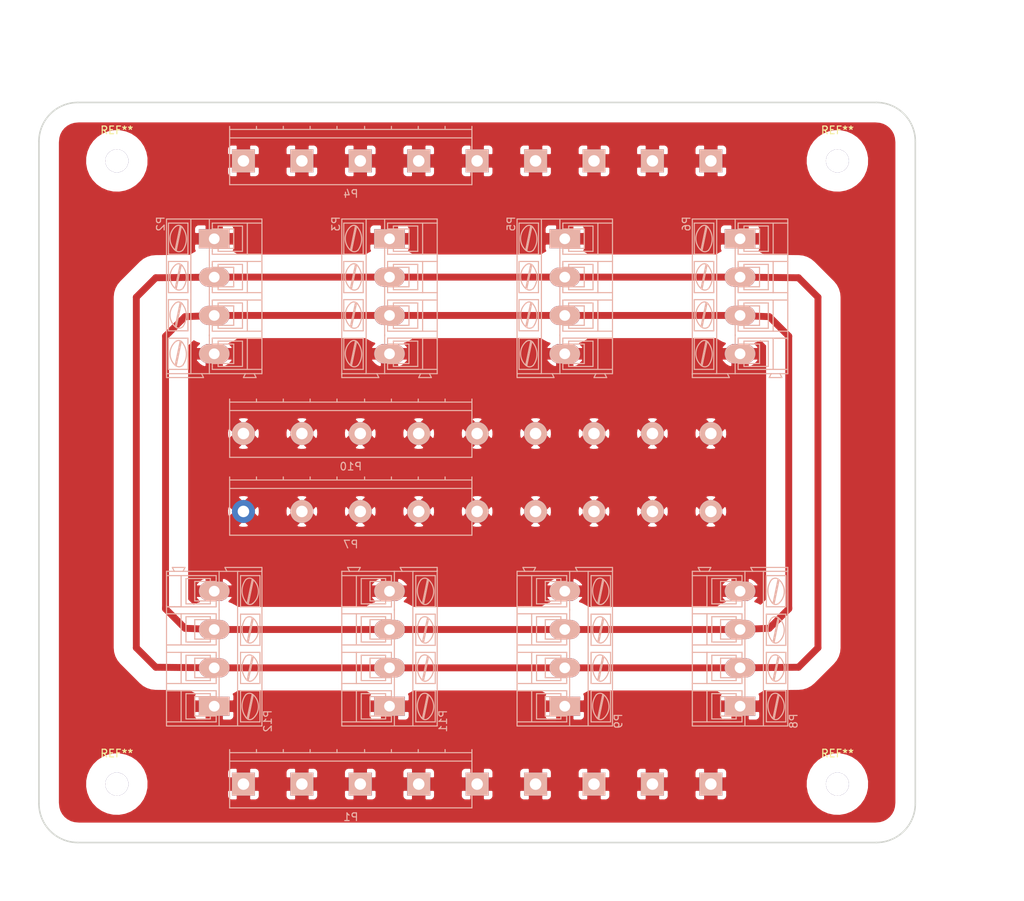
<source format=kicad_pcb>
(kicad_pcb (version 4) (host pcbnew 4.0.1-stable)

  (general
    (links 64)
    (no_connects 0)
    (area 66.04 50.8 190.500001 162.560001)
    (thickness 1.6)
    (drawings 10)
    (tracks 50)
    (zones 0)
    (modules 16)
    (nets 5)
  )

  (page A4)
  (title_block
    (title "GOL PSU Power Adapter")
    (date 2017-04-28)
    (rev A)
    (company "Matthew Swarts")
  )

  (layers
    (0 F.Cu signal)
    (31 B.Cu signal)
    (32 B.Adhes user)
    (33 F.Adhes user)
    (34 B.Paste user)
    (35 F.Paste user)
    (36 B.SilkS user)
    (37 F.SilkS user)
    (38 B.Mask user)
    (39 F.Mask user)
    (40 Dwgs.User user)
    (41 Cmts.User user)
    (42 Eco1.User user)
    (43 Eco2.User user)
    (44 Edge.Cuts user)
    (45 Margin user)
    (46 B.CrtYd user)
    (47 F.CrtYd user)
    (48 B.Fab user)
    (49 F.Fab user)
  )

  (setup
    (last_trace_width 0.9)
    (user_trace_width 1.2)
    (trace_clearance 0.8)
    (zone_clearance 2.5)
    (zone_45_only no)
    (trace_min 0.2)
    (segment_width 0.2)
    (edge_width 0.2)
    (via_size 0.6)
    (via_drill 0.4)
    (via_min_size 0.4)
    (via_min_drill 0.3)
    (uvia_size 0.3)
    (uvia_drill 0.1)
    (uvias_allowed no)
    (uvia_min_size 0.2)
    (uvia_min_drill 0.1)
    (pcb_text_width 0.3)
    (pcb_text_size 1.5 1.5)
    (mod_edge_width 0.15)
    (mod_text_size 1 1)
    (mod_text_width 0.15)
    (pad_size 2.5 4)
    (pad_drill 1.4)
    (pad_to_mask_clearance 0.2)
    (aux_axis_origin 0 0)
    (visible_elements 7FFFFFFF)
    (pcbplotparams
      (layerselection 0x01000_00000001)
      (usegerberextensions false)
      (excludeedgelayer true)
      (linewidth 0.100000)
      (plotframeref false)
      (viasonmask false)
      (mode 1)
      (useauxorigin false)
      (hpglpennumber 1)
      (hpglpenspeed 20)
      (hpglpendiameter 15)
      (hpglpenoverlay 2)
      (psnegative false)
      (psa4output false)
      (plotreference true)
      (plotvalue true)
      (plotinvisibletext false)
      (padsonsilk false)
      (subtractmaskfromsilk false)
      (outputformat 1)
      (mirror false)
      (drillshape 0)
      (scaleselection 1)
      (outputdirectory gerbers/))
  )

  (net 0 "")
  (net 1 GND)
  (net 2 A)
  (net 3 V12)
  (net 4 B)

  (net_class Default "This is the default net class."
    (clearance 0.8)
    (trace_width 0.9)
    (via_dia 0.6)
    (via_drill 0.4)
    (uvia_dia 0.3)
    (uvia_drill 0.1)
    (add_net A)
    (add_net B)
    (add_net GND)
    (add_net V12)
  )

  (module Terminal_Blocks:TerminalBlock_Pheonix_PT-3.5mm_9pol (layer B.Cu) (tedit 59041053) (tstamp 59040551)
    (at 97.79 66.04)
    (descr "9-way 3.5mm pitch terminal block, Phoenix PT series")
    (path /59040484)
    (fp_text reference P4 (at 14 4.3) (layer B.SilkS)
      (effects (font (size 1 1) (thickness 0.15)) (justify mirror))
    )
    (fp_text value CONN_01X09 (at 14 -6) (layer B.Fab)
      (effects (font (size 1 1) (thickness 0.15)) (justify mirror))
    )
    (fp_line (start -2 3.3) (end 30 3.3) (layer B.CrtYd) (width 0.05))
    (fp_line (start -2 -4.7) (end -2 3.3) (layer B.CrtYd) (width 0.05))
    (fp_line (start 30 -4.7) (end -2 -4.7) (layer B.CrtYd) (width 0.05))
    (fp_line (start 30 3.3) (end 30 -4.7) (layer B.CrtYd) (width 0.05))
    (fp_line (start 12.2 -4.1) (end 12.2 -4.5) (layer B.SilkS) (width 0.15))
    (fp_line (start 26.3 -4.1) (end 26.3 -4.5) (layer B.SilkS) (width 0.15))
    (fp_line (start 19.3 -4.1) (end 19.3 -4.5) (layer B.SilkS) (width 0.15))
    (fp_line (start 22.8 -4.1) (end 22.8 -4.5) (layer B.SilkS) (width 0.15))
    (fp_line (start 15.8 -4.1) (end 15.8 -4.5) (layer B.SilkS) (width 0.15))
    (fp_line (start 8.7 -4.1) (end 8.7 -4.5) (layer B.SilkS) (width 0.15))
    (fp_line (start 1.7 -4.1) (end 1.7 -4.5) (layer B.SilkS) (width 0.15))
    (fp_line (start 5.2 -4.1) (end 5.2 -4.5) (layer B.SilkS) (width 0.15))
    (fp_line (start -1.8 -3) (end 29.8 -3) (layer B.SilkS) (width 0.15))
    (fp_line (start -1.8 -4.1) (end 29.8 -4.1) (layer B.SilkS) (width 0.15))
    (fp_line (start -1.8 3.1) (end -1.8 -4.5) (layer B.SilkS) (width 0.15))
    (fp_line (start 29.8 -4.5) (end 29.8 3.1) (layer B.SilkS) (width 0.15))
    (fp_line (start 29.8 3.1) (end -1.8 3.1) (layer B.SilkS) (width 0.15))
    (pad 2 thru_hole rect (at 7.62 0) (size 3 3) (drill 1.5) (layers *.Cu *.Mask B.SilkS)
      (net 1 GND))
    (pad 1 thru_hole rect (at 0 0) (size 3 3) (drill 1.5) (layers *.Cu *.Mask B.SilkS)
      (net 1 GND))
    (pad 3 thru_hole rect (at 15.24 0) (size 3 3) (drill 1.5) (layers *.Cu *.Mask B.SilkS)
      (net 1 GND))
    (pad 4 thru_hole rect (at 22.86 0) (size 3 3) (drill 1.5) (layers *.Cu *.Mask B.SilkS)
      (net 1 GND))
    (pad 5 thru_hole rect (at 30.48 0) (size 3 3) (drill 1.5) (layers *.Cu *.Mask B.SilkS)
      (net 1 GND))
    (pad 6 thru_hole rect (at 38.1 0) (size 3 3) (drill 1.5) (layers *.Cu *.Mask B.SilkS)
      (net 1 GND))
    (pad 7 thru_hole rect (at 45.72 0) (size 3 3) (drill 1.5) (layers *.Cu *.Mask B.SilkS)
      (net 1 GND))
    (pad 8 thru_hole rect (at 53.34 0) (size 3 3) (drill 1.5) (layers *.Cu *.Mask B.SilkS)
      (net 1 GND))
    (pad 9 thru_hole rect (at 60.96 0) (size 3 3) (drill 1.5) (layers *.Cu *.Mask B.SilkS)
      (net 1 GND))
    (model Terminal_Blocks.3dshapes/TerminalBlock_Pheonix_PT-3.5mm_9pol.wrl
      (at (xyz 0 0 0))
      (scale (xyz 1 1 1))
      (rotate (xyz 0 0 0))
    )
  )

  (module Terminal_Blocks:TerminalBlock_Pheonix_PT-3.5mm_9pol (layer B.Cu) (tedit 59040FF8) (tstamp 5904056E)
    (at 97.79 111.76)
    (descr "9-way 3.5mm pitch terminal block, Phoenix PT series")
    (path /590404D8)
    (fp_text reference P7 (at 14 4.3) (layer B.SilkS)
      (effects (font (size 1 1) (thickness 0.15)) (justify mirror))
    )
    (fp_text value CONN_01X09 (at 14 -6) (layer B.Fab)
      (effects (font (size 1 1) (thickness 0.15)) (justify mirror))
    )
    (fp_line (start -2 3.3) (end 30 3.3) (layer B.CrtYd) (width 0.05))
    (fp_line (start -2 -4.7) (end -2 3.3) (layer B.CrtYd) (width 0.05))
    (fp_line (start 30 -4.7) (end -2 -4.7) (layer B.CrtYd) (width 0.05))
    (fp_line (start 30 3.3) (end 30 -4.7) (layer B.CrtYd) (width 0.05))
    (fp_line (start 12.2 -4.1) (end 12.2 -4.5) (layer B.SilkS) (width 0.15))
    (fp_line (start 26.3 -4.1) (end 26.3 -4.5) (layer B.SilkS) (width 0.15))
    (fp_line (start 19.3 -4.1) (end 19.3 -4.5) (layer B.SilkS) (width 0.15))
    (fp_line (start 22.8 -4.1) (end 22.8 -4.5) (layer B.SilkS) (width 0.15))
    (fp_line (start 15.8 -4.1) (end 15.8 -4.5) (layer B.SilkS) (width 0.15))
    (fp_line (start 8.7 -4.1) (end 8.7 -4.5) (layer B.SilkS) (width 0.15))
    (fp_line (start 1.7 -4.1) (end 1.7 -4.5) (layer B.SilkS) (width 0.15))
    (fp_line (start 5.2 -4.1) (end 5.2 -4.5) (layer B.SilkS) (width 0.15))
    (fp_line (start -1.8 -3) (end 29.8 -3) (layer B.SilkS) (width 0.15))
    (fp_line (start -1.8 -4.1) (end 29.8 -4.1) (layer B.SilkS) (width 0.15))
    (fp_line (start -1.8 3.1) (end -1.8 -4.5) (layer B.SilkS) (width 0.15))
    (fp_line (start 29.8 -4.5) (end 29.8 3.1) (layer B.SilkS) (width 0.15))
    (fp_line (start 29.8 3.1) (end -1.8 3.1) (layer B.SilkS) (width 0.15))
    (pad 2 thru_hole circle (at 7.62 0) (size 3 3) (drill 1.5) (layers *.Cu *.Mask B.SilkS)
      (net 3 V12))
    (pad 1 thru_hole circle (at 0 0) (size 3 3) (drill 1.5) (layers *.Cu *.Mask)
      (net 3 V12))
    (pad 3 thru_hole circle (at 15.24 0) (size 3 3) (drill 1.5) (layers *.Cu *.Mask B.SilkS)
      (net 3 V12))
    (pad 4 thru_hole circle (at 22.86 0) (size 3 3) (drill 1.5) (layers *.Cu *.Mask B.SilkS)
      (net 3 V12))
    (pad 5 thru_hole circle (at 30.48 0) (size 3 3) (drill 1.5) (layers *.Cu *.Mask B.SilkS)
      (net 3 V12))
    (pad 6 thru_hole circle (at 38.1 0) (size 3 3) (drill 1.5) (layers *.Cu *.Mask B.SilkS)
      (net 3 V12))
    (pad 7 thru_hole circle (at 45.72 0) (size 3 3) (drill 1.5) (layers *.Cu *.Mask B.SilkS)
      (net 3 V12))
    (pad 8 thru_hole circle (at 53.34 0) (size 3 3) (drill 1.5) (layers *.Cu *.Mask B.SilkS)
      (net 3 V12))
    (pad 9 thru_hole circle (at 60.96 0) (size 3 3) (drill 1.5) (layers *.Cu *.Mask B.SilkS)
      (net 3 V12))
    (model Terminal_Blocks.3dshapes/TerminalBlock_Pheonix_PT-3.5mm_9pol.wrl
      (at (xyz 0 0 0))
      (scale (xyz 1 1 1))
      (rotate (xyz 0 0 0))
    )
  )

  (module Terminal_Blocks:TerminalBlock_Pheonix_PT-3.5mm_9pol (layer B.Cu) (tedit 59041096) (tstamp 59040534)
    (at 97.79 147.32)
    (descr "9-way 3.5mm pitch terminal block, Phoenix PT series")
    (path /59040245)
    (fp_text reference P1 (at 14 4.3) (layer B.SilkS)
      (effects (font (size 1 1) (thickness 0.15)) (justify mirror))
    )
    (fp_text value CONN_01X09 (at 14 -6) (layer B.Fab)
      (effects (font (size 1 1) (thickness 0.15)) (justify mirror))
    )
    (fp_line (start -2 3.3) (end 30 3.3) (layer B.CrtYd) (width 0.05))
    (fp_line (start -2 -4.7) (end -2 3.3) (layer B.CrtYd) (width 0.05))
    (fp_line (start 30 -4.7) (end -2 -4.7) (layer B.CrtYd) (width 0.05))
    (fp_line (start 30 3.3) (end 30 -4.7) (layer B.CrtYd) (width 0.05))
    (fp_line (start 12.2 -4.1) (end 12.2 -4.5) (layer B.SilkS) (width 0.15))
    (fp_line (start 26.3 -4.1) (end 26.3 -4.5) (layer B.SilkS) (width 0.15))
    (fp_line (start 19.3 -4.1) (end 19.3 -4.5) (layer B.SilkS) (width 0.15))
    (fp_line (start 22.8 -4.1) (end 22.8 -4.5) (layer B.SilkS) (width 0.15))
    (fp_line (start 15.8 -4.1) (end 15.8 -4.5) (layer B.SilkS) (width 0.15))
    (fp_line (start 8.7 -4.1) (end 8.7 -4.5) (layer B.SilkS) (width 0.15))
    (fp_line (start 1.7 -4.1) (end 1.7 -4.5) (layer B.SilkS) (width 0.15))
    (fp_line (start 5.2 -4.1) (end 5.2 -4.5) (layer B.SilkS) (width 0.15))
    (fp_line (start -1.8 -3) (end 29.8 -3) (layer B.SilkS) (width 0.15))
    (fp_line (start -1.8 -4.1) (end 29.8 -4.1) (layer B.SilkS) (width 0.15))
    (fp_line (start -1.8 3.1) (end -1.8 -4.5) (layer B.SilkS) (width 0.15))
    (fp_line (start 29.8 -4.5) (end 29.8 3.1) (layer B.SilkS) (width 0.15))
    (fp_line (start 29.8 3.1) (end -1.8 3.1) (layer B.SilkS) (width 0.15))
    (pad 2 thru_hole rect (at 7.62 0) (size 3 3) (drill 1.5) (layers *.Cu *.Mask B.SilkS)
      (net 1 GND))
    (pad 1 thru_hole rect (at 0 0) (size 3 3) (drill 1.5) (layers *.Cu *.Mask B.SilkS)
      (net 1 GND))
    (pad 3 thru_hole rect (at 15.24 0) (size 3 3) (drill 1.5) (layers *.Cu *.Mask B.SilkS)
      (net 1 GND))
    (pad 4 thru_hole rect (at 22.86 0) (size 3 3) (drill 1.5) (layers *.Cu *.Mask B.SilkS)
      (net 1 GND))
    (pad 5 thru_hole rect (at 30.48 0) (size 3 3) (drill 1.5) (layers *.Cu *.Mask B.SilkS)
      (net 1 GND))
    (pad 6 thru_hole rect (at 38.1 0) (size 3 3) (drill 1.5) (layers *.Cu *.Mask B.SilkS)
      (net 1 GND))
    (pad 7 thru_hole rect (at 45.72 0) (size 3 3) (drill 1.5) (layers *.Cu *.Mask B.SilkS)
      (net 1 GND))
    (pad 8 thru_hole rect (at 53.34 0) (size 3 3) (drill 1.5) (layers *.Cu *.Mask B.SilkS)
      (net 1 GND))
    (pad 9 thru_hole rect (at 60.96 0) (size 3 3) (drill 1.5) (layers *.Cu *.Mask B.SilkS)
      (net 1 GND))
    (model Terminal_Blocks.3dshapes/TerminalBlock_Pheonix_PT-3.5mm_9pol.wrl
      (at (xyz 0 0 0))
      (scale (xyz 1 1 1))
      (rotate (xyz 0 0 0))
    )
  )

  (module Connect:AK300-4 (layer B.Cu) (tedit 5904126C) (tstamp 5904053C)
    (at 93.98 76.2 270)
    (descr CONNECTOR)
    (tags CONNECTOR)
    (path /590401F8)
    (attr virtual)
    (fp_text reference P2 (at -1.945 6.985 270) (layer B.SilkS)
      (effects (font (size 1 1) (thickness 0.15)) (justify mirror))
    )
    (fp_text value CONN_01X04 (at 2.754 -7.747 270) (layer B.Fab)
      (effects (font (size 1 1) (thickness 0.15)) (justify mirror))
    )
    (fp_line (start 18.35 6.473) (end 18.35 -6.473) (layer B.CrtYd) (width 0.05))
    (fp_line (start -2.83 6.473) (end -2.83 -6.473) (layer B.CrtYd) (width 0.05))
    (fp_line (start -2.83 -6.473) (end 18.35 -6.473) (layer B.CrtYd) (width 0.05))
    (fp_line (start -2.83 6.473) (end 18.35 6.473) (layer B.CrtYd) (width 0.05))
    (fp_line (start 8.75 0.254) (end 8.75 -2.54) (layer B.SilkS) (width 0.15))
    (fp_line (start 8.75 -2.54) (end 11.29 -2.54) (layer B.SilkS) (width 0.15))
    (fp_line (start 11.29 -2.54) (end 11.29 0.254) (layer B.SilkS) (width 0.15))
    (fp_line (start 7.9372 3.429) (end 7.9372 5.969) (layer B.SilkS) (width 0.15))
    (fp_line (start 7.9372 5.969) (end 12.0012 5.969) (layer B.SilkS) (width 0.15))
    (fp_line (start 12.0012 5.969) (end 12.0012 3.429) (layer B.SilkS) (width 0.15))
    (fp_line (start 12.0012 3.429) (end 7.9372 3.429) (layer B.SilkS) (width 0.15))
    (fp_line (start 8.3436 4.445) (end 11.3916 5.08) (layer B.SilkS) (width 0.15))
    (fp_line (start 8.4706 4.318) (end 11.5186 4.953) (layer B.SilkS) (width 0.15))
    (fp_arc (start 10.9852 4.59486) (end 11.49066 5.05206) (angle -90.5) (layer B.SilkS) (width 0.15))
    (fp_arc (start 10.02 6.0706) (end 11.48304 4.11734) (angle -75.5) (layer B.SilkS) (width 0.15))
    (fp_arc (start 9.94126 3.7084) (end 8.3436 5.0038) (angle -100) (layer B.SilkS) (width 0.15))
    (fp_arc (start 8.8262 4.64566) (end 8.53664 4.1275) (angle -104.2) (layer B.SilkS) (width 0.15))
    (fp_line (start 7.988 -4.318) (end 12.052 -4.318) (layer B.SilkS) (width 0.15))
    (fp_line (start 12.052 -6.223) (end 12.052 0.254) (layer B.SilkS) (width 0.15))
    (fp_line (start 8.369 -0.508) (end 8.75 -0.508) (layer B.SilkS) (width 0.15))
    (fp_line (start 8.369 -0.508) (end 8.369 -3.683) (layer B.SilkS) (width 0.15))
    (fp_line (start 8.369 -3.683) (end 11.671 -3.683) (layer B.SilkS) (width 0.15))
    (fp_line (start 11.671 -3.683) (end 11.671 -0.508) (layer B.SilkS) (width 0.15))
    (fp_line (start 11.671 -0.508) (end 11.29 -0.508) (layer B.SilkS) (width 0.15))
    (fp_line (start 12.51 0.635) (end 17.59 0.635) (layer B.SilkS) (width 0.15))
    (fp_line (start 7.988 -6.223) (end 7.988 0.254) (layer B.SilkS) (width 0.15))
    (fp_line (start 7.988 0.254) (end 12.052 0.254) (layer B.SilkS) (width 0.15))
    (fp_line (start 16.955 -6.223) (end 13.018 -6.223) (layer B.SilkS) (width 0.15))
    (fp_line (start 13.168 -6.223) (end 7.072 -6.223) (layer B.SilkS) (width 0.15))
    (fp_line (start 17.59 3.048) (end -2.58 3.048) (layer B.SilkS) (width 0.15))
    (fp_line (start 17.74 6.223) (end -2.58 6.223) (layer B.SilkS) (width 0.15))
    (fp_line (start 12.66 0.635) (end -2.5165 0.635) (layer B.SilkS) (width 0.15))
    (fp_line (start 12.9545 -4.0005) (end 12.9545 0.254) (layer B.SilkS) (width 0.15))
    (fp_arc (start 13.8562 4.64566) (end 13.56664 4.1275) (angle -104.2) (layer B.SilkS) (width 0.15))
    (fp_arc (start 14.97126 3.7084) (end 13.3736 5.0038) (angle -100) (layer B.SilkS) (width 0.15))
    (fp_arc (start 15.05 6.0706) (end 16.51304 4.11734) (angle -75.5) (layer B.SilkS) (width 0.15))
    (fp_arc (start 16.0152 4.59486) (end 16.52066 5.05206) (angle -90.5) (layer B.SilkS) (width 0.15))
    (fp_line (start 13.3482 0.254) (end 16.6502 0.254) (layer B.SilkS) (width 0.15))
    (fp_line (start 12.9672 0.254) (end 13.3482 0.254) (layer B.SilkS) (width 0.15))
    (fp_line (start 17.0312 0.254) (end 16.6502 0.254) (layer B.SilkS) (width 0.15))
    (fp_line (start 13.5006 4.318) (end 16.5486 4.953) (layer B.SilkS) (width 0.15))
    (fp_line (start 13.3736 4.445) (end 16.4216 5.08) (layer B.SilkS) (width 0.15))
    (fp_line (start 17.0312 3.429) (end 12.9672 3.429) (layer B.SilkS) (width 0.15))
    (fp_line (start 17.0312 5.969) (end 17.0312 3.429) (layer B.SilkS) (width 0.15))
    (fp_line (start 12.9672 5.969) (end 17.0312 5.969) (layer B.SilkS) (width 0.15))
    (fp_line (start 12.9672 3.429) (end 12.9672 5.969) (layer B.SilkS) (width 0.15))
    (fp_line (start 17.59 3.175) (end 17.59 1.651) (layer B.SilkS) (width 0.15))
    (fp_line (start 17.59 0.635) (end 17.59 -4.064) (layer B.SilkS) (width 0.15))
    (fp_line (start 17.59 1.651) (end 17.59 0.635) (layer B.SilkS) (width 0.15))
    (fp_line (start 16.6502 -0.508) (end 16.2692 -0.508) (layer B.SilkS) (width 0.15))
    (fp_line (start 13.3482 -0.508) (end 13.7292 -0.508) (layer B.SilkS) (width 0.15))
    (fp_line (start 13.3482 -3.683) (end 13.3482 -0.508) (layer B.SilkS) (width 0.15))
    (fp_line (start 16.6502 -3.683) (end 13.3482 -3.683) (layer B.SilkS) (width 0.15))
    (fp_line (start 16.6502 -3.683) (end 16.6502 -0.508) (layer B.SilkS) (width 0.15))
    (fp_line (start 17.0312 -4.318) (end 17.0312 -6.223) (layer B.SilkS) (width 0.15))
    (fp_line (start 12.9672 -4.318) (end 17.0312 -4.318) (layer B.SilkS) (width 0.15))
    (fp_line (start 17.0312 -6.223) (end 17.59 -6.223) (layer B.SilkS) (width 0.15))
    (fp_line (start 17.0312 0.254) (end 17.0312 -4.318) (layer B.SilkS) (width 0.15))
    (fp_line (start 12.9672 -6.223) (end 12.9672 -4.318) (layer B.SilkS) (width 0.15))
    (fp_line (start 18.098 -3.81) (end 18.098 -5.461) (layer B.SilkS) (width 0.15))
    (fp_line (start 17.59 -4.064) (end 17.59 -5.207) (layer B.SilkS) (width 0.15))
    (fp_line (start 18.098 -3.81) (end 17.59 -4.064) (layer B.SilkS) (width 0.15))
    (fp_line (start 17.59 -5.207) (end 17.59 -6.223) (layer B.SilkS) (width 0.15))
    (fp_line (start 18.098 -5.461) (end 17.59 -5.207) (layer B.SilkS) (width 0.15))
    (fp_line (start 18.098 1.397) (end 17.59 1.651) (layer B.SilkS) (width 0.15))
    (fp_line (start 18.098 6.223) (end 18.098 1.397) (layer B.SilkS) (width 0.15))
    (fp_line (start 17.59 6.223) (end 18.098 6.223) (layer B.SilkS) (width 0.15))
    (fp_line (start 17.59 6.223) (end 17.59 3.175) (layer B.SilkS) (width 0.15))
    (fp_line (start 13.7292 -2.54) (end 13.7292 0.254) (layer B.SilkS) (width 0.15))
    (fp_line (start 13.7292 0.254) (end 16.2692 0.254) (layer B.SilkS) (width 0.15))
    (fp_line (start 16.2692 -2.54) (end 16.2692 0.254) (layer B.SilkS) (width 0.15))
    (fp_line (start 13.7292 -2.54) (end 16.2692 -2.54) (layer B.SilkS) (width 0.15))
    (fp_line (start -1.2846 -2.54) (end 1.2554 -2.54) (layer B.SilkS) (width 0.15))
    (fp_line (start 1.2554 -2.54) (end 1.2554 0.254) (layer B.SilkS) (width 0.15))
    (fp_line (start -1.2846 0.254) (end 1.2554 0.254) (layer B.SilkS) (width 0.15))
    (fp_line (start -1.2846 -2.54) (end -1.2846 0.254) (layer B.SilkS) (width 0.15))
    (fp_line (start 3.7192 -2.54) (end 6.2592 -2.54) (layer B.SilkS) (width 0.15))
    (fp_line (start 6.2592 -2.54) (end 6.2592 0.254) (layer B.SilkS) (width 0.15))
    (fp_line (start 3.7192 0.254) (end 6.2592 0.254) (layer B.SilkS) (width 0.15))
    (fp_line (start 3.7192 -2.54) (end 3.7192 0.254) (layer B.SilkS) (width 0.15))
    (fp_line (start 12.9545 -5.207) (end 12.9545 -6.223) (layer B.SilkS) (width 0.15))
    (fp_line (start 12.9545 -4.064) (end 12.9545 -5.207) (layer B.SilkS) (width 0.15))
    (fp_line (start 2.9572 -6.223) (end 2.9572 -4.318) (layer B.SilkS) (width 0.15))
    (fp_line (start 7.0212 0.254) (end 7.0212 -4.318) (layer B.SilkS) (width 0.15))
    (fp_line (start 2.9572 -6.223) (end 7.0212 -6.223) (layer B.SilkS) (width 0.15))
    (fp_line (start 2.0174 -6.223) (end 2.0174 -4.318) (layer B.SilkS) (width 0.15))
    (fp_line (start 2.0174 -6.223) (end 2.9572 -6.223) (layer B.SilkS) (width 0.15))
    (fp_line (start -2.0466 0.254) (end -2.0466 -4.318) (layer B.SilkS) (width 0.15))
    (fp_line (start -2.58 -6.223) (end -2.0466 -6.223) (layer B.SilkS) (width 0.15))
    (fp_line (start -2.0466 -6.223) (end 2.0174 -6.223) (layer B.SilkS) (width 0.15))
    (fp_line (start 2.9572 -4.318) (end 7.0212 -4.318) (layer B.SilkS) (width 0.15))
    (fp_line (start 2.9572 -4.318) (end 2.9572 0.254) (layer B.SilkS) (width 0.15))
    (fp_line (start 7.0212 -4.318) (end 7.0212 -6.223) (layer B.SilkS) (width 0.15))
    (fp_line (start 2.0174 -4.318) (end -2.0466 -4.318) (layer B.SilkS) (width 0.15))
    (fp_line (start 2.0174 -4.318) (end 2.0174 0.254) (layer B.SilkS) (width 0.15))
    (fp_line (start -2.0466 -4.318) (end -2.0466 -6.223) (layer B.SilkS) (width 0.15))
    (fp_line (start 6.6402 -3.683) (end 6.6402 -0.508) (layer B.SilkS) (width 0.15))
    (fp_line (start 6.6402 -3.683) (end 3.3382 -3.683) (layer B.SilkS) (width 0.15))
    (fp_line (start 3.3382 -3.683) (end 3.3382 -0.508) (layer B.SilkS) (width 0.15))
    (fp_line (start 1.6364 -3.683) (end 1.6364 -0.508) (layer B.SilkS) (width 0.15))
    (fp_line (start 1.6364 -3.683) (end -1.6656 -3.683) (layer B.SilkS) (width 0.15))
    (fp_line (start -1.6656 -3.683) (end -1.6656 -0.508) (layer B.SilkS) (width 0.15))
    (fp_line (start -1.6656 -0.508) (end -1.2846 -0.508) (layer B.SilkS) (width 0.15))
    (fp_line (start 1.6364 -0.508) (end 1.2554 -0.508) (layer B.SilkS) (width 0.15))
    (fp_line (start 3.3382 -0.508) (end 3.7192 -0.508) (layer B.SilkS) (width 0.15))
    (fp_line (start 6.6402 -0.508) (end 6.2592 -0.508) (layer B.SilkS) (width 0.15))
    (fp_line (start -2.58 -6.223) (end -2.58 0.635) (layer B.SilkS) (width 0.15))
    (fp_line (start -2.58 0.635) (end -2.58 3.175) (layer B.SilkS) (width 0.15))
    (fp_line (start -2.58 3.175) (end -2.58 6.223) (layer B.SilkS) (width 0.15))
    (fp_line (start 2.9572 3.429) (end 2.9572 5.969) (layer B.SilkS) (width 0.15))
    (fp_line (start 2.9572 5.969) (end 7.0212 5.969) (layer B.SilkS) (width 0.15))
    (fp_line (start 7.0212 5.969) (end 7.0212 3.429) (layer B.SilkS) (width 0.15))
    (fp_line (start 7.0212 3.429) (end 2.9572 3.429) (layer B.SilkS) (width 0.15))
    (fp_line (start 2.0174 3.429) (end 2.0174 5.969) (layer B.SilkS) (width 0.15))
    (fp_line (start 2.0174 3.429) (end -2.0466 3.429) (layer B.SilkS) (width 0.15))
    (fp_line (start -2.0466 3.429) (end -2.0466 5.969) (layer B.SilkS) (width 0.15))
    (fp_line (start 2.0174 5.969) (end -2.0466 5.969) (layer B.SilkS) (width 0.15))
    (fp_line (start 3.3636 4.445) (end 6.4116 5.08) (layer B.SilkS) (width 0.15))
    (fp_line (start 3.4906 4.318) (end 6.5386 4.953) (layer B.SilkS) (width 0.15))
    (fp_line (start -1.6402 4.445) (end 1.41034 5.08) (layer B.SilkS) (width 0.15))
    (fp_line (start -1.5132 4.318) (end 1.5348 4.953) (layer B.SilkS) (width 0.15))
    (fp_line (start -2.0466 0.254) (end -1.6656 0.254) (layer B.SilkS) (width 0.15))
    (fp_line (start 2.0174 0.254) (end 1.6364 0.254) (layer B.SilkS) (width 0.15))
    (fp_line (start 1.6364 0.254) (end -1.6656 0.254) (layer B.SilkS) (width 0.15))
    (fp_line (start 7.0212 0.254) (end 6.6402 0.254) (layer B.SilkS) (width 0.15))
    (fp_line (start 2.9572 0.254) (end 3.3382 0.254) (layer B.SilkS) (width 0.15))
    (fp_line (start 3.3382 0.254) (end 6.6402 0.254) (layer B.SilkS) (width 0.15))
    (fp_arc (start 6.0052 4.59486) (end 6.51066 5.05206) (angle -90.5) (layer B.SilkS) (width 0.15))
    (fp_arc (start 5.04 6.0706) (end 6.50304 4.11734) (angle -75.5) (layer B.SilkS) (width 0.15))
    (fp_arc (start 4.96126 3.7084) (end 3.3636 5.0038) (angle -100) (layer B.SilkS) (width 0.15))
    (fp_arc (start 3.8462 4.64566) (end 3.55664 4.1275) (angle -104.2) (layer B.SilkS) (width 0.15))
    (fp_arc (start 1.0014 4.59486) (end 1.5094 5.05206) (angle -90.5) (layer B.SilkS) (width 0.15))
    (fp_arc (start 0.03874 6.0706) (end 1.50178 4.11734) (angle -75.5) (layer B.SilkS) (width 0.15))
    (fp_arc (start -0.03746 3.7084) (end -1.6402 5.0038) (angle -100) (layer B.SilkS) (width 0.15))
    (fp_arc (start -1.1576 4.64566) (end -1.44462 4.1275) (angle -104.2) (layer B.SilkS) (width 0.15))
    (pad 1 thru_hole rect (at 0 0 270) (size 2.5 4) (drill 1.4) (layers *.Cu B.Paste B.SilkS B.Mask)
      (net 1 GND))
    (pad 2 thru_hole oval (at 5 0 270) (size 2.5 4) (drill 1.4) (layers *.Cu B.Paste B.SilkS B.Mask)
      (net 2 A))
    (pad 4 thru_hole oval (at 15 0 270) (size 2.5 4) (drill 1.4) (layers *.Cu B.Paste B.SilkS B.Mask)
      (net 3 V12))
    (pad 3 thru_hole oval (at 10 0 270) (size 2.5 4) (drill 1.4) (layers *.Cu *.Mask B.SilkS)
      (net 4 B))
  )

  (module Connect:AK300-4 (layer B.Cu) (tedit 5904124A) (tstamp 59040544)
    (at 116.84 76.2 270)
    (descr CONNECTOR)
    (tags CONNECTOR)
    (path /59040803)
    (attr virtual)
    (fp_text reference P3 (at -1.945 6.985 270) (layer B.SilkS)
      (effects (font (size 1 1) (thickness 0.15)) (justify mirror))
    )
    (fp_text value CONN_01X04 (at 2.754 -7.747 270) (layer B.Fab)
      (effects (font (size 1 1) (thickness 0.15)) (justify mirror))
    )
    (fp_line (start 18.35 6.473) (end 18.35 -6.473) (layer B.CrtYd) (width 0.05))
    (fp_line (start -2.83 6.473) (end -2.83 -6.473) (layer B.CrtYd) (width 0.05))
    (fp_line (start -2.83 -6.473) (end 18.35 -6.473) (layer B.CrtYd) (width 0.05))
    (fp_line (start -2.83 6.473) (end 18.35 6.473) (layer B.CrtYd) (width 0.05))
    (fp_line (start 8.75 0.254) (end 8.75 -2.54) (layer B.SilkS) (width 0.15))
    (fp_line (start 8.75 -2.54) (end 11.29 -2.54) (layer B.SilkS) (width 0.15))
    (fp_line (start 11.29 -2.54) (end 11.29 0.254) (layer B.SilkS) (width 0.15))
    (fp_line (start 7.9372 3.429) (end 7.9372 5.969) (layer B.SilkS) (width 0.15))
    (fp_line (start 7.9372 5.969) (end 12.0012 5.969) (layer B.SilkS) (width 0.15))
    (fp_line (start 12.0012 5.969) (end 12.0012 3.429) (layer B.SilkS) (width 0.15))
    (fp_line (start 12.0012 3.429) (end 7.9372 3.429) (layer B.SilkS) (width 0.15))
    (fp_line (start 8.3436 4.445) (end 11.3916 5.08) (layer B.SilkS) (width 0.15))
    (fp_line (start 8.4706 4.318) (end 11.5186 4.953) (layer B.SilkS) (width 0.15))
    (fp_arc (start 10.9852 4.59486) (end 11.49066 5.05206) (angle -90.5) (layer B.SilkS) (width 0.15))
    (fp_arc (start 10.02 6.0706) (end 11.48304 4.11734) (angle -75.5) (layer B.SilkS) (width 0.15))
    (fp_arc (start 9.94126 3.7084) (end 8.3436 5.0038) (angle -100) (layer B.SilkS) (width 0.15))
    (fp_arc (start 8.8262 4.64566) (end 8.53664 4.1275) (angle -104.2) (layer B.SilkS) (width 0.15))
    (fp_line (start 7.988 -4.318) (end 12.052 -4.318) (layer B.SilkS) (width 0.15))
    (fp_line (start 12.052 -6.223) (end 12.052 0.254) (layer B.SilkS) (width 0.15))
    (fp_line (start 8.369 -0.508) (end 8.75 -0.508) (layer B.SilkS) (width 0.15))
    (fp_line (start 8.369 -0.508) (end 8.369 -3.683) (layer B.SilkS) (width 0.15))
    (fp_line (start 8.369 -3.683) (end 11.671 -3.683) (layer B.SilkS) (width 0.15))
    (fp_line (start 11.671 -3.683) (end 11.671 -0.508) (layer B.SilkS) (width 0.15))
    (fp_line (start 11.671 -0.508) (end 11.29 -0.508) (layer B.SilkS) (width 0.15))
    (fp_line (start 12.51 0.635) (end 17.59 0.635) (layer B.SilkS) (width 0.15))
    (fp_line (start 7.988 -6.223) (end 7.988 0.254) (layer B.SilkS) (width 0.15))
    (fp_line (start 7.988 0.254) (end 12.052 0.254) (layer B.SilkS) (width 0.15))
    (fp_line (start 16.955 -6.223) (end 13.018 -6.223) (layer B.SilkS) (width 0.15))
    (fp_line (start 13.168 -6.223) (end 7.072 -6.223) (layer B.SilkS) (width 0.15))
    (fp_line (start 17.59 3.048) (end -2.58 3.048) (layer B.SilkS) (width 0.15))
    (fp_line (start 17.74 6.223) (end -2.58 6.223) (layer B.SilkS) (width 0.15))
    (fp_line (start 12.66 0.635) (end -2.5165 0.635) (layer B.SilkS) (width 0.15))
    (fp_line (start 12.9545 -4.0005) (end 12.9545 0.254) (layer B.SilkS) (width 0.15))
    (fp_arc (start 13.8562 4.64566) (end 13.56664 4.1275) (angle -104.2) (layer B.SilkS) (width 0.15))
    (fp_arc (start 14.97126 3.7084) (end 13.3736 5.0038) (angle -100) (layer B.SilkS) (width 0.15))
    (fp_arc (start 15.05 6.0706) (end 16.51304 4.11734) (angle -75.5) (layer B.SilkS) (width 0.15))
    (fp_arc (start 16.0152 4.59486) (end 16.52066 5.05206) (angle -90.5) (layer B.SilkS) (width 0.15))
    (fp_line (start 13.3482 0.254) (end 16.6502 0.254) (layer B.SilkS) (width 0.15))
    (fp_line (start 12.9672 0.254) (end 13.3482 0.254) (layer B.SilkS) (width 0.15))
    (fp_line (start 17.0312 0.254) (end 16.6502 0.254) (layer B.SilkS) (width 0.15))
    (fp_line (start 13.5006 4.318) (end 16.5486 4.953) (layer B.SilkS) (width 0.15))
    (fp_line (start 13.3736 4.445) (end 16.4216 5.08) (layer B.SilkS) (width 0.15))
    (fp_line (start 17.0312 3.429) (end 12.9672 3.429) (layer B.SilkS) (width 0.15))
    (fp_line (start 17.0312 5.969) (end 17.0312 3.429) (layer B.SilkS) (width 0.15))
    (fp_line (start 12.9672 5.969) (end 17.0312 5.969) (layer B.SilkS) (width 0.15))
    (fp_line (start 12.9672 3.429) (end 12.9672 5.969) (layer B.SilkS) (width 0.15))
    (fp_line (start 17.59 3.175) (end 17.59 1.651) (layer B.SilkS) (width 0.15))
    (fp_line (start 17.59 0.635) (end 17.59 -4.064) (layer B.SilkS) (width 0.15))
    (fp_line (start 17.59 1.651) (end 17.59 0.635) (layer B.SilkS) (width 0.15))
    (fp_line (start 16.6502 -0.508) (end 16.2692 -0.508) (layer B.SilkS) (width 0.15))
    (fp_line (start 13.3482 -0.508) (end 13.7292 -0.508) (layer B.SilkS) (width 0.15))
    (fp_line (start 13.3482 -3.683) (end 13.3482 -0.508) (layer B.SilkS) (width 0.15))
    (fp_line (start 16.6502 -3.683) (end 13.3482 -3.683) (layer B.SilkS) (width 0.15))
    (fp_line (start 16.6502 -3.683) (end 16.6502 -0.508) (layer B.SilkS) (width 0.15))
    (fp_line (start 17.0312 -4.318) (end 17.0312 -6.223) (layer B.SilkS) (width 0.15))
    (fp_line (start 12.9672 -4.318) (end 17.0312 -4.318) (layer B.SilkS) (width 0.15))
    (fp_line (start 17.0312 -6.223) (end 17.59 -6.223) (layer B.SilkS) (width 0.15))
    (fp_line (start 17.0312 0.254) (end 17.0312 -4.318) (layer B.SilkS) (width 0.15))
    (fp_line (start 12.9672 -6.223) (end 12.9672 -4.318) (layer B.SilkS) (width 0.15))
    (fp_line (start 18.098 -3.81) (end 18.098 -5.461) (layer B.SilkS) (width 0.15))
    (fp_line (start 17.59 -4.064) (end 17.59 -5.207) (layer B.SilkS) (width 0.15))
    (fp_line (start 18.098 -3.81) (end 17.59 -4.064) (layer B.SilkS) (width 0.15))
    (fp_line (start 17.59 -5.207) (end 17.59 -6.223) (layer B.SilkS) (width 0.15))
    (fp_line (start 18.098 -5.461) (end 17.59 -5.207) (layer B.SilkS) (width 0.15))
    (fp_line (start 18.098 1.397) (end 17.59 1.651) (layer B.SilkS) (width 0.15))
    (fp_line (start 18.098 6.223) (end 18.098 1.397) (layer B.SilkS) (width 0.15))
    (fp_line (start 17.59 6.223) (end 18.098 6.223) (layer B.SilkS) (width 0.15))
    (fp_line (start 17.59 6.223) (end 17.59 3.175) (layer B.SilkS) (width 0.15))
    (fp_line (start 13.7292 -2.54) (end 13.7292 0.254) (layer B.SilkS) (width 0.15))
    (fp_line (start 13.7292 0.254) (end 16.2692 0.254) (layer B.SilkS) (width 0.15))
    (fp_line (start 16.2692 -2.54) (end 16.2692 0.254) (layer B.SilkS) (width 0.15))
    (fp_line (start 13.7292 -2.54) (end 16.2692 -2.54) (layer B.SilkS) (width 0.15))
    (fp_line (start -1.2846 -2.54) (end 1.2554 -2.54) (layer B.SilkS) (width 0.15))
    (fp_line (start 1.2554 -2.54) (end 1.2554 0.254) (layer B.SilkS) (width 0.15))
    (fp_line (start -1.2846 0.254) (end 1.2554 0.254) (layer B.SilkS) (width 0.15))
    (fp_line (start -1.2846 -2.54) (end -1.2846 0.254) (layer B.SilkS) (width 0.15))
    (fp_line (start 3.7192 -2.54) (end 6.2592 -2.54) (layer B.SilkS) (width 0.15))
    (fp_line (start 6.2592 -2.54) (end 6.2592 0.254) (layer B.SilkS) (width 0.15))
    (fp_line (start 3.7192 0.254) (end 6.2592 0.254) (layer B.SilkS) (width 0.15))
    (fp_line (start 3.7192 -2.54) (end 3.7192 0.254) (layer B.SilkS) (width 0.15))
    (fp_line (start 12.9545 -5.207) (end 12.9545 -6.223) (layer B.SilkS) (width 0.15))
    (fp_line (start 12.9545 -4.064) (end 12.9545 -5.207) (layer B.SilkS) (width 0.15))
    (fp_line (start 2.9572 -6.223) (end 2.9572 -4.318) (layer B.SilkS) (width 0.15))
    (fp_line (start 7.0212 0.254) (end 7.0212 -4.318) (layer B.SilkS) (width 0.15))
    (fp_line (start 2.9572 -6.223) (end 7.0212 -6.223) (layer B.SilkS) (width 0.15))
    (fp_line (start 2.0174 -6.223) (end 2.0174 -4.318) (layer B.SilkS) (width 0.15))
    (fp_line (start 2.0174 -6.223) (end 2.9572 -6.223) (layer B.SilkS) (width 0.15))
    (fp_line (start -2.0466 0.254) (end -2.0466 -4.318) (layer B.SilkS) (width 0.15))
    (fp_line (start -2.58 -6.223) (end -2.0466 -6.223) (layer B.SilkS) (width 0.15))
    (fp_line (start -2.0466 -6.223) (end 2.0174 -6.223) (layer B.SilkS) (width 0.15))
    (fp_line (start 2.9572 -4.318) (end 7.0212 -4.318) (layer B.SilkS) (width 0.15))
    (fp_line (start 2.9572 -4.318) (end 2.9572 0.254) (layer B.SilkS) (width 0.15))
    (fp_line (start 7.0212 -4.318) (end 7.0212 -6.223) (layer B.SilkS) (width 0.15))
    (fp_line (start 2.0174 -4.318) (end -2.0466 -4.318) (layer B.SilkS) (width 0.15))
    (fp_line (start 2.0174 -4.318) (end 2.0174 0.254) (layer B.SilkS) (width 0.15))
    (fp_line (start -2.0466 -4.318) (end -2.0466 -6.223) (layer B.SilkS) (width 0.15))
    (fp_line (start 6.6402 -3.683) (end 6.6402 -0.508) (layer B.SilkS) (width 0.15))
    (fp_line (start 6.6402 -3.683) (end 3.3382 -3.683) (layer B.SilkS) (width 0.15))
    (fp_line (start 3.3382 -3.683) (end 3.3382 -0.508) (layer B.SilkS) (width 0.15))
    (fp_line (start 1.6364 -3.683) (end 1.6364 -0.508) (layer B.SilkS) (width 0.15))
    (fp_line (start 1.6364 -3.683) (end -1.6656 -3.683) (layer B.SilkS) (width 0.15))
    (fp_line (start -1.6656 -3.683) (end -1.6656 -0.508) (layer B.SilkS) (width 0.15))
    (fp_line (start -1.6656 -0.508) (end -1.2846 -0.508) (layer B.SilkS) (width 0.15))
    (fp_line (start 1.6364 -0.508) (end 1.2554 -0.508) (layer B.SilkS) (width 0.15))
    (fp_line (start 3.3382 -0.508) (end 3.7192 -0.508) (layer B.SilkS) (width 0.15))
    (fp_line (start 6.6402 -0.508) (end 6.2592 -0.508) (layer B.SilkS) (width 0.15))
    (fp_line (start -2.58 -6.223) (end -2.58 0.635) (layer B.SilkS) (width 0.15))
    (fp_line (start -2.58 0.635) (end -2.58 3.175) (layer B.SilkS) (width 0.15))
    (fp_line (start -2.58 3.175) (end -2.58 6.223) (layer B.SilkS) (width 0.15))
    (fp_line (start 2.9572 3.429) (end 2.9572 5.969) (layer B.SilkS) (width 0.15))
    (fp_line (start 2.9572 5.969) (end 7.0212 5.969) (layer B.SilkS) (width 0.15))
    (fp_line (start 7.0212 5.969) (end 7.0212 3.429) (layer B.SilkS) (width 0.15))
    (fp_line (start 7.0212 3.429) (end 2.9572 3.429) (layer B.SilkS) (width 0.15))
    (fp_line (start 2.0174 3.429) (end 2.0174 5.969) (layer B.SilkS) (width 0.15))
    (fp_line (start 2.0174 3.429) (end -2.0466 3.429) (layer B.SilkS) (width 0.15))
    (fp_line (start -2.0466 3.429) (end -2.0466 5.969) (layer B.SilkS) (width 0.15))
    (fp_line (start 2.0174 5.969) (end -2.0466 5.969) (layer B.SilkS) (width 0.15))
    (fp_line (start 3.3636 4.445) (end 6.4116 5.08) (layer B.SilkS) (width 0.15))
    (fp_line (start 3.4906 4.318) (end 6.5386 4.953) (layer B.SilkS) (width 0.15))
    (fp_line (start -1.6402 4.445) (end 1.41034 5.08) (layer B.SilkS) (width 0.15))
    (fp_line (start -1.5132 4.318) (end 1.5348 4.953) (layer B.SilkS) (width 0.15))
    (fp_line (start -2.0466 0.254) (end -1.6656 0.254) (layer B.SilkS) (width 0.15))
    (fp_line (start 2.0174 0.254) (end 1.6364 0.254) (layer B.SilkS) (width 0.15))
    (fp_line (start 1.6364 0.254) (end -1.6656 0.254) (layer B.SilkS) (width 0.15))
    (fp_line (start 7.0212 0.254) (end 6.6402 0.254) (layer B.SilkS) (width 0.15))
    (fp_line (start 2.9572 0.254) (end 3.3382 0.254) (layer B.SilkS) (width 0.15))
    (fp_line (start 3.3382 0.254) (end 6.6402 0.254) (layer B.SilkS) (width 0.15))
    (fp_arc (start 6.0052 4.59486) (end 6.51066 5.05206) (angle -90.5) (layer B.SilkS) (width 0.15))
    (fp_arc (start 5.04 6.0706) (end 6.50304 4.11734) (angle -75.5) (layer B.SilkS) (width 0.15))
    (fp_arc (start 4.96126 3.7084) (end 3.3636 5.0038) (angle -100) (layer B.SilkS) (width 0.15))
    (fp_arc (start 3.8462 4.64566) (end 3.55664 4.1275) (angle -104.2) (layer B.SilkS) (width 0.15))
    (fp_arc (start 1.0014 4.59486) (end 1.5094 5.05206) (angle -90.5) (layer B.SilkS) (width 0.15))
    (fp_arc (start 0.03874 6.0706) (end 1.50178 4.11734) (angle -75.5) (layer B.SilkS) (width 0.15))
    (fp_arc (start -0.03746 3.7084) (end -1.6402 5.0038) (angle -100) (layer B.SilkS) (width 0.15))
    (fp_arc (start -1.1576 4.64566) (end -1.44462 4.1275) (angle -104.2) (layer B.SilkS) (width 0.15))
    (pad 1 thru_hole rect (at 0 0 270) (size 2.5 4) (drill 1.4) (layers *.Cu B.Paste B.SilkS B.Mask)
      (net 1 GND))
    (pad 2 thru_hole oval (at 5 0 270) (size 2.5 4) (drill 1.4) (layers *.Cu B.Paste B.SilkS B.Mask)
      (net 2 A))
    (pad 4 thru_hole oval (at 15 0 270) (size 2.5 4) (drill 1.4) (layers *.Cu B.Paste B.SilkS B.Mask)
      (net 3 V12))
    (pad 3 thru_hole oval (at 10 0 270) (size 2.5 4) (drill 1.4) (layers *.Cu *.Mask B.SilkS)
      (net 4 B))
  )

  (module Connect:AK300-4 (layer B.Cu) (tedit 5904121C) (tstamp 59040559)
    (at 139.7 76.2 270)
    (descr CONNECTOR)
    (tags CONNECTOR)
    (path /5904068F)
    (attr virtual)
    (fp_text reference P5 (at -1.945 6.985 270) (layer B.SilkS)
      (effects (font (size 1 1) (thickness 0.15)) (justify mirror))
    )
    (fp_text value CONN_01X04 (at 2.754 -7.747 270) (layer B.Fab)
      (effects (font (size 1 1) (thickness 0.15)) (justify mirror))
    )
    (fp_line (start 18.35 6.473) (end 18.35 -6.473) (layer B.CrtYd) (width 0.05))
    (fp_line (start -2.83 6.473) (end -2.83 -6.473) (layer B.CrtYd) (width 0.05))
    (fp_line (start -2.83 -6.473) (end 18.35 -6.473) (layer B.CrtYd) (width 0.05))
    (fp_line (start -2.83 6.473) (end 18.35 6.473) (layer B.CrtYd) (width 0.05))
    (fp_line (start 8.75 0.254) (end 8.75 -2.54) (layer B.SilkS) (width 0.15))
    (fp_line (start 8.75 -2.54) (end 11.29 -2.54) (layer B.SilkS) (width 0.15))
    (fp_line (start 11.29 -2.54) (end 11.29 0.254) (layer B.SilkS) (width 0.15))
    (fp_line (start 7.9372 3.429) (end 7.9372 5.969) (layer B.SilkS) (width 0.15))
    (fp_line (start 7.9372 5.969) (end 12.0012 5.969) (layer B.SilkS) (width 0.15))
    (fp_line (start 12.0012 5.969) (end 12.0012 3.429) (layer B.SilkS) (width 0.15))
    (fp_line (start 12.0012 3.429) (end 7.9372 3.429) (layer B.SilkS) (width 0.15))
    (fp_line (start 8.3436 4.445) (end 11.3916 5.08) (layer B.SilkS) (width 0.15))
    (fp_line (start 8.4706 4.318) (end 11.5186 4.953) (layer B.SilkS) (width 0.15))
    (fp_arc (start 10.9852 4.59486) (end 11.49066 5.05206) (angle -90.5) (layer B.SilkS) (width 0.15))
    (fp_arc (start 10.02 6.0706) (end 11.48304 4.11734) (angle -75.5) (layer B.SilkS) (width 0.15))
    (fp_arc (start 9.94126 3.7084) (end 8.3436 5.0038) (angle -100) (layer B.SilkS) (width 0.15))
    (fp_arc (start 8.8262 4.64566) (end 8.53664 4.1275) (angle -104.2) (layer B.SilkS) (width 0.15))
    (fp_line (start 7.988 -4.318) (end 12.052 -4.318) (layer B.SilkS) (width 0.15))
    (fp_line (start 12.052 -6.223) (end 12.052 0.254) (layer B.SilkS) (width 0.15))
    (fp_line (start 8.369 -0.508) (end 8.75 -0.508) (layer B.SilkS) (width 0.15))
    (fp_line (start 8.369 -0.508) (end 8.369 -3.683) (layer B.SilkS) (width 0.15))
    (fp_line (start 8.369 -3.683) (end 11.671 -3.683) (layer B.SilkS) (width 0.15))
    (fp_line (start 11.671 -3.683) (end 11.671 -0.508) (layer B.SilkS) (width 0.15))
    (fp_line (start 11.671 -0.508) (end 11.29 -0.508) (layer B.SilkS) (width 0.15))
    (fp_line (start 12.51 0.635) (end 17.59 0.635) (layer B.SilkS) (width 0.15))
    (fp_line (start 7.988 -6.223) (end 7.988 0.254) (layer B.SilkS) (width 0.15))
    (fp_line (start 7.988 0.254) (end 12.052 0.254) (layer B.SilkS) (width 0.15))
    (fp_line (start 16.955 -6.223) (end 13.018 -6.223) (layer B.SilkS) (width 0.15))
    (fp_line (start 13.168 -6.223) (end 7.072 -6.223) (layer B.SilkS) (width 0.15))
    (fp_line (start 17.59 3.048) (end -2.58 3.048) (layer B.SilkS) (width 0.15))
    (fp_line (start 17.74 6.223) (end -2.58 6.223) (layer B.SilkS) (width 0.15))
    (fp_line (start 12.66 0.635) (end -2.5165 0.635) (layer B.SilkS) (width 0.15))
    (fp_line (start 12.9545 -4.0005) (end 12.9545 0.254) (layer B.SilkS) (width 0.15))
    (fp_arc (start 13.8562 4.64566) (end 13.56664 4.1275) (angle -104.2) (layer B.SilkS) (width 0.15))
    (fp_arc (start 14.97126 3.7084) (end 13.3736 5.0038) (angle -100) (layer B.SilkS) (width 0.15))
    (fp_arc (start 15.05 6.0706) (end 16.51304 4.11734) (angle -75.5) (layer B.SilkS) (width 0.15))
    (fp_arc (start 16.0152 4.59486) (end 16.52066 5.05206) (angle -90.5) (layer B.SilkS) (width 0.15))
    (fp_line (start 13.3482 0.254) (end 16.6502 0.254) (layer B.SilkS) (width 0.15))
    (fp_line (start 12.9672 0.254) (end 13.3482 0.254) (layer B.SilkS) (width 0.15))
    (fp_line (start 17.0312 0.254) (end 16.6502 0.254) (layer B.SilkS) (width 0.15))
    (fp_line (start 13.5006 4.318) (end 16.5486 4.953) (layer B.SilkS) (width 0.15))
    (fp_line (start 13.3736 4.445) (end 16.4216 5.08) (layer B.SilkS) (width 0.15))
    (fp_line (start 17.0312 3.429) (end 12.9672 3.429) (layer B.SilkS) (width 0.15))
    (fp_line (start 17.0312 5.969) (end 17.0312 3.429) (layer B.SilkS) (width 0.15))
    (fp_line (start 12.9672 5.969) (end 17.0312 5.969) (layer B.SilkS) (width 0.15))
    (fp_line (start 12.9672 3.429) (end 12.9672 5.969) (layer B.SilkS) (width 0.15))
    (fp_line (start 17.59 3.175) (end 17.59 1.651) (layer B.SilkS) (width 0.15))
    (fp_line (start 17.59 0.635) (end 17.59 -4.064) (layer B.SilkS) (width 0.15))
    (fp_line (start 17.59 1.651) (end 17.59 0.635) (layer B.SilkS) (width 0.15))
    (fp_line (start 16.6502 -0.508) (end 16.2692 -0.508) (layer B.SilkS) (width 0.15))
    (fp_line (start 13.3482 -0.508) (end 13.7292 -0.508) (layer B.SilkS) (width 0.15))
    (fp_line (start 13.3482 -3.683) (end 13.3482 -0.508) (layer B.SilkS) (width 0.15))
    (fp_line (start 16.6502 -3.683) (end 13.3482 -3.683) (layer B.SilkS) (width 0.15))
    (fp_line (start 16.6502 -3.683) (end 16.6502 -0.508) (layer B.SilkS) (width 0.15))
    (fp_line (start 17.0312 -4.318) (end 17.0312 -6.223) (layer B.SilkS) (width 0.15))
    (fp_line (start 12.9672 -4.318) (end 17.0312 -4.318) (layer B.SilkS) (width 0.15))
    (fp_line (start 17.0312 -6.223) (end 17.59 -6.223) (layer B.SilkS) (width 0.15))
    (fp_line (start 17.0312 0.254) (end 17.0312 -4.318) (layer B.SilkS) (width 0.15))
    (fp_line (start 12.9672 -6.223) (end 12.9672 -4.318) (layer B.SilkS) (width 0.15))
    (fp_line (start 18.098 -3.81) (end 18.098 -5.461) (layer B.SilkS) (width 0.15))
    (fp_line (start 17.59 -4.064) (end 17.59 -5.207) (layer B.SilkS) (width 0.15))
    (fp_line (start 18.098 -3.81) (end 17.59 -4.064) (layer B.SilkS) (width 0.15))
    (fp_line (start 17.59 -5.207) (end 17.59 -6.223) (layer B.SilkS) (width 0.15))
    (fp_line (start 18.098 -5.461) (end 17.59 -5.207) (layer B.SilkS) (width 0.15))
    (fp_line (start 18.098 1.397) (end 17.59 1.651) (layer B.SilkS) (width 0.15))
    (fp_line (start 18.098 6.223) (end 18.098 1.397) (layer B.SilkS) (width 0.15))
    (fp_line (start 17.59 6.223) (end 18.098 6.223) (layer B.SilkS) (width 0.15))
    (fp_line (start 17.59 6.223) (end 17.59 3.175) (layer B.SilkS) (width 0.15))
    (fp_line (start 13.7292 -2.54) (end 13.7292 0.254) (layer B.SilkS) (width 0.15))
    (fp_line (start 13.7292 0.254) (end 16.2692 0.254) (layer B.SilkS) (width 0.15))
    (fp_line (start 16.2692 -2.54) (end 16.2692 0.254) (layer B.SilkS) (width 0.15))
    (fp_line (start 13.7292 -2.54) (end 16.2692 -2.54) (layer B.SilkS) (width 0.15))
    (fp_line (start -1.2846 -2.54) (end 1.2554 -2.54) (layer B.SilkS) (width 0.15))
    (fp_line (start 1.2554 -2.54) (end 1.2554 0.254) (layer B.SilkS) (width 0.15))
    (fp_line (start -1.2846 0.254) (end 1.2554 0.254) (layer B.SilkS) (width 0.15))
    (fp_line (start -1.2846 -2.54) (end -1.2846 0.254) (layer B.SilkS) (width 0.15))
    (fp_line (start 3.7192 -2.54) (end 6.2592 -2.54) (layer B.SilkS) (width 0.15))
    (fp_line (start 6.2592 -2.54) (end 6.2592 0.254) (layer B.SilkS) (width 0.15))
    (fp_line (start 3.7192 0.254) (end 6.2592 0.254) (layer B.SilkS) (width 0.15))
    (fp_line (start 3.7192 -2.54) (end 3.7192 0.254) (layer B.SilkS) (width 0.15))
    (fp_line (start 12.9545 -5.207) (end 12.9545 -6.223) (layer B.SilkS) (width 0.15))
    (fp_line (start 12.9545 -4.064) (end 12.9545 -5.207) (layer B.SilkS) (width 0.15))
    (fp_line (start 2.9572 -6.223) (end 2.9572 -4.318) (layer B.SilkS) (width 0.15))
    (fp_line (start 7.0212 0.254) (end 7.0212 -4.318) (layer B.SilkS) (width 0.15))
    (fp_line (start 2.9572 -6.223) (end 7.0212 -6.223) (layer B.SilkS) (width 0.15))
    (fp_line (start 2.0174 -6.223) (end 2.0174 -4.318) (layer B.SilkS) (width 0.15))
    (fp_line (start 2.0174 -6.223) (end 2.9572 -6.223) (layer B.SilkS) (width 0.15))
    (fp_line (start -2.0466 0.254) (end -2.0466 -4.318) (layer B.SilkS) (width 0.15))
    (fp_line (start -2.58 -6.223) (end -2.0466 -6.223) (layer B.SilkS) (width 0.15))
    (fp_line (start -2.0466 -6.223) (end 2.0174 -6.223) (layer B.SilkS) (width 0.15))
    (fp_line (start 2.9572 -4.318) (end 7.0212 -4.318) (layer B.SilkS) (width 0.15))
    (fp_line (start 2.9572 -4.318) (end 2.9572 0.254) (layer B.SilkS) (width 0.15))
    (fp_line (start 7.0212 -4.318) (end 7.0212 -6.223) (layer B.SilkS) (width 0.15))
    (fp_line (start 2.0174 -4.318) (end -2.0466 -4.318) (layer B.SilkS) (width 0.15))
    (fp_line (start 2.0174 -4.318) (end 2.0174 0.254) (layer B.SilkS) (width 0.15))
    (fp_line (start -2.0466 -4.318) (end -2.0466 -6.223) (layer B.SilkS) (width 0.15))
    (fp_line (start 6.6402 -3.683) (end 6.6402 -0.508) (layer B.SilkS) (width 0.15))
    (fp_line (start 6.6402 -3.683) (end 3.3382 -3.683) (layer B.SilkS) (width 0.15))
    (fp_line (start 3.3382 -3.683) (end 3.3382 -0.508) (layer B.SilkS) (width 0.15))
    (fp_line (start 1.6364 -3.683) (end 1.6364 -0.508) (layer B.SilkS) (width 0.15))
    (fp_line (start 1.6364 -3.683) (end -1.6656 -3.683) (layer B.SilkS) (width 0.15))
    (fp_line (start -1.6656 -3.683) (end -1.6656 -0.508) (layer B.SilkS) (width 0.15))
    (fp_line (start -1.6656 -0.508) (end -1.2846 -0.508) (layer B.SilkS) (width 0.15))
    (fp_line (start 1.6364 -0.508) (end 1.2554 -0.508) (layer B.SilkS) (width 0.15))
    (fp_line (start 3.3382 -0.508) (end 3.7192 -0.508) (layer B.SilkS) (width 0.15))
    (fp_line (start 6.6402 -0.508) (end 6.2592 -0.508) (layer B.SilkS) (width 0.15))
    (fp_line (start -2.58 -6.223) (end -2.58 0.635) (layer B.SilkS) (width 0.15))
    (fp_line (start -2.58 0.635) (end -2.58 3.175) (layer B.SilkS) (width 0.15))
    (fp_line (start -2.58 3.175) (end -2.58 6.223) (layer B.SilkS) (width 0.15))
    (fp_line (start 2.9572 3.429) (end 2.9572 5.969) (layer B.SilkS) (width 0.15))
    (fp_line (start 2.9572 5.969) (end 7.0212 5.969) (layer B.SilkS) (width 0.15))
    (fp_line (start 7.0212 5.969) (end 7.0212 3.429) (layer B.SilkS) (width 0.15))
    (fp_line (start 7.0212 3.429) (end 2.9572 3.429) (layer B.SilkS) (width 0.15))
    (fp_line (start 2.0174 3.429) (end 2.0174 5.969) (layer B.SilkS) (width 0.15))
    (fp_line (start 2.0174 3.429) (end -2.0466 3.429) (layer B.SilkS) (width 0.15))
    (fp_line (start -2.0466 3.429) (end -2.0466 5.969) (layer B.SilkS) (width 0.15))
    (fp_line (start 2.0174 5.969) (end -2.0466 5.969) (layer B.SilkS) (width 0.15))
    (fp_line (start 3.3636 4.445) (end 6.4116 5.08) (layer B.SilkS) (width 0.15))
    (fp_line (start 3.4906 4.318) (end 6.5386 4.953) (layer B.SilkS) (width 0.15))
    (fp_line (start -1.6402 4.445) (end 1.41034 5.08) (layer B.SilkS) (width 0.15))
    (fp_line (start -1.5132 4.318) (end 1.5348 4.953) (layer B.SilkS) (width 0.15))
    (fp_line (start -2.0466 0.254) (end -1.6656 0.254) (layer B.SilkS) (width 0.15))
    (fp_line (start 2.0174 0.254) (end 1.6364 0.254) (layer B.SilkS) (width 0.15))
    (fp_line (start 1.6364 0.254) (end -1.6656 0.254) (layer B.SilkS) (width 0.15))
    (fp_line (start 7.0212 0.254) (end 6.6402 0.254) (layer B.SilkS) (width 0.15))
    (fp_line (start 2.9572 0.254) (end 3.3382 0.254) (layer B.SilkS) (width 0.15))
    (fp_line (start 3.3382 0.254) (end 6.6402 0.254) (layer B.SilkS) (width 0.15))
    (fp_arc (start 6.0052 4.59486) (end 6.51066 5.05206) (angle -90.5) (layer B.SilkS) (width 0.15))
    (fp_arc (start 5.04 6.0706) (end 6.50304 4.11734) (angle -75.5) (layer B.SilkS) (width 0.15))
    (fp_arc (start 4.96126 3.7084) (end 3.3636 5.0038) (angle -100) (layer B.SilkS) (width 0.15))
    (fp_arc (start 3.8462 4.64566) (end 3.55664 4.1275) (angle -104.2) (layer B.SilkS) (width 0.15))
    (fp_arc (start 1.0014 4.59486) (end 1.5094 5.05206) (angle -90.5) (layer B.SilkS) (width 0.15))
    (fp_arc (start 0.03874 6.0706) (end 1.50178 4.11734) (angle -75.5) (layer B.SilkS) (width 0.15))
    (fp_arc (start -0.03746 3.7084) (end -1.6402 5.0038) (angle -100) (layer B.SilkS) (width 0.15))
    (fp_arc (start -1.1576 4.64566) (end -1.44462 4.1275) (angle -104.2) (layer B.SilkS) (width 0.15))
    (pad 1 thru_hole rect (at 0 0 270) (size 2.5 4) (drill 1.4) (layers *.Cu B.Paste B.SilkS B.Mask)
      (net 1 GND))
    (pad 2 thru_hole oval (at 5 0 270) (size 2.5 4) (drill 1.4) (layers *.Cu B.Paste B.SilkS B.Mask)
      (net 2 A))
    (pad 4 thru_hole oval (at 15 0 270) (size 2.5 4) (drill 1.4) (layers *.Cu B.Paste B.SilkS B.Mask)
      (net 3 V12))
    (pad 3 thru_hole oval (at 10 0 270) (size 2.5 4) (drill 1.4) (layers *.Cu *.Mask B.SilkS)
      (net 4 B))
  )

  (module Connect:AK300-4 (layer B.Cu) (tedit 590411EB) (tstamp 59040561)
    (at 162.56 76.2 270)
    (descr CONNECTOR)
    (tags CONNECTOR)
    (path /5904080D)
    (attr virtual)
    (fp_text reference P6 (at -1.945 6.985 270) (layer B.SilkS)
      (effects (font (size 1 1) (thickness 0.15)) (justify mirror))
    )
    (fp_text value CONN_01X04 (at 2.754 -7.747 270) (layer B.Fab)
      (effects (font (size 1 1) (thickness 0.15)) (justify mirror))
    )
    (fp_line (start 18.35 6.473) (end 18.35 -6.473) (layer B.CrtYd) (width 0.05))
    (fp_line (start -2.83 6.473) (end -2.83 -6.473) (layer B.CrtYd) (width 0.05))
    (fp_line (start -2.83 -6.473) (end 18.35 -6.473) (layer B.CrtYd) (width 0.05))
    (fp_line (start -2.83 6.473) (end 18.35 6.473) (layer B.CrtYd) (width 0.05))
    (fp_line (start 8.75 0.254) (end 8.75 -2.54) (layer B.SilkS) (width 0.15))
    (fp_line (start 8.75 -2.54) (end 11.29 -2.54) (layer B.SilkS) (width 0.15))
    (fp_line (start 11.29 -2.54) (end 11.29 0.254) (layer B.SilkS) (width 0.15))
    (fp_line (start 7.9372 3.429) (end 7.9372 5.969) (layer B.SilkS) (width 0.15))
    (fp_line (start 7.9372 5.969) (end 12.0012 5.969) (layer B.SilkS) (width 0.15))
    (fp_line (start 12.0012 5.969) (end 12.0012 3.429) (layer B.SilkS) (width 0.15))
    (fp_line (start 12.0012 3.429) (end 7.9372 3.429) (layer B.SilkS) (width 0.15))
    (fp_line (start 8.3436 4.445) (end 11.3916 5.08) (layer B.SilkS) (width 0.15))
    (fp_line (start 8.4706 4.318) (end 11.5186 4.953) (layer B.SilkS) (width 0.15))
    (fp_arc (start 10.9852 4.59486) (end 11.49066 5.05206) (angle -90.5) (layer B.SilkS) (width 0.15))
    (fp_arc (start 10.02 6.0706) (end 11.48304 4.11734) (angle -75.5) (layer B.SilkS) (width 0.15))
    (fp_arc (start 9.94126 3.7084) (end 8.3436 5.0038) (angle -100) (layer B.SilkS) (width 0.15))
    (fp_arc (start 8.8262 4.64566) (end 8.53664 4.1275) (angle -104.2) (layer B.SilkS) (width 0.15))
    (fp_line (start 7.988 -4.318) (end 12.052 -4.318) (layer B.SilkS) (width 0.15))
    (fp_line (start 12.052 -6.223) (end 12.052 0.254) (layer B.SilkS) (width 0.15))
    (fp_line (start 8.369 -0.508) (end 8.75 -0.508) (layer B.SilkS) (width 0.15))
    (fp_line (start 8.369 -0.508) (end 8.369 -3.683) (layer B.SilkS) (width 0.15))
    (fp_line (start 8.369 -3.683) (end 11.671 -3.683) (layer B.SilkS) (width 0.15))
    (fp_line (start 11.671 -3.683) (end 11.671 -0.508) (layer B.SilkS) (width 0.15))
    (fp_line (start 11.671 -0.508) (end 11.29 -0.508) (layer B.SilkS) (width 0.15))
    (fp_line (start 12.51 0.635) (end 17.59 0.635) (layer B.SilkS) (width 0.15))
    (fp_line (start 7.988 -6.223) (end 7.988 0.254) (layer B.SilkS) (width 0.15))
    (fp_line (start 7.988 0.254) (end 12.052 0.254) (layer B.SilkS) (width 0.15))
    (fp_line (start 16.955 -6.223) (end 13.018 -6.223) (layer B.SilkS) (width 0.15))
    (fp_line (start 13.168 -6.223) (end 7.072 -6.223) (layer B.SilkS) (width 0.15))
    (fp_line (start 17.59 3.048) (end -2.58 3.048) (layer B.SilkS) (width 0.15))
    (fp_line (start 17.74 6.223) (end -2.58 6.223) (layer B.SilkS) (width 0.15))
    (fp_line (start 12.66 0.635) (end -2.5165 0.635) (layer B.SilkS) (width 0.15))
    (fp_line (start 12.9545 -4.0005) (end 12.9545 0.254) (layer B.SilkS) (width 0.15))
    (fp_arc (start 13.8562 4.64566) (end 13.56664 4.1275) (angle -104.2) (layer B.SilkS) (width 0.15))
    (fp_arc (start 14.97126 3.7084) (end 13.3736 5.0038) (angle -100) (layer B.SilkS) (width 0.15))
    (fp_arc (start 15.05 6.0706) (end 16.51304 4.11734) (angle -75.5) (layer B.SilkS) (width 0.15))
    (fp_arc (start 16.0152 4.59486) (end 16.52066 5.05206) (angle -90.5) (layer B.SilkS) (width 0.15))
    (fp_line (start 13.3482 0.254) (end 16.6502 0.254) (layer B.SilkS) (width 0.15))
    (fp_line (start 12.9672 0.254) (end 13.3482 0.254) (layer B.SilkS) (width 0.15))
    (fp_line (start 17.0312 0.254) (end 16.6502 0.254) (layer B.SilkS) (width 0.15))
    (fp_line (start 13.5006 4.318) (end 16.5486 4.953) (layer B.SilkS) (width 0.15))
    (fp_line (start 13.3736 4.445) (end 16.4216 5.08) (layer B.SilkS) (width 0.15))
    (fp_line (start 17.0312 3.429) (end 12.9672 3.429) (layer B.SilkS) (width 0.15))
    (fp_line (start 17.0312 5.969) (end 17.0312 3.429) (layer B.SilkS) (width 0.15))
    (fp_line (start 12.9672 5.969) (end 17.0312 5.969) (layer B.SilkS) (width 0.15))
    (fp_line (start 12.9672 3.429) (end 12.9672 5.969) (layer B.SilkS) (width 0.15))
    (fp_line (start 17.59 3.175) (end 17.59 1.651) (layer B.SilkS) (width 0.15))
    (fp_line (start 17.59 0.635) (end 17.59 -4.064) (layer B.SilkS) (width 0.15))
    (fp_line (start 17.59 1.651) (end 17.59 0.635) (layer B.SilkS) (width 0.15))
    (fp_line (start 16.6502 -0.508) (end 16.2692 -0.508) (layer B.SilkS) (width 0.15))
    (fp_line (start 13.3482 -0.508) (end 13.7292 -0.508) (layer B.SilkS) (width 0.15))
    (fp_line (start 13.3482 -3.683) (end 13.3482 -0.508) (layer B.SilkS) (width 0.15))
    (fp_line (start 16.6502 -3.683) (end 13.3482 -3.683) (layer B.SilkS) (width 0.15))
    (fp_line (start 16.6502 -3.683) (end 16.6502 -0.508) (layer B.SilkS) (width 0.15))
    (fp_line (start 17.0312 -4.318) (end 17.0312 -6.223) (layer B.SilkS) (width 0.15))
    (fp_line (start 12.9672 -4.318) (end 17.0312 -4.318) (layer B.SilkS) (width 0.15))
    (fp_line (start 17.0312 -6.223) (end 17.59 -6.223) (layer B.SilkS) (width 0.15))
    (fp_line (start 17.0312 0.254) (end 17.0312 -4.318) (layer B.SilkS) (width 0.15))
    (fp_line (start 12.9672 -6.223) (end 12.9672 -4.318) (layer B.SilkS) (width 0.15))
    (fp_line (start 18.098 -3.81) (end 18.098 -5.461) (layer B.SilkS) (width 0.15))
    (fp_line (start 17.59 -4.064) (end 17.59 -5.207) (layer B.SilkS) (width 0.15))
    (fp_line (start 18.098 -3.81) (end 17.59 -4.064) (layer B.SilkS) (width 0.15))
    (fp_line (start 17.59 -5.207) (end 17.59 -6.223) (layer B.SilkS) (width 0.15))
    (fp_line (start 18.098 -5.461) (end 17.59 -5.207) (layer B.SilkS) (width 0.15))
    (fp_line (start 18.098 1.397) (end 17.59 1.651) (layer B.SilkS) (width 0.15))
    (fp_line (start 18.098 6.223) (end 18.098 1.397) (layer B.SilkS) (width 0.15))
    (fp_line (start 17.59 6.223) (end 18.098 6.223) (layer B.SilkS) (width 0.15))
    (fp_line (start 17.59 6.223) (end 17.59 3.175) (layer B.SilkS) (width 0.15))
    (fp_line (start 13.7292 -2.54) (end 13.7292 0.254) (layer B.SilkS) (width 0.15))
    (fp_line (start 13.7292 0.254) (end 16.2692 0.254) (layer B.SilkS) (width 0.15))
    (fp_line (start 16.2692 -2.54) (end 16.2692 0.254) (layer B.SilkS) (width 0.15))
    (fp_line (start 13.7292 -2.54) (end 16.2692 -2.54) (layer B.SilkS) (width 0.15))
    (fp_line (start -1.2846 -2.54) (end 1.2554 -2.54) (layer B.SilkS) (width 0.15))
    (fp_line (start 1.2554 -2.54) (end 1.2554 0.254) (layer B.SilkS) (width 0.15))
    (fp_line (start -1.2846 0.254) (end 1.2554 0.254) (layer B.SilkS) (width 0.15))
    (fp_line (start -1.2846 -2.54) (end -1.2846 0.254) (layer B.SilkS) (width 0.15))
    (fp_line (start 3.7192 -2.54) (end 6.2592 -2.54) (layer B.SilkS) (width 0.15))
    (fp_line (start 6.2592 -2.54) (end 6.2592 0.254) (layer B.SilkS) (width 0.15))
    (fp_line (start 3.7192 0.254) (end 6.2592 0.254) (layer B.SilkS) (width 0.15))
    (fp_line (start 3.7192 -2.54) (end 3.7192 0.254) (layer B.SilkS) (width 0.15))
    (fp_line (start 12.9545 -5.207) (end 12.9545 -6.223) (layer B.SilkS) (width 0.15))
    (fp_line (start 12.9545 -4.064) (end 12.9545 -5.207) (layer B.SilkS) (width 0.15))
    (fp_line (start 2.9572 -6.223) (end 2.9572 -4.318) (layer B.SilkS) (width 0.15))
    (fp_line (start 7.0212 0.254) (end 7.0212 -4.318) (layer B.SilkS) (width 0.15))
    (fp_line (start 2.9572 -6.223) (end 7.0212 -6.223) (layer B.SilkS) (width 0.15))
    (fp_line (start 2.0174 -6.223) (end 2.0174 -4.318) (layer B.SilkS) (width 0.15))
    (fp_line (start 2.0174 -6.223) (end 2.9572 -6.223) (layer B.SilkS) (width 0.15))
    (fp_line (start -2.0466 0.254) (end -2.0466 -4.318) (layer B.SilkS) (width 0.15))
    (fp_line (start -2.58 -6.223) (end -2.0466 -6.223) (layer B.SilkS) (width 0.15))
    (fp_line (start -2.0466 -6.223) (end 2.0174 -6.223) (layer B.SilkS) (width 0.15))
    (fp_line (start 2.9572 -4.318) (end 7.0212 -4.318) (layer B.SilkS) (width 0.15))
    (fp_line (start 2.9572 -4.318) (end 2.9572 0.254) (layer B.SilkS) (width 0.15))
    (fp_line (start 7.0212 -4.318) (end 7.0212 -6.223) (layer B.SilkS) (width 0.15))
    (fp_line (start 2.0174 -4.318) (end -2.0466 -4.318) (layer B.SilkS) (width 0.15))
    (fp_line (start 2.0174 -4.318) (end 2.0174 0.254) (layer B.SilkS) (width 0.15))
    (fp_line (start -2.0466 -4.318) (end -2.0466 -6.223) (layer B.SilkS) (width 0.15))
    (fp_line (start 6.6402 -3.683) (end 6.6402 -0.508) (layer B.SilkS) (width 0.15))
    (fp_line (start 6.6402 -3.683) (end 3.3382 -3.683) (layer B.SilkS) (width 0.15))
    (fp_line (start 3.3382 -3.683) (end 3.3382 -0.508) (layer B.SilkS) (width 0.15))
    (fp_line (start 1.6364 -3.683) (end 1.6364 -0.508) (layer B.SilkS) (width 0.15))
    (fp_line (start 1.6364 -3.683) (end -1.6656 -3.683) (layer B.SilkS) (width 0.15))
    (fp_line (start -1.6656 -3.683) (end -1.6656 -0.508) (layer B.SilkS) (width 0.15))
    (fp_line (start -1.6656 -0.508) (end -1.2846 -0.508) (layer B.SilkS) (width 0.15))
    (fp_line (start 1.6364 -0.508) (end 1.2554 -0.508) (layer B.SilkS) (width 0.15))
    (fp_line (start 3.3382 -0.508) (end 3.7192 -0.508) (layer B.SilkS) (width 0.15))
    (fp_line (start 6.6402 -0.508) (end 6.2592 -0.508) (layer B.SilkS) (width 0.15))
    (fp_line (start -2.58 -6.223) (end -2.58 0.635) (layer B.SilkS) (width 0.15))
    (fp_line (start -2.58 0.635) (end -2.58 3.175) (layer B.SilkS) (width 0.15))
    (fp_line (start -2.58 3.175) (end -2.58 6.223) (layer B.SilkS) (width 0.15))
    (fp_line (start 2.9572 3.429) (end 2.9572 5.969) (layer B.SilkS) (width 0.15))
    (fp_line (start 2.9572 5.969) (end 7.0212 5.969) (layer B.SilkS) (width 0.15))
    (fp_line (start 7.0212 5.969) (end 7.0212 3.429) (layer B.SilkS) (width 0.15))
    (fp_line (start 7.0212 3.429) (end 2.9572 3.429) (layer B.SilkS) (width 0.15))
    (fp_line (start 2.0174 3.429) (end 2.0174 5.969) (layer B.SilkS) (width 0.15))
    (fp_line (start 2.0174 3.429) (end -2.0466 3.429) (layer B.SilkS) (width 0.15))
    (fp_line (start -2.0466 3.429) (end -2.0466 5.969) (layer B.SilkS) (width 0.15))
    (fp_line (start 2.0174 5.969) (end -2.0466 5.969) (layer B.SilkS) (width 0.15))
    (fp_line (start 3.3636 4.445) (end 6.4116 5.08) (layer B.SilkS) (width 0.15))
    (fp_line (start 3.4906 4.318) (end 6.5386 4.953) (layer B.SilkS) (width 0.15))
    (fp_line (start -1.6402 4.445) (end 1.41034 5.08) (layer B.SilkS) (width 0.15))
    (fp_line (start -1.5132 4.318) (end 1.5348 4.953) (layer B.SilkS) (width 0.15))
    (fp_line (start -2.0466 0.254) (end -1.6656 0.254) (layer B.SilkS) (width 0.15))
    (fp_line (start 2.0174 0.254) (end 1.6364 0.254) (layer B.SilkS) (width 0.15))
    (fp_line (start 1.6364 0.254) (end -1.6656 0.254) (layer B.SilkS) (width 0.15))
    (fp_line (start 7.0212 0.254) (end 6.6402 0.254) (layer B.SilkS) (width 0.15))
    (fp_line (start 2.9572 0.254) (end 3.3382 0.254) (layer B.SilkS) (width 0.15))
    (fp_line (start 3.3382 0.254) (end 6.6402 0.254) (layer B.SilkS) (width 0.15))
    (fp_arc (start 6.0052 4.59486) (end 6.51066 5.05206) (angle -90.5) (layer B.SilkS) (width 0.15))
    (fp_arc (start 5.04 6.0706) (end 6.50304 4.11734) (angle -75.5) (layer B.SilkS) (width 0.15))
    (fp_arc (start 4.96126 3.7084) (end 3.3636 5.0038) (angle -100) (layer B.SilkS) (width 0.15))
    (fp_arc (start 3.8462 4.64566) (end 3.55664 4.1275) (angle -104.2) (layer B.SilkS) (width 0.15))
    (fp_arc (start 1.0014 4.59486) (end 1.5094 5.05206) (angle -90.5) (layer B.SilkS) (width 0.15))
    (fp_arc (start 0.03874 6.0706) (end 1.50178 4.11734) (angle -75.5) (layer B.SilkS) (width 0.15))
    (fp_arc (start -0.03746 3.7084) (end -1.6402 5.0038) (angle -100) (layer B.SilkS) (width 0.15))
    (fp_arc (start -1.1576 4.64566) (end -1.44462 4.1275) (angle -104.2) (layer B.SilkS) (width 0.15))
    (pad 1 thru_hole rect (at 0 0 270) (size 2.5 4) (drill 1.4) (layers *.Cu B.Paste B.SilkS B.Mask)
      (net 1 GND))
    (pad 2 thru_hole oval (at 5 0 270) (size 2.5 4) (drill 1.4) (layers *.Cu B.Paste B.SilkS B.Mask)
      (net 2 A))
    (pad 4 thru_hole oval (at 15 0 270) (size 2.5 4) (drill 1.4) (layers *.Cu B.Paste B.SilkS B.Mask)
      (net 3 V12))
    (pad 3 thru_hole oval (at 10 0 270) (size 2.5 4) (drill 1.4) (layers *.Cu *.Mask B.SilkS)
      (net 4 B))
  )

  (module Connect:AK300-4 (layer B.Cu) (tedit 59041189) (tstamp 59040576)
    (at 162.56 137.16 90)
    (descr CONNECTOR)
    (tags CONNECTOR)
    (path /590406D3)
    (attr virtual)
    (fp_text reference P8 (at -1.945 6.985 90) (layer B.SilkS)
      (effects (font (size 1 1) (thickness 0.15)) (justify mirror))
    )
    (fp_text value CONN_01X04 (at 2.754 -7.747 90) (layer B.Fab)
      (effects (font (size 1 1) (thickness 0.15)) (justify mirror))
    )
    (fp_line (start 18.35 6.473) (end 18.35 -6.473) (layer B.CrtYd) (width 0.05))
    (fp_line (start -2.83 6.473) (end -2.83 -6.473) (layer B.CrtYd) (width 0.05))
    (fp_line (start -2.83 -6.473) (end 18.35 -6.473) (layer B.CrtYd) (width 0.05))
    (fp_line (start -2.83 6.473) (end 18.35 6.473) (layer B.CrtYd) (width 0.05))
    (fp_line (start 8.75 0.254) (end 8.75 -2.54) (layer B.SilkS) (width 0.15))
    (fp_line (start 8.75 -2.54) (end 11.29 -2.54) (layer B.SilkS) (width 0.15))
    (fp_line (start 11.29 -2.54) (end 11.29 0.254) (layer B.SilkS) (width 0.15))
    (fp_line (start 7.9372 3.429) (end 7.9372 5.969) (layer B.SilkS) (width 0.15))
    (fp_line (start 7.9372 5.969) (end 12.0012 5.969) (layer B.SilkS) (width 0.15))
    (fp_line (start 12.0012 5.969) (end 12.0012 3.429) (layer B.SilkS) (width 0.15))
    (fp_line (start 12.0012 3.429) (end 7.9372 3.429) (layer B.SilkS) (width 0.15))
    (fp_line (start 8.3436 4.445) (end 11.3916 5.08) (layer B.SilkS) (width 0.15))
    (fp_line (start 8.4706 4.318) (end 11.5186 4.953) (layer B.SilkS) (width 0.15))
    (fp_arc (start 10.9852 4.59486) (end 11.49066 5.05206) (angle -90.5) (layer B.SilkS) (width 0.15))
    (fp_arc (start 10.02 6.0706) (end 11.48304 4.11734) (angle -75.5) (layer B.SilkS) (width 0.15))
    (fp_arc (start 9.94126 3.7084) (end 8.3436 5.0038) (angle -100) (layer B.SilkS) (width 0.15))
    (fp_arc (start 8.8262 4.64566) (end 8.53664 4.1275) (angle -104.2) (layer B.SilkS) (width 0.15))
    (fp_line (start 7.988 -4.318) (end 12.052 -4.318) (layer B.SilkS) (width 0.15))
    (fp_line (start 12.052 -6.223) (end 12.052 0.254) (layer B.SilkS) (width 0.15))
    (fp_line (start 8.369 -0.508) (end 8.75 -0.508) (layer B.SilkS) (width 0.15))
    (fp_line (start 8.369 -0.508) (end 8.369 -3.683) (layer B.SilkS) (width 0.15))
    (fp_line (start 8.369 -3.683) (end 11.671 -3.683) (layer B.SilkS) (width 0.15))
    (fp_line (start 11.671 -3.683) (end 11.671 -0.508) (layer B.SilkS) (width 0.15))
    (fp_line (start 11.671 -0.508) (end 11.29 -0.508) (layer B.SilkS) (width 0.15))
    (fp_line (start 12.51 0.635) (end 17.59 0.635) (layer B.SilkS) (width 0.15))
    (fp_line (start 7.988 -6.223) (end 7.988 0.254) (layer B.SilkS) (width 0.15))
    (fp_line (start 7.988 0.254) (end 12.052 0.254) (layer B.SilkS) (width 0.15))
    (fp_line (start 16.955 -6.223) (end 13.018 -6.223) (layer B.SilkS) (width 0.15))
    (fp_line (start 13.168 -6.223) (end 7.072 -6.223) (layer B.SilkS) (width 0.15))
    (fp_line (start 17.59 3.048) (end -2.58 3.048) (layer B.SilkS) (width 0.15))
    (fp_line (start 17.74 6.223) (end -2.58 6.223) (layer B.SilkS) (width 0.15))
    (fp_line (start 12.66 0.635) (end -2.5165 0.635) (layer B.SilkS) (width 0.15))
    (fp_line (start 12.9545 -4.0005) (end 12.9545 0.254) (layer B.SilkS) (width 0.15))
    (fp_arc (start 13.8562 4.64566) (end 13.56664 4.1275) (angle -104.2) (layer B.SilkS) (width 0.15))
    (fp_arc (start 14.97126 3.7084) (end 13.3736 5.0038) (angle -100) (layer B.SilkS) (width 0.15))
    (fp_arc (start 15.05 6.0706) (end 16.51304 4.11734) (angle -75.5) (layer B.SilkS) (width 0.15))
    (fp_arc (start 16.0152 4.59486) (end 16.52066 5.05206) (angle -90.5) (layer B.SilkS) (width 0.15))
    (fp_line (start 13.3482 0.254) (end 16.6502 0.254) (layer B.SilkS) (width 0.15))
    (fp_line (start 12.9672 0.254) (end 13.3482 0.254) (layer B.SilkS) (width 0.15))
    (fp_line (start 17.0312 0.254) (end 16.6502 0.254) (layer B.SilkS) (width 0.15))
    (fp_line (start 13.5006 4.318) (end 16.5486 4.953) (layer B.SilkS) (width 0.15))
    (fp_line (start 13.3736 4.445) (end 16.4216 5.08) (layer B.SilkS) (width 0.15))
    (fp_line (start 17.0312 3.429) (end 12.9672 3.429) (layer B.SilkS) (width 0.15))
    (fp_line (start 17.0312 5.969) (end 17.0312 3.429) (layer B.SilkS) (width 0.15))
    (fp_line (start 12.9672 5.969) (end 17.0312 5.969) (layer B.SilkS) (width 0.15))
    (fp_line (start 12.9672 3.429) (end 12.9672 5.969) (layer B.SilkS) (width 0.15))
    (fp_line (start 17.59 3.175) (end 17.59 1.651) (layer B.SilkS) (width 0.15))
    (fp_line (start 17.59 0.635) (end 17.59 -4.064) (layer B.SilkS) (width 0.15))
    (fp_line (start 17.59 1.651) (end 17.59 0.635) (layer B.SilkS) (width 0.15))
    (fp_line (start 16.6502 -0.508) (end 16.2692 -0.508) (layer B.SilkS) (width 0.15))
    (fp_line (start 13.3482 -0.508) (end 13.7292 -0.508) (layer B.SilkS) (width 0.15))
    (fp_line (start 13.3482 -3.683) (end 13.3482 -0.508) (layer B.SilkS) (width 0.15))
    (fp_line (start 16.6502 -3.683) (end 13.3482 -3.683) (layer B.SilkS) (width 0.15))
    (fp_line (start 16.6502 -3.683) (end 16.6502 -0.508) (layer B.SilkS) (width 0.15))
    (fp_line (start 17.0312 -4.318) (end 17.0312 -6.223) (layer B.SilkS) (width 0.15))
    (fp_line (start 12.9672 -4.318) (end 17.0312 -4.318) (layer B.SilkS) (width 0.15))
    (fp_line (start 17.0312 -6.223) (end 17.59 -6.223) (layer B.SilkS) (width 0.15))
    (fp_line (start 17.0312 0.254) (end 17.0312 -4.318) (layer B.SilkS) (width 0.15))
    (fp_line (start 12.9672 -6.223) (end 12.9672 -4.318) (layer B.SilkS) (width 0.15))
    (fp_line (start 18.098 -3.81) (end 18.098 -5.461) (layer B.SilkS) (width 0.15))
    (fp_line (start 17.59 -4.064) (end 17.59 -5.207) (layer B.SilkS) (width 0.15))
    (fp_line (start 18.098 -3.81) (end 17.59 -4.064) (layer B.SilkS) (width 0.15))
    (fp_line (start 17.59 -5.207) (end 17.59 -6.223) (layer B.SilkS) (width 0.15))
    (fp_line (start 18.098 -5.461) (end 17.59 -5.207) (layer B.SilkS) (width 0.15))
    (fp_line (start 18.098 1.397) (end 17.59 1.651) (layer B.SilkS) (width 0.15))
    (fp_line (start 18.098 6.223) (end 18.098 1.397) (layer B.SilkS) (width 0.15))
    (fp_line (start 17.59 6.223) (end 18.098 6.223) (layer B.SilkS) (width 0.15))
    (fp_line (start 17.59 6.223) (end 17.59 3.175) (layer B.SilkS) (width 0.15))
    (fp_line (start 13.7292 -2.54) (end 13.7292 0.254) (layer B.SilkS) (width 0.15))
    (fp_line (start 13.7292 0.254) (end 16.2692 0.254) (layer B.SilkS) (width 0.15))
    (fp_line (start 16.2692 -2.54) (end 16.2692 0.254) (layer B.SilkS) (width 0.15))
    (fp_line (start 13.7292 -2.54) (end 16.2692 -2.54) (layer B.SilkS) (width 0.15))
    (fp_line (start -1.2846 -2.54) (end 1.2554 -2.54) (layer B.SilkS) (width 0.15))
    (fp_line (start 1.2554 -2.54) (end 1.2554 0.254) (layer B.SilkS) (width 0.15))
    (fp_line (start -1.2846 0.254) (end 1.2554 0.254) (layer B.SilkS) (width 0.15))
    (fp_line (start -1.2846 -2.54) (end -1.2846 0.254) (layer B.SilkS) (width 0.15))
    (fp_line (start 3.7192 -2.54) (end 6.2592 -2.54) (layer B.SilkS) (width 0.15))
    (fp_line (start 6.2592 -2.54) (end 6.2592 0.254) (layer B.SilkS) (width 0.15))
    (fp_line (start 3.7192 0.254) (end 6.2592 0.254) (layer B.SilkS) (width 0.15))
    (fp_line (start 3.7192 -2.54) (end 3.7192 0.254) (layer B.SilkS) (width 0.15))
    (fp_line (start 12.9545 -5.207) (end 12.9545 -6.223) (layer B.SilkS) (width 0.15))
    (fp_line (start 12.9545 -4.064) (end 12.9545 -5.207) (layer B.SilkS) (width 0.15))
    (fp_line (start 2.9572 -6.223) (end 2.9572 -4.318) (layer B.SilkS) (width 0.15))
    (fp_line (start 7.0212 0.254) (end 7.0212 -4.318) (layer B.SilkS) (width 0.15))
    (fp_line (start 2.9572 -6.223) (end 7.0212 -6.223) (layer B.SilkS) (width 0.15))
    (fp_line (start 2.0174 -6.223) (end 2.0174 -4.318) (layer B.SilkS) (width 0.15))
    (fp_line (start 2.0174 -6.223) (end 2.9572 -6.223) (layer B.SilkS) (width 0.15))
    (fp_line (start -2.0466 0.254) (end -2.0466 -4.318) (layer B.SilkS) (width 0.15))
    (fp_line (start -2.58 -6.223) (end -2.0466 -6.223) (layer B.SilkS) (width 0.15))
    (fp_line (start -2.0466 -6.223) (end 2.0174 -6.223) (layer B.SilkS) (width 0.15))
    (fp_line (start 2.9572 -4.318) (end 7.0212 -4.318) (layer B.SilkS) (width 0.15))
    (fp_line (start 2.9572 -4.318) (end 2.9572 0.254) (layer B.SilkS) (width 0.15))
    (fp_line (start 7.0212 -4.318) (end 7.0212 -6.223) (layer B.SilkS) (width 0.15))
    (fp_line (start 2.0174 -4.318) (end -2.0466 -4.318) (layer B.SilkS) (width 0.15))
    (fp_line (start 2.0174 -4.318) (end 2.0174 0.254) (layer B.SilkS) (width 0.15))
    (fp_line (start -2.0466 -4.318) (end -2.0466 -6.223) (layer B.SilkS) (width 0.15))
    (fp_line (start 6.6402 -3.683) (end 6.6402 -0.508) (layer B.SilkS) (width 0.15))
    (fp_line (start 6.6402 -3.683) (end 3.3382 -3.683) (layer B.SilkS) (width 0.15))
    (fp_line (start 3.3382 -3.683) (end 3.3382 -0.508) (layer B.SilkS) (width 0.15))
    (fp_line (start 1.6364 -3.683) (end 1.6364 -0.508) (layer B.SilkS) (width 0.15))
    (fp_line (start 1.6364 -3.683) (end -1.6656 -3.683) (layer B.SilkS) (width 0.15))
    (fp_line (start -1.6656 -3.683) (end -1.6656 -0.508) (layer B.SilkS) (width 0.15))
    (fp_line (start -1.6656 -0.508) (end -1.2846 -0.508) (layer B.SilkS) (width 0.15))
    (fp_line (start 1.6364 -0.508) (end 1.2554 -0.508) (layer B.SilkS) (width 0.15))
    (fp_line (start 3.3382 -0.508) (end 3.7192 -0.508) (layer B.SilkS) (width 0.15))
    (fp_line (start 6.6402 -0.508) (end 6.2592 -0.508) (layer B.SilkS) (width 0.15))
    (fp_line (start -2.58 -6.223) (end -2.58 0.635) (layer B.SilkS) (width 0.15))
    (fp_line (start -2.58 0.635) (end -2.58 3.175) (layer B.SilkS) (width 0.15))
    (fp_line (start -2.58 3.175) (end -2.58 6.223) (layer B.SilkS) (width 0.15))
    (fp_line (start 2.9572 3.429) (end 2.9572 5.969) (layer B.SilkS) (width 0.15))
    (fp_line (start 2.9572 5.969) (end 7.0212 5.969) (layer B.SilkS) (width 0.15))
    (fp_line (start 7.0212 5.969) (end 7.0212 3.429) (layer B.SilkS) (width 0.15))
    (fp_line (start 7.0212 3.429) (end 2.9572 3.429) (layer B.SilkS) (width 0.15))
    (fp_line (start 2.0174 3.429) (end 2.0174 5.969) (layer B.SilkS) (width 0.15))
    (fp_line (start 2.0174 3.429) (end -2.0466 3.429) (layer B.SilkS) (width 0.15))
    (fp_line (start -2.0466 3.429) (end -2.0466 5.969) (layer B.SilkS) (width 0.15))
    (fp_line (start 2.0174 5.969) (end -2.0466 5.969) (layer B.SilkS) (width 0.15))
    (fp_line (start 3.3636 4.445) (end 6.4116 5.08) (layer B.SilkS) (width 0.15))
    (fp_line (start 3.4906 4.318) (end 6.5386 4.953) (layer B.SilkS) (width 0.15))
    (fp_line (start -1.6402 4.445) (end 1.41034 5.08) (layer B.SilkS) (width 0.15))
    (fp_line (start -1.5132 4.318) (end 1.5348 4.953) (layer B.SilkS) (width 0.15))
    (fp_line (start -2.0466 0.254) (end -1.6656 0.254) (layer B.SilkS) (width 0.15))
    (fp_line (start 2.0174 0.254) (end 1.6364 0.254) (layer B.SilkS) (width 0.15))
    (fp_line (start 1.6364 0.254) (end -1.6656 0.254) (layer B.SilkS) (width 0.15))
    (fp_line (start 7.0212 0.254) (end 6.6402 0.254) (layer B.SilkS) (width 0.15))
    (fp_line (start 2.9572 0.254) (end 3.3382 0.254) (layer B.SilkS) (width 0.15))
    (fp_line (start 3.3382 0.254) (end 6.6402 0.254) (layer B.SilkS) (width 0.15))
    (fp_arc (start 6.0052 4.59486) (end 6.51066 5.05206) (angle -90.5) (layer B.SilkS) (width 0.15))
    (fp_arc (start 5.04 6.0706) (end 6.50304 4.11734) (angle -75.5) (layer B.SilkS) (width 0.15))
    (fp_arc (start 4.96126 3.7084) (end 3.3636 5.0038) (angle -100) (layer B.SilkS) (width 0.15))
    (fp_arc (start 3.8462 4.64566) (end 3.55664 4.1275) (angle -104.2) (layer B.SilkS) (width 0.15))
    (fp_arc (start 1.0014 4.59486) (end 1.5094 5.05206) (angle -90.5) (layer B.SilkS) (width 0.15))
    (fp_arc (start 0.03874 6.0706) (end 1.50178 4.11734) (angle -75.5) (layer B.SilkS) (width 0.15))
    (fp_arc (start -0.03746 3.7084) (end -1.6402 5.0038) (angle -100) (layer B.SilkS) (width 0.15))
    (fp_arc (start -1.1576 4.64566) (end -1.44462 4.1275) (angle -104.2) (layer B.SilkS) (width 0.15))
    (pad 1 thru_hole rect (at 0 0 90) (size 2.5 4) (drill 1.4) (layers *.Cu B.Paste B.SilkS B.Mask)
      (net 1 GND))
    (pad 2 thru_hole oval (at 5 0 90) (size 2.5 4) (drill 1.4) (layers *.Cu B.Paste B.SilkS B.Mask)
      (net 2 A))
    (pad 4 thru_hole oval (at 15 0 90) (size 2.5 4) (drill 1.4) (layers *.Cu B.Paste B.SilkS B.Mask)
      (net 3 V12))
    (pad 3 thru_hole oval (at 10 0 90) (size 2.5 4) (drill 1.4) (layers *.Cu *.Mask B.SilkS)
      (net 4 B))
  )

  (module Connect:AK300-4 (layer B.Cu) (tedit 59041164) (tstamp 5904057E)
    (at 139.7 137.16 90)
    (descr CONNECTOR)
    (tags CONNECTOR)
    (path /59040817)
    (attr virtual)
    (fp_text reference P9 (at -1.945 6.985 90) (layer B.SilkS)
      (effects (font (size 1 1) (thickness 0.15)) (justify mirror))
    )
    (fp_text value CONN_01X04 (at 2.754 -7.747 90) (layer B.Fab)
      (effects (font (size 1 1) (thickness 0.15)) (justify mirror))
    )
    (fp_line (start 18.35 6.473) (end 18.35 -6.473) (layer B.CrtYd) (width 0.05))
    (fp_line (start -2.83 6.473) (end -2.83 -6.473) (layer B.CrtYd) (width 0.05))
    (fp_line (start -2.83 -6.473) (end 18.35 -6.473) (layer B.CrtYd) (width 0.05))
    (fp_line (start -2.83 6.473) (end 18.35 6.473) (layer B.CrtYd) (width 0.05))
    (fp_line (start 8.75 0.254) (end 8.75 -2.54) (layer B.SilkS) (width 0.15))
    (fp_line (start 8.75 -2.54) (end 11.29 -2.54) (layer B.SilkS) (width 0.15))
    (fp_line (start 11.29 -2.54) (end 11.29 0.254) (layer B.SilkS) (width 0.15))
    (fp_line (start 7.9372 3.429) (end 7.9372 5.969) (layer B.SilkS) (width 0.15))
    (fp_line (start 7.9372 5.969) (end 12.0012 5.969) (layer B.SilkS) (width 0.15))
    (fp_line (start 12.0012 5.969) (end 12.0012 3.429) (layer B.SilkS) (width 0.15))
    (fp_line (start 12.0012 3.429) (end 7.9372 3.429) (layer B.SilkS) (width 0.15))
    (fp_line (start 8.3436 4.445) (end 11.3916 5.08) (layer B.SilkS) (width 0.15))
    (fp_line (start 8.4706 4.318) (end 11.5186 4.953) (layer B.SilkS) (width 0.15))
    (fp_arc (start 10.9852 4.59486) (end 11.49066 5.05206) (angle -90.5) (layer B.SilkS) (width 0.15))
    (fp_arc (start 10.02 6.0706) (end 11.48304 4.11734) (angle -75.5) (layer B.SilkS) (width 0.15))
    (fp_arc (start 9.94126 3.7084) (end 8.3436 5.0038) (angle -100) (layer B.SilkS) (width 0.15))
    (fp_arc (start 8.8262 4.64566) (end 8.53664 4.1275) (angle -104.2) (layer B.SilkS) (width 0.15))
    (fp_line (start 7.988 -4.318) (end 12.052 -4.318) (layer B.SilkS) (width 0.15))
    (fp_line (start 12.052 -6.223) (end 12.052 0.254) (layer B.SilkS) (width 0.15))
    (fp_line (start 8.369 -0.508) (end 8.75 -0.508) (layer B.SilkS) (width 0.15))
    (fp_line (start 8.369 -0.508) (end 8.369 -3.683) (layer B.SilkS) (width 0.15))
    (fp_line (start 8.369 -3.683) (end 11.671 -3.683) (layer B.SilkS) (width 0.15))
    (fp_line (start 11.671 -3.683) (end 11.671 -0.508) (layer B.SilkS) (width 0.15))
    (fp_line (start 11.671 -0.508) (end 11.29 -0.508) (layer B.SilkS) (width 0.15))
    (fp_line (start 12.51 0.635) (end 17.59 0.635) (layer B.SilkS) (width 0.15))
    (fp_line (start 7.988 -6.223) (end 7.988 0.254) (layer B.SilkS) (width 0.15))
    (fp_line (start 7.988 0.254) (end 12.052 0.254) (layer B.SilkS) (width 0.15))
    (fp_line (start 16.955 -6.223) (end 13.018 -6.223) (layer B.SilkS) (width 0.15))
    (fp_line (start 13.168 -6.223) (end 7.072 -6.223) (layer B.SilkS) (width 0.15))
    (fp_line (start 17.59 3.048) (end -2.58 3.048) (layer B.SilkS) (width 0.15))
    (fp_line (start 17.74 6.223) (end -2.58 6.223) (layer B.SilkS) (width 0.15))
    (fp_line (start 12.66 0.635) (end -2.5165 0.635) (layer B.SilkS) (width 0.15))
    (fp_line (start 12.9545 -4.0005) (end 12.9545 0.254) (layer B.SilkS) (width 0.15))
    (fp_arc (start 13.8562 4.64566) (end 13.56664 4.1275) (angle -104.2) (layer B.SilkS) (width 0.15))
    (fp_arc (start 14.97126 3.7084) (end 13.3736 5.0038) (angle -100) (layer B.SilkS) (width 0.15))
    (fp_arc (start 15.05 6.0706) (end 16.51304 4.11734) (angle -75.5) (layer B.SilkS) (width 0.15))
    (fp_arc (start 16.0152 4.59486) (end 16.52066 5.05206) (angle -90.5) (layer B.SilkS) (width 0.15))
    (fp_line (start 13.3482 0.254) (end 16.6502 0.254) (layer B.SilkS) (width 0.15))
    (fp_line (start 12.9672 0.254) (end 13.3482 0.254) (layer B.SilkS) (width 0.15))
    (fp_line (start 17.0312 0.254) (end 16.6502 0.254) (layer B.SilkS) (width 0.15))
    (fp_line (start 13.5006 4.318) (end 16.5486 4.953) (layer B.SilkS) (width 0.15))
    (fp_line (start 13.3736 4.445) (end 16.4216 5.08) (layer B.SilkS) (width 0.15))
    (fp_line (start 17.0312 3.429) (end 12.9672 3.429) (layer B.SilkS) (width 0.15))
    (fp_line (start 17.0312 5.969) (end 17.0312 3.429) (layer B.SilkS) (width 0.15))
    (fp_line (start 12.9672 5.969) (end 17.0312 5.969) (layer B.SilkS) (width 0.15))
    (fp_line (start 12.9672 3.429) (end 12.9672 5.969) (layer B.SilkS) (width 0.15))
    (fp_line (start 17.59 3.175) (end 17.59 1.651) (layer B.SilkS) (width 0.15))
    (fp_line (start 17.59 0.635) (end 17.59 -4.064) (layer B.SilkS) (width 0.15))
    (fp_line (start 17.59 1.651) (end 17.59 0.635) (layer B.SilkS) (width 0.15))
    (fp_line (start 16.6502 -0.508) (end 16.2692 -0.508) (layer B.SilkS) (width 0.15))
    (fp_line (start 13.3482 -0.508) (end 13.7292 -0.508) (layer B.SilkS) (width 0.15))
    (fp_line (start 13.3482 -3.683) (end 13.3482 -0.508) (layer B.SilkS) (width 0.15))
    (fp_line (start 16.6502 -3.683) (end 13.3482 -3.683) (layer B.SilkS) (width 0.15))
    (fp_line (start 16.6502 -3.683) (end 16.6502 -0.508) (layer B.SilkS) (width 0.15))
    (fp_line (start 17.0312 -4.318) (end 17.0312 -6.223) (layer B.SilkS) (width 0.15))
    (fp_line (start 12.9672 -4.318) (end 17.0312 -4.318) (layer B.SilkS) (width 0.15))
    (fp_line (start 17.0312 -6.223) (end 17.59 -6.223) (layer B.SilkS) (width 0.15))
    (fp_line (start 17.0312 0.254) (end 17.0312 -4.318) (layer B.SilkS) (width 0.15))
    (fp_line (start 12.9672 -6.223) (end 12.9672 -4.318) (layer B.SilkS) (width 0.15))
    (fp_line (start 18.098 -3.81) (end 18.098 -5.461) (layer B.SilkS) (width 0.15))
    (fp_line (start 17.59 -4.064) (end 17.59 -5.207) (layer B.SilkS) (width 0.15))
    (fp_line (start 18.098 -3.81) (end 17.59 -4.064) (layer B.SilkS) (width 0.15))
    (fp_line (start 17.59 -5.207) (end 17.59 -6.223) (layer B.SilkS) (width 0.15))
    (fp_line (start 18.098 -5.461) (end 17.59 -5.207) (layer B.SilkS) (width 0.15))
    (fp_line (start 18.098 1.397) (end 17.59 1.651) (layer B.SilkS) (width 0.15))
    (fp_line (start 18.098 6.223) (end 18.098 1.397) (layer B.SilkS) (width 0.15))
    (fp_line (start 17.59 6.223) (end 18.098 6.223) (layer B.SilkS) (width 0.15))
    (fp_line (start 17.59 6.223) (end 17.59 3.175) (layer B.SilkS) (width 0.15))
    (fp_line (start 13.7292 -2.54) (end 13.7292 0.254) (layer B.SilkS) (width 0.15))
    (fp_line (start 13.7292 0.254) (end 16.2692 0.254) (layer B.SilkS) (width 0.15))
    (fp_line (start 16.2692 -2.54) (end 16.2692 0.254) (layer B.SilkS) (width 0.15))
    (fp_line (start 13.7292 -2.54) (end 16.2692 -2.54) (layer B.SilkS) (width 0.15))
    (fp_line (start -1.2846 -2.54) (end 1.2554 -2.54) (layer B.SilkS) (width 0.15))
    (fp_line (start 1.2554 -2.54) (end 1.2554 0.254) (layer B.SilkS) (width 0.15))
    (fp_line (start -1.2846 0.254) (end 1.2554 0.254) (layer B.SilkS) (width 0.15))
    (fp_line (start -1.2846 -2.54) (end -1.2846 0.254) (layer B.SilkS) (width 0.15))
    (fp_line (start 3.7192 -2.54) (end 6.2592 -2.54) (layer B.SilkS) (width 0.15))
    (fp_line (start 6.2592 -2.54) (end 6.2592 0.254) (layer B.SilkS) (width 0.15))
    (fp_line (start 3.7192 0.254) (end 6.2592 0.254) (layer B.SilkS) (width 0.15))
    (fp_line (start 3.7192 -2.54) (end 3.7192 0.254) (layer B.SilkS) (width 0.15))
    (fp_line (start 12.9545 -5.207) (end 12.9545 -6.223) (layer B.SilkS) (width 0.15))
    (fp_line (start 12.9545 -4.064) (end 12.9545 -5.207) (layer B.SilkS) (width 0.15))
    (fp_line (start 2.9572 -6.223) (end 2.9572 -4.318) (layer B.SilkS) (width 0.15))
    (fp_line (start 7.0212 0.254) (end 7.0212 -4.318) (layer B.SilkS) (width 0.15))
    (fp_line (start 2.9572 -6.223) (end 7.0212 -6.223) (layer B.SilkS) (width 0.15))
    (fp_line (start 2.0174 -6.223) (end 2.0174 -4.318) (layer B.SilkS) (width 0.15))
    (fp_line (start 2.0174 -6.223) (end 2.9572 -6.223) (layer B.SilkS) (width 0.15))
    (fp_line (start -2.0466 0.254) (end -2.0466 -4.318) (layer B.SilkS) (width 0.15))
    (fp_line (start -2.58 -6.223) (end -2.0466 -6.223) (layer B.SilkS) (width 0.15))
    (fp_line (start -2.0466 -6.223) (end 2.0174 -6.223) (layer B.SilkS) (width 0.15))
    (fp_line (start 2.9572 -4.318) (end 7.0212 -4.318) (layer B.SilkS) (width 0.15))
    (fp_line (start 2.9572 -4.318) (end 2.9572 0.254) (layer B.SilkS) (width 0.15))
    (fp_line (start 7.0212 -4.318) (end 7.0212 -6.223) (layer B.SilkS) (width 0.15))
    (fp_line (start 2.0174 -4.318) (end -2.0466 -4.318) (layer B.SilkS) (width 0.15))
    (fp_line (start 2.0174 -4.318) (end 2.0174 0.254) (layer B.SilkS) (width 0.15))
    (fp_line (start -2.0466 -4.318) (end -2.0466 -6.223) (layer B.SilkS) (width 0.15))
    (fp_line (start 6.6402 -3.683) (end 6.6402 -0.508) (layer B.SilkS) (width 0.15))
    (fp_line (start 6.6402 -3.683) (end 3.3382 -3.683) (layer B.SilkS) (width 0.15))
    (fp_line (start 3.3382 -3.683) (end 3.3382 -0.508) (layer B.SilkS) (width 0.15))
    (fp_line (start 1.6364 -3.683) (end 1.6364 -0.508) (layer B.SilkS) (width 0.15))
    (fp_line (start 1.6364 -3.683) (end -1.6656 -3.683) (layer B.SilkS) (width 0.15))
    (fp_line (start -1.6656 -3.683) (end -1.6656 -0.508) (layer B.SilkS) (width 0.15))
    (fp_line (start -1.6656 -0.508) (end -1.2846 -0.508) (layer B.SilkS) (width 0.15))
    (fp_line (start 1.6364 -0.508) (end 1.2554 -0.508) (layer B.SilkS) (width 0.15))
    (fp_line (start 3.3382 -0.508) (end 3.7192 -0.508) (layer B.SilkS) (width 0.15))
    (fp_line (start 6.6402 -0.508) (end 6.2592 -0.508) (layer B.SilkS) (width 0.15))
    (fp_line (start -2.58 -6.223) (end -2.58 0.635) (layer B.SilkS) (width 0.15))
    (fp_line (start -2.58 0.635) (end -2.58 3.175) (layer B.SilkS) (width 0.15))
    (fp_line (start -2.58 3.175) (end -2.58 6.223) (layer B.SilkS) (width 0.15))
    (fp_line (start 2.9572 3.429) (end 2.9572 5.969) (layer B.SilkS) (width 0.15))
    (fp_line (start 2.9572 5.969) (end 7.0212 5.969) (layer B.SilkS) (width 0.15))
    (fp_line (start 7.0212 5.969) (end 7.0212 3.429) (layer B.SilkS) (width 0.15))
    (fp_line (start 7.0212 3.429) (end 2.9572 3.429) (layer B.SilkS) (width 0.15))
    (fp_line (start 2.0174 3.429) (end 2.0174 5.969) (layer B.SilkS) (width 0.15))
    (fp_line (start 2.0174 3.429) (end -2.0466 3.429) (layer B.SilkS) (width 0.15))
    (fp_line (start -2.0466 3.429) (end -2.0466 5.969) (layer B.SilkS) (width 0.15))
    (fp_line (start 2.0174 5.969) (end -2.0466 5.969) (layer B.SilkS) (width 0.15))
    (fp_line (start 3.3636 4.445) (end 6.4116 5.08) (layer B.SilkS) (width 0.15))
    (fp_line (start 3.4906 4.318) (end 6.5386 4.953) (layer B.SilkS) (width 0.15))
    (fp_line (start -1.6402 4.445) (end 1.41034 5.08) (layer B.SilkS) (width 0.15))
    (fp_line (start -1.5132 4.318) (end 1.5348 4.953) (layer B.SilkS) (width 0.15))
    (fp_line (start -2.0466 0.254) (end -1.6656 0.254) (layer B.SilkS) (width 0.15))
    (fp_line (start 2.0174 0.254) (end 1.6364 0.254) (layer B.SilkS) (width 0.15))
    (fp_line (start 1.6364 0.254) (end -1.6656 0.254) (layer B.SilkS) (width 0.15))
    (fp_line (start 7.0212 0.254) (end 6.6402 0.254) (layer B.SilkS) (width 0.15))
    (fp_line (start 2.9572 0.254) (end 3.3382 0.254) (layer B.SilkS) (width 0.15))
    (fp_line (start 3.3382 0.254) (end 6.6402 0.254) (layer B.SilkS) (width 0.15))
    (fp_arc (start 6.0052 4.59486) (end 6.51066 5.05206) (angle -90.5) (layer B.SilkS) (width 0.15))
    (fp_arc (start 5.04 6.0706) (end 6.50304 4.11734) (angle -75.5) (layer B.SilkS) (width 0.15))
    (fp_arc (start 4.96126 3.7084) (end 3.3636 5.0038) (angle -100) (layer B.SilkS) (width 0.15))
    (fp_arc (start 3.8462 4.64566) (end 3.55664 4.1275) (angle -104.2) (layer B.SilkS) (width 0.15))
    (fp_arc (start 1.0014 4.59486) (end 1.5094 5.05206) (angle -90.5) (layer B.SilkS) (width 0.15))
    (fp_arc (start 0.03874 6.0706) (end 1.50178 4.11734) (angle -75.5) (layer B.SilkS) (width 0.15))
    (fp_arc (start -0.03746 3.7084) (end -1.6402 5.0038) (angle -100) (layer B.SilkS) (width 0.15))
    (fp_arc (start -1.1576 4.64566) (end -1.44462 4.1275) (angle -104.2) (layer B.SilkS) (width 0.15))
    (pad 1 thru_hole rect (at 0 0 90) (size 2.5 4) (drill 1.4) (layers *.Cu B.Paste B.SilkS B.Mask)
      (net 1 GND))
    (pad 2 thru_hole oval (at 5 0 90) (size 2.5 4) (drill 1.4) (layers *.Cu B.Paste B.SilkS B.Mask)
      (net 2 A))
    (pad 4 thru_hole oval (at 15 0 90) (size 2.5 4) (drill 1.4) (layers *.Cu B.Paste B.SilkS B.Mask)
      (net 3 V12))
    (pad 3 thru_hole oval (at 10 0 90) (size 2.5 4) (drill 1.4) (layers *.Cu *.Mask B.SilkS)
      (net 4 B))
  )

  (module Terminal_Blocks:TerminalBlock_Pheonix_PT-3.5mm_9pol (layer B.Cu) (tedit 59040FE6) (tstamp 5904058B)
    (at 97.79 101.6)
    (descr "9-way 3.5mm pitch terminal block, Phoenix PT series")
    (path /5904057E)
    (fp_text reference P10 (at 14 4.3) (layer B.SilkS)
      (effects (font (size 1 1) (thickness 0.15)) (justify mirror))
    )
    (fp_text value CONN_01X09 (at 14 -6) (layer B.Fab)
      (effects (font (size 1 1) (thickness 0.15)) (justify mirror))
    )
    (fp_line (start -2 3.3) (end 30 3.3) (layer B.CrtYd) (width 0.05))
    (fp_line (start -2 -4.7) (end -2 3.3) (layer B.CrtYd) (width 0.05))
    (fp_line (start 30 -4.7) (end -2 -4.7) (layer B.CrtYd) (width 0.05))
    (fp_line (start 30 3.3) (end 30 -4.7) (layer B.CrtYd) (width 0.05))
    (fp_line (start 12.2 -4.1) (end 12.2 -4.5) (layer B.SilkS) (width 0.15))
    (fp_line (start 26.3 -4.1) (end 26.3 -4.5) (layer B.SilkS) (width 0.15))
    (fp_line (start 19.3 -4.1) (end 19.3 -4.5) (layer B.SilkS) (width 0.15))
    (fp_line (start 22.8 -4.1) (end 22.8 -4.5) (layer B.SilkS) (width 0.15))
    (fp_line (start 15.8 -4.1) (end 15.8 -4.5) (layer B.SilkS) (width 0.15))
    (fp_line (start 8.7 -4.1) (end 8.7 -4.5) (layer B.SilkS) (width 0.15))
    (fp_line (start 1.7 -4.1) (end 1.7 -4.5) (layer B.SilkS) (width 0.15))
    (fp_line (start 5.2 -4.1) (end 5.2 -4.5) (layer B.SilkS) (width 0.15))
    (fp_line (start -1.8 -3) (end 29.8 -3) (layer B.SilkS) (width 0.15))
    (fp_line (start -1.8 -4.1) (end 29.8 -4.1) (layer B.SilkS) (width 0.15))
    (fp_line (start -1.8 3.1) (end -1.8 -4.5) (layer B.SilkS) (width 0.15))
    (fp_line (start 29.8 -4.5) (end 29.8 3.1) (layer B.SilkS) (width 0.15))
    (fp_line (start 29.8 3.1) (end -1.8 3.1) (layer B.SilkS) (width 0.15))
    (pad 2 thru_hole circle (at 7.62 0) (size 3 3) (drill 1.5) (layers *.Cu *.Mask B.SilkS)
      (net 3 V12))
    (pad 1 thru_hole circle (at 0 0) (size 3 3) (drill 1.5) (layers *.Cu *.Mask B.SilkS)
      (net 3 V12))
    (pad 3 thru_hole circle (at 15.24 0) (size 3 3) (drill 1.5) (layers *.Cu *.Mask B.SilkS)
      (net 3 V12))
    (pad 4 thru_hole circle (at 22.86 0) (size 3 3) (drill 1.5) (layers *.Cu *.Mask B.SilkS)
      (net 3 V12))
    (pad 5 thru_hole circle (at 30.48 0) (size 3 3) (drill 1.5) (layers *.Cu *.Mask B.SilkS)
      (net 3 V12))
    (pad 6 thru_hole circle (at 38.1 0) (size 3 3) (drill 1.5) (layers *.Cu *.Mask B.SilkS)
      (net 3 V12))
    (pad 7 thru_hole circle (at 45.72 0) (size 3 3) (drill 1.5) (layers *.Cu *.Mask B.SilkS)
      (net 3 V12))
    (pad 8 thru_hole circle (at 53.34 0) (size 3 3) (drill 1.5) (layers *.Cu *.Mask B.SilkS)
      (net 3 V12))
    (pad 9 thru_hole circle (at 60.96 0) (size 3 3) (drill 1.5) (layers *.Cu *.Mask B.SilkS)
      (net 3 V12))
    (model Terminal_Blocks.3dshapes/TerminalBlock_Pheonix_PT-3.5mm_9pol.wrl
      (at (xyz 0 0 0))
      (scale (xyz 1 1 1))
      (rotate (xyz 0 0 0))
    )
  )

  (module Connect:AK300-4 (layer B.Cu) (tedit 59041139) (tstamp 59040593)
    (at 116.84 137.16 90)
    (descr CONNECTOR)
    (tags CONNECTOR)
    (path /590406DD)
    (attr virtual)
    (fp_text reference P11 (at -1.945 6.985 90) (layer B.SilkS)
      (effects (font (size 1 1) (thickness 0.15)) (justify mirror))
    )
    (fp_text value CONN_01X04 (at 2.754 -7.747 90) (layer B.Fab)
      (effects (font (size 1 1) (thickness 0.15)) (justify mirror))
    )
    (fp_line (start 18.35 6.473) (end 18.35 -6.473) (layer B.CrtYd) (width 0.05))
    (fp_line (start -2.83 6.473) (end -2.83 -6.473) (layer B.CrtYd) (width 0.05))
    (fp_line (start -2.83 -6.473) (end 18.35 -6.473) (layer B.CrtYd) (width 0.05))
    (fp_line (start -2.83 6.473) (end 18.35 6.473) (layer B.CrtYd) (width 0.05))
    (fp_line (start 8.75 0.254) (end 8.75 -2.54) (layer B.SilkS) (width 0.15))
    (fp_line (start 8.75 -2.54) (end 11.29 -2.54) (layer B.SilkS) (width 0.15))
    (fp_line (start 11.29 -2.54) (end 11.29 0.254) (layer B.SilkS) (width 0.15))
    (fp_line (start 7.9372 3.429) (end 7.9372 5.969) (layer B.SilkS) (width 0.15))
    (fp_line (start 7.9372 5.969) (end 12.0012 5.969) (layer B.SilkS) (width 0.15))
    (fp_line (start 12.0012 5.969) (end 12.0012 3.429) (layer B.SilkS) (width 0.15))
    (fp_line (start 12.0012 3.429) (end 7.9372 3.429) (layer B.SilkS) (width 0.15))
    (fp_line (start 8.3436 4.445) (end 11.3916 5.08) (layer B.SilkS) (width 0.15))
    (fp_line (start 8.4706 4.318) (end 11.5186 4.953) (layer B.SilkS) (width 0.15))
    (fp_arc (start 10.9852 4.59486) (end 11.49066 5.05206) (angle -90.5) (layer B.SilkS) (width 0.15))
    (fp_arc (start 10.02 6.0706) (end 11.48304 4.11734) (angle -75.5) (layer B.SilkS) (width 0.15))
    (fp_arc (start 9.94126 3.7084) (end 8.3436 5.0038) (angle -100) (layer B.SilkS) (width 0.15))
    (fp_arc (start 8.8262 4.64566) (end 8.53664 4.1275) (angle -104.2) (layer B.SilkS) (width 0.15))
    (fp_line (start 7.988 -4.318) (end 12.052 -4.318) (layer B.SilkS) (width 0.15))
    (fp_line (start 12.052 -6.223) (end 12.052 0.254) (layer B.SilkS) (width 0.15))
    (fp_line (start 8.369 -0.508) (end 8.75 -0.508) (layer B.SilkS) (width 0.15))
    (fp_line (start 8.369 -0.508) (end 8.369 -3.683) (layer B.SilkS) (width 0.15))
    (fp_line (start 8.369 -3.683) (end 11.671 -3.683) (layer B.SilkS) (width 0.15))
    (fp_line (start 11.671 -3.683) (end 11.671 -0.508) (layer B.SilkS) (width 0.15))
    (fp_line (start 11.671 -0.508) (end 11.29 -0.508) (layer B.SilkS) (width 0.15))
    (fp_line (start 12.51 0.635) (end 17.59 0.635) (layer B.SilkS) (width 0.15))
    (fp_line (start 7.988 -6.223) (end 7.988 0.254) (layer B.SilkS) (width 0.15))
    (fp_line (start 7.988 0.254) (end 12.052 0.254) (layer B.SilkS) (width 0.15))
    (fp_line (start 16.955 -6.223) (end 13.018 -6.223) (layer B.SilkS) (width 0.15))
    (fp_line (start 13.168 -6.223) (end 7.072 -6.223) (layer B.SilkS) (width 0.15))
    (fp_line (start 17.59 3.048) (end -2.58 3.048) (layer B.SilkS) (width 0.15))
    (fp_line (start 17.74 6.223) (end -2.58 6.223) (layer B.SilkS) (width 0.15))
    (fp_line (start 12.66 0.635) (end -2.5165 0.635) (layer B.SilkS) (width 0.15))
    (fp_line (start 12.9545 -4.0005) (end 12.9545 0.254) (layer B.SilkS) (width 0.15))
    (fp_arc (start 13.8562 4.64566) (end 13.56664 4.1275) (angle -104.2) (layer B.SilkS) (width 0.15))
    (fp_arc (start 14.97126 3.7084) (end 13.3736 5.0038) (angle -100) (layer B.SilkS) (width 0.15))
    (fp_arc (start 15.05 6.0706) (end 16.51304 4.11734) (angle -75.5) (layer B.SilkS) (width 0.15))
    (fp_arc (start 16.0152 4.59486) (end 16.52066 5.05206) (angle -90.5) (layer B.SilkS) (width 0.15))
    (fp_line (start 13.3482 0.254) (end 16.6502 0.254) (layer B.SilkS) (width 0.15))
    (fp_line (start 12.9672 0.254) (end 13.3482 0.254) (layer B.SilkS) (width 0.15))
    (fp_line (start 17.0312 0.254) (end 16.6502 0.254) (layer B.SilkS) (width 0.15))
    (fp_line (start 13.5006 4.318) (end 16.5486 4.953) (layer B.SilkS) (width 0.15))
    (fp_line (start 13.3736 4.445) (end 16.4216 5.08) (layer B.SilkS) (width 0.15))
    (fp_line (start 17.0312 3.429) (end 12.9672 3.429) (layer B.SilkS) (width 0.15))
    (fp_line (start 17.0312 5.969) (end 17.0312 3.429) (layer B.SilkS) (width 0.15))
    (fp_line (start 12.9672 5.969) (end 17.0312 5.969) (layer B.SilkS) (width 0.15))
    (fp_line (start 12.9672 3.429) (end 12.9672 5.969) (layer B.SilkS) (width 0.15))
    (fp_line (start 17.59 3.175) (end 17.59 1.651) (layer B.SilkS) (width 0.15))
    (fp_line (start 17.59 0.635) (end 17.59 -4.064) (layer B.SilkS) (width 0.15))
    (fp_line (start 17.59 1.651) (end 17.59 0.635) (layer B.SilkS) (width 0.15))
    (fp_line (start 16.6502 -0.508) (end 16.2692 -0.508) (layer B.SilkS) (width 0.15))
    (fp_line (start 13.3482 -0.508) (end 13.7292 -0.508) (layer B.SilkS) (width 0.15))
    (fp_line (start 13.3482 -3.683) (end 13.3482 -0.508) (layer B.SilkS) (width 0.15))
    (fp_line (start 16.6502 -3.683) (end 13.3482 -3.683) (layer B.SilkS) (width 0.15))
    (fp_line (start 16.6502 -3.683) (end 16.6502 -0.508) (layer B.SilkS) (width 0.15))
    (fp_line (start 17.0312 -4.318) (end 17.0312 -6.223) (layer B.SilkS) (width 0.15))
    (fp_line (start 12.9672 -4.318) (end 17.0312 -4.318) (layer B.SilkS) (width 0.15))
    (fp_line (start 17.0312 -6.223) (end 17.59 -6.223) (layer B.SilkS) (width 0.15))
    (fp_line (start 17.0312 0.254) (end 17.0312 -4.318) (layer B.SilkS) (width 0.15))
    (fp_line (start 12.9672 -6.223) (end 12.9672 -4.318) (layer B.SilkS) (width 0.15))
    (fp_line (start 18.098 -3.81) (end 18.098 -5.461) (layer B.SilkS) (width 0.15))
    (fp_line (start 17.59 -4.064) (end 17.59 -5.207) (layer B.SilkS) (width 0.15))
    (fp_line (start 18.098 -3.81) (end 17.59 -4.064) (layer B.SilkS) (width 0.15))
    (fp_line (start 17.59 -5.207) (end 17.59 -6.223) (layer B.SilkS) (width 0.15))
    (fp_line (start 18.098 -5.461) (end 17.59 -5.207) (layer B.SilkS) (width 0.15))
    (fp_line (start 18.098 1.397) (end 17.59 1.651) (layer B.SilkS) (width 0.15))
    (fp_line (start 18.098 6.223) (end 18.098 1.397) (layer B.SilkS) (width 0.15))
    (fp_line (start 17.59 6.223) (end 18.098 6.223) (layer B.SilkS) (width 0.15))
    (fp_line (start 17.59 6.223) (end 17.59 3.175) (layer B.SilkS) (width 0.15))
    (fp_line (start 13.7292 -2.54) (end 13.7292 0.254) (layer B.SilkS) (width 0.15))
    (fp_line (start 13.7292 0.254) (end 16.2692 0.254) (layer B.SilkS) (width 0.15))
    (fp_line (start 16.2692 -2.54) (end 16.2692 0.254) (layer B.SilkS) (width 0.15))
    (fp_line (start 13.7292 -2.54) (end 16.2692 -2.54) (layer B.SilkS) (width 0.15))
    (fp_line (start -1.2846 -2.54) (end 1.2554 -2.54) (layer B.SilkS) (width 0.15))
    (fp_line (start 1.2554 -2.54) (end 1.2554 0.254) (layer B.SilkS) (width 0.15))
    (fp_line (start -1.2846 0.254) (end 1.2554 0.254) (layer B.SilkS) (width 0.15))
    (fp_line (start -1.2846 -2.54) (end -1.2846 0.254) (layer B.SilkS) (width 0.15))
    (fp_line (start 3.7192 -2.54) (end 6.2592 -2.54) (layer B.SilkS) (width 0.15))
    (fp_line (start 6.2592 -2.54) (end 6.2592 0.254) (layer B.SilkS) (width 0.15))
    (fp_line (start 3.7192 0.254) (end 6.2592 0.254) (layer B.SilkS) (width 0.15))
    (fp_line (start 3.7192 -2.54) (end 3.7192 0.254) (layer B.SilkS) (width 0.15))
    (fp_line (start 12.9545 -5.207) (end 12.9545 -6.223) (layer B.SilkS) (width 0.15))
    (fp_line (start 12.9545 -4.064) (end 12.9545 -5.207) (layer B.SilkS) (width 0.15))
    (fp_line (start 2.9572 -6.223) (end 2.9572 -4.318) (layer B.SilkS) (width 0.15))
    (fp_line (start 7.0212 0.254) (end 7.0212 -4.318) (layer B.SilkS) (width 0.15))
    (fp_line (start 2.9572 -6.223) (end 7.0212 -6.223) (layer B.SilkS) (width 0.15))
    (fp_line (start 2.0174 -6.223) (end 2.0174 -4.318) (layer B.SilkS) (width 0.15))
    (fp_line (start 2.0174 -6.223) (end 2.9572 -6.223) (layer B.SilkS) (width 0.15))
    (fp_line (start -2.0466 0.254) (end -2.0466 -4.318) (layer B.SilkS) (width 0.15))
    (fp_line (start -2.58 -6.223) (end -2.0466 -6.223) (layer B.SilkS) (width 0.15))
    (fp_line (start -2.0466 -6.223) (end 2.0174 -6.223) (layer B.SilkS) (width 0.15))
    (fp_line (start 2.9572 -4.318) (end 7.0212 -4.318) (layer B.SilkS) (width 0.15))
    (fp_line (start 2.9572 -4.318) (end 2.9572 0.254) (layer B.SilkS) (width 0.15))
    (fp_line (start 7.0212 -4.318) (end 7.0212 -6.223) (layer B.SilkS) (width 0.15))
    (fp_line (start 2.0174 -4.318) (end -2.0466 -4.318) (layer B.SilkS) (width 0.15))
    (fp_line (start 2.0174 -4.318) (end 2.0174 0.254) (layer B.SilkS) (width 0.15))
    (fp_line (start -2.0466 -4.318) (end -2.0466 -6.223) (layer B.SilkS) (width 0.15))
    (fp_line (start 6.6402 -3.683) (end 6.6402 -0.508) (layer B.SilkS) (width 0.15))
    (fp_line (start 6.6402 -3.683) (end 3.3382 -3.683) (layer B.SilkS) (width 0.15))
    (fp_line (start 3.3382 -3.683) (end 3.3382 -0.508) (layer B.SilkS) (width 0.15))
    (fp_line (start 1.6364 -3.683) (end 1.6364 -0.508) (layer B.SilkS) (width 0.15))
    (fp_line (start 1.6364 -3.683) (end -1.6656 -3.683) (layer B.SilkS) (width 0.15))
    (fp_line (start -1.6656 -3.683) (end -1.6656 -0.508) (layer B.SilkS) (width 0.15))
    (fp_line (start -1.6656 -0.508) (end -1.2846 -0.508) (layer B.SilkS) (width 0.15))
    (fp_line (start 1.6364 -0.508) (end 1.2554 -0.508) (layer B.SilkS) (width 0.15))
    (fp_line (start 3.3382 -0.508) (end 3.7192 -0.508) (layer B.SilkS) (width 0.15))
    (fp_line (start 6.6402 -0.508) (end 6.2592 -0.508) (layer B.SilkS) (width 0.15))
    (fp_line (start -2.58 -6.223) (end -2.58 0.635) (layer B.SilkS) (width 0.15))
    (fp_line (start -2.58 0.635) (end -2.58 3.175) (layer B.SilkS) (width 0.15))
    (fp_line (start -2.58 3.175) (end -2.58 6.223) (layer B.SilkS) (width 0.15))
    (fp_line (start 2.9572 3.429) (end 2.9572 5.969) (layer B.SilkS) (width 0.15))
    (fp_line (start 2.9572 5.969) (end 7.0212 5.969) (layer B.SilkS) (width 0.15))
    (fp_line (start 7.0212 5.969) (end 7.0212 3.429) (layer B.SilkS) (width 0.15))
    (fp_line (start 7.0212 3.429) (end 2.9572 3.429) (layer B.SilkS) (width 0.15))
    (fp_line (start 2.0174 3.429) (end 2.0174 5.969) (layer B.SilkS) (width 0.15))
    (fp_line (start 2.0174 3.429) (end -2.0466 3.429) (layer B.SilkS) (width 0.15))
    (fp_line (start -2.0466 3.429) (end -2.0466 5.969) (layer B.SilkS) (width 0.15))
    (fp_line (start 2.0174 5.969) (end -2.0466 5.969) (layer B.SilkS) (width 0.15))
    (fp_line (start 3.3636 4.445) (end 6.4116 5.08) (layer B.SilkS) (width 0.15))
    (fp_line (start 3.4906 4.318) (end 6.5386 4.953) (layer B.SilkS) (width 0.15))
    (fp_line (start -1.6402 4.445) (end 1.41034 5.08) (layer B.SilkS) (width 0.15))
    (fp_line (start -1.5132 4.318) (end 1.5348 4.953) (layer B.SilkS) (width 0.15))
    (fp_line (start -2.0466 0.254) (end -1.6656 0.254) (layer B.SilkS) (width 0.15))
    (fp_line (start 2.0174 0.254) (end 1.6364 0.254) (layer B.SilkS) (width 0.15))
    (fp_line (start 1.6364 0.254) (end -1.6656 0.254) (layer B.SilkS) (width 0.15))
    (fp_line (start 7.0212 0.254) (end 6.6402 0.254) (layer B.SilkS) (width 0.15))
    (fp_line (start 2.9572 0.254) (end 3.3382 0.254) (layer B.SilkS) (width 0.15))
    (fp_line (start 3.3382 0.254) (end 6.6402 0.254) (layer B.SilkS) (width 0.15))
    (fp_arc (start 6.0052 4.59486) (end 6.51066 5.05206) (angle -90.5) (layer B.SilkS) (width 0.15))
    (fp_arc (start 5.04 6.0706) (end 6.50304 4.11734) (angle -75.5) (layer B.SilkS) (width 0.15))
    (fp_arc (start 4.96126 3.7084) (end 3.3636 5.0038) (angle -100) (layer B.SilkS) (width 0.15))
    (fp_arc (start 3.8462 4.64566) (end 3.55664 4.1275) (angle -104.2) (layer B.SilkS) (width 0.15))
    (fp_arc (start 1.0014 4.59486) (end 1.5094 5.05206) (angle -90.5) (layer B.SilkS) (width 0.15))
    (fp_arc (start 0.03874 6.0706) (end 1.50178 4.11734) (angle -75.5) (layer B.SilkS) (width 0.15))
    (fp_arc (start -0.03746 3.7084) (end -1.6402 5.0038) (angle -100) (layer B.SilkS) (width 0.15))
    (fp_arc (start -1.1576 4.64566) (end -1.44462 4.1275) (angle -104.2) (layer B.SilkS) (width 0.15))
    (pad 1 thru_hole rect (at 0 0 90) (size 2.5 4) (drill 1.4) (layers *.Cu B.Paste B.SilkS B.Mask)
      (net 1 GND))
    (pad 2 thru_hole oval (at 5 0 90) (size 2.5 4) (drill 1.4) (layers *.Cu B.Paste B.SilkS B.Mask)
      (net 2 A))
    (pad 4 thru_hole oval (at 15 0 90) (size 2.5 4) (drill 1.4) (layers *.Cu B.Paste B.SilkS B.Mask)
      (net 3 V12))
    (pad 3 thru_hole oval (at 10 0 90) (size 2.5 4) (drill 1.4) (layers *.Cu *.Mask B.SilkS)
      (net 4 B))
  )

  (module Connect:AK300-4 (layer B.Cu) (tedit 590410F4) (tstamp 5904059B)
    (at 93.98 137.16 90)
    (descr CONNECTOR)
    (tags CONNECTOR)
    (path /59040821)
    (attr virtual)
    (fp_text reference P12 (at -1.945 6.985 90) (layer B.SilkS)
      (effects (font (size 1 1) (thickness 0.15)) (justify mirror))
    )
    (fp_text value CONN_01X04 (at 2.754 -7.747 90) (layer B.Fab)
      (effects (font (size 1 1) (thickness 0.15)) (justify mirror))
    )
    (fp_line (start 18.35 6.473) (end 18.35 -6.473) (layer B.CrtYd) (width 0.05))
    (fp_line (start -2.83 6.473) (end -2.83 -6.473) (layer B.CrtYd) (width 0.05))
    (fp_line (start -2.83 -6.473) (end 18.35 -6.473) (layer B.CrtYd) (width 0.05))
    (fp_line (start -2.83 6.473) (end 18.35 6.473) (layer B.CrtYd) (width 0.05))
    (fp_line (start 8.75 0.254) (end 8.75 -2.54) (layer B.SilkS) (width 0.15))
    (fp_line (start 8.75 -2.54) (end 11.29 -2.54) (layer B.SilkS) (width 0.15))
    (fp_line (start 11.29 -2.54) (end 11.29 0.254) (layer B.SilkS) (width 0.15))
    (fp_line (start 7.9372 3.429) (end 7.9372 5.969) (layer B.SilkS) (width 0.15))
    (fp_line (start 7.9372 5.969) (end 12.0012 5.969) (layer B.SilkS) (width 0.15))
    (fp_line (start 12.0012 5.969) (end 12.0012 3.429) (layer B.SilkS) (width 0.15))
    (fp_line (start 12.0012 3.429) (end 7.9372 3.429) (layer B.SilkS) (width 0.15))
    (fp_line (start 8.3436 4.445) (end 11.3916 5.08) (layer B.SilkS) (width 0.15))
    (fp_line (start 8.4706 4.318) (end 11.5186 4.953) (layer B.SilkS) (width 0.15))
    (fp_arc (start 10.9852 4.59486) (end 11.49066 5.05206) (angle -90.5) (layer B.SilkS) (width 0.15))
    (fp_arc (start 10.02 6.0706) (end 11.48304 4.11734) (angle -75.5) (layer B.SilkS) (width 0.15))
    (fp_arc (start 9.94126 3.7084) (end 8.3436 5.0038) (angle -100) (layer B.SilkS) (width 0.15))
    (fp_arc (start 8.8262 4.64566) (end 8.53664 4.1275) (angle -104.2) (layer B.SilkS) (width 0.15))
    (fp_line (start 7.988 -4.318) (end 12.052 -4.318) (layer B.SilkS) (width 0.15))
    (fp_line (start 12.052 -6.223) (end 12.052 0.254) (layer B.SilkS) (width 0.15))
    (fp_line (start 8.369 -0.508) (end 8.75 -0.508) (layer B.SilkS) (width 0.15))
    (fp_line (start 8.369 -0.508) (end 8.369 -3.683) (layer B.SilkS) (width 0.15))
    (fp_line (start 8.369 -3.683) (end 11.671 -3.683) (layer B.SilkS) (width 0.15))
    (fp_line (start 11.671 -3.683) (end 11.671 -0.508) (layer B.SilkS) (width 0.15))
    (fp_line (start 11.671 -0.508) (end 11.29 -0.508) (layer B.SilkS) (width 0.15))
    (fp_line (start 12.51 0.635) (end 17.59 0.635) (layer B.SilkS) (width 0.15))
    (fp_line (start 7.988 -6.223) (end 7.988 0.254) (layer B.SilkS) (width 0.15))
    (fp_line (start 7.988 0.254) (end 12.052 0.254) (layer B.SilkS) (width 0.15))
    (fp_line (start 16.955 -6.223) (end 13.018 -6.223) (layer B.SilkS) (width 0.15))
    (fp_line (start 13.168 -6.223) (end 7.072 -6.223) (layer B.SilkS) (width 0.15))
    (fp_line (start 17.59 3.048) (end -2.58 3.048) (layer B.SilkS) (width 0.15))
    (fp_line (start 17.74 6.223) (end -2.58 6.223) (layer B.SilkS) (width 0.15))
    (fp_line (start 12.66 0.635) (end -2.5165 0.635) (layer B.SilkS) (width 0.15))
    (fp_line (start 12.9545 -4.0005) (end 12.9545 0.254) (layer B.SilkS) (width 0.15))
    (fp_arc (start 13.8562 4.64566) (end 13.56664 4.1275) (angle -104.2) (layer B.SilkS) (width 0.15))
    (fp_arc (start 14.97126 3.7084) (end 13.3736 5.0038) (angle -100) (layer B.SilkS) (width 0.15))
    (fp_arc (start 15.05 6.0706) (end 16.51304 4.11734) (angle -75.5) (layer B.SilkS) (width 0.15))
    (fp_arc (start 16.0152 4.59486) (end 16.52066 5.05206) (angle -90.5) (layer B.SilkS) (width 0.15))
    (fp_line (start 13.3482 0.254) (end 16.6502 0.254) (layer B.SilkS) (width 0.15))
    (fp_line (start 12.9672 0.254) (end 13.3482 0.254) (layer B.SilkS) (width 0.15))
    (fp_line (start 17.0312 0.254) (end 16.6502 0.254) (layer B.SilkS) (width 0.15))
    (fp_line (start 13.5006 4.318) (end 16.5486 4.953) (layer B.SilkS) (width 0.15))
    (fp_line (start 13.3736 4.445) (end 16.4216 5.08) (layer B.SilkS) (width 0.15))
    (fp_line (start 17.0312 3.429) (end 12.9672 3.429) (layer B.SilkS) (width 0.15))
    (fp_line (start 17.0312 5.969) (end 17.0312 3.429) (layer B.SilkS) (width 0.15))
    (fp_line (start 12.9672 5.969) (end 17.0312 5.969) (layer B.SilkS) (width 0.15))
    (fp_line (start 12.9672 3.429) (end 12.9672 5.969) (layer B.SilkS) (width 0.15))
    (fp_line (start 17.59 3.175) (end 17.59 1.651) (layer B.SilkS) (width 0.15))
    (fp_line (start 17.59 0.635) (end 17.59 -4.064) (layer B.SilkS) (width 0.15))
    (fp_line (start 17.59 1.651) (end 17.59 0.635) (layer B.SilkS) (width 0.15))
    (fp_line (start 16.6502 -0.508) (end 16.2692 -0.508) (layer B.SilkS) (width 0.15))
    (fp_line (start 13.3482 -0.508) (end 13.7292 -0.508) (layer B.SilkS) (width 0.15))
    (fp_line (start 13.3482 -3.683) (end 13.3482 -0.508) (layer B.SilkS) (width 0.15))
    (fp_line (start 16.6502 -3.683) (end 13.3482 -3.683) (layer B.SilkS) (width 0.15))
    (fp_line (start 16.6502 -3.683) (end 16.6502 -0.508) (layer B.SilkS) (width 0.15))
    (fp_line (start 17.0312 -4.318) (end 17.0312 -6.223) (layer B.SilkS) (width 0.15))
    (fp_line (start 12.9672 -4.318) (end 17.0312 -4.318) (layer B.SilkS) (width 0.15))
    (fp_line (start 17.0312 -6.223) (end 17.59 -6.223) (layer B.SilkS) (width 0.15))
    (fp_line (start 17.0312 0.254) (end 17.0312 -4.318) (layer B.SilkS) (width 0.15))
    (fp_line (start 12.9672 -6.223) (end 12.9672 -4.318) (layer B.SilkS) (width 0.15))
    (fp_line (start 18.098 -3.81) (end 18.098 -5.461) (layer B.SilkS) (width 0.15))
    (fp_line (start 17.59 -4.064) (end 17.59 -5.207) (layer B.SilkS) (width 0.15))
    (fp_line (start 18.098 -3.81) (end 17.59 -4.064) (layer B.SilkS) (width 0.15))
    (fp_line (start 17.59 -5.207) (end 17.59 -6.223) (layer B.SilkS) (width 0.15))
    (fp_line (start 18.098 -5.461) (end 17.59 -5.207) (layer B.SilkS) (width 0.15))
    (fp_line (start 18.098 1.397) (end 17.59 1.651) (layer B.SilkS) (width 0.15))
    (fp_line (start 18.098 6.223) (end 18.098 1.397) (layer B.SilkS) (width 0.15))
    (fp_line (start 17.59 6.223) (end 18.098 6.223) (layer B.SilkS) (width 0.15))
    (fp_line (start 17.59 6.223) (end 17.59 3.175) (layer B.SilkS) (width 0.15))
    (fp_line (start 13.7292 -2.54) (end 13.7292 0.254) (layer B.SilkS) (width 0.15))
    (fp_line (start 13.7292 0.254) (end 16.2692 0.254) (layer B.SilkS) (width 0.15))
    (fp_line (start 16.2692 -2.54) (end 16.2692 0.254) (layer B.SilkS) (width 0.15))
    (fp_line (start 13.7292 -2.54) (end 16.2692 -2.54) (layer B.SilkS) (width 0.15))
    (fp_line (start -1.2846 -2.54) (end 1.2554 -2.54) (layer B.SilkS) (width 0.15))
    (fp_line (start 1.2554 -2.54) (end 1.2554 0.254) (layer B.SilkS) (width 0.15))
    (fp_line (start -1.2846 0.254) (end 1.2554 0.254) (layer B.SilkS) (width 0.15))
    (fp_line (start -1.2846 -2.54) (end -1.2846 0.254) (layer B.SilkS) (width 0.15))
    (fp_line (start 3.7192 -2.54) (end 6.2592 -2.54) (layer B.SilkS) (width 0.15))
    (fp_line (start 6.2592 -2.54) (end 6.2592 0.254) (layer B.SilkS) (width 0.15))
    (fp_line (start 3.7192 0.254) (end 6.2592 0.254) (layer B.SilkS) (width 0.15))
    (fp_line (start 3.7192 -2.54) (end 3.7192 0.254) (layer B.SilkS) (width 0.15))
    (fp_line (start 12.9545 -5.207) (end 12.9545 -6.223) (layer B.SilkS) (width 0.15))
    (fp_line (start 12.9545 -4.064) (end 12.9545 -5.207) (layer B.SilkS) (width 0.15))
    (fp_line (start 2.9572 -6.223) (end 2.9572 -4.318) (layer B.SilkS) (width 0.15))
    (fp_line (start 7.0212 0.254) (end 7.0212 -4.318) (layer B.SilkS) (width 0.15))
    (fp_line (start 2.9572 -6.223) (end 7.0212 -6.223) (layer B.SilkS) (width 0.15))
    (fp_line (start 2.0174 -6.223) (end 2.0174 -4.318) (layer B.SilkS) (width 0.15))
    (fp_line (start 2.0174 -6.223) (end 2.9572 -6.223) (layer B.SilkS) (width 0.15))
    (fp_line (start -2.0466 0.254) (end -2.0466 -4.318) (layer B.SilkS) (width 0.15))
    (fp_line (start -2.58 -6.223) (end -2.0466 -6.223) (layer B.SilkS) (width 0.15))
    (fp_line (start -2.0466 -6.223) (end 2.0174 -6.223) (layer B.SilkS) (width 0.15))
    (fp_line (start 2.9572 -4.318) (end 7.0212 -4.318) (layer B.SilkS) (width 0.15))
    (fp_line (start 2.9572 -4.318) (end 2.9572 0.254) (layer B.SilkS) (width 0.15))
    (fp_line (start 7.0212 -4.318) (end 7.0212 -6.223) (layer B.SilkS) (width 0.15))
    (fp_line (start 2.0174 -4.318) (end -2.0466 -4.318) (layer B.SilkS) (width 0.15))
    (fp_line (start 2.0174 -4.318) (end 2.0174 0.254) (layer B.SilkS) (width 0.15))
    (fp_line (start -2.0466 -4.318) (end -2.0466 -6.223) (layer B.SilkS) (width 0.15))
    (fp_line (start 6.6402 -3.683) (end 6.6402 -0.508) (layer B.SilkS) (width 0.15))
    (fp_line (start 6.6402 -3.683) (end 3.3382 -3.683) (layer B.SilkS) (width 0.15))
    (fp_line (start 3.3382 -3.683) (end 3.3382 -0.508) (layer B.SilkS) (width 0.15))
    (fp_line (start 1.6364 -3.683) (end 1.6364 -0.508) (layer B.SilkS) (width 0.15))
    (fp_line (start 1.6364 -3.683) (end -1.6656 -3.683) (layer B.SilkS) (width 0.15))
    (fp_line (start -1.6656 -3.683) (end -1.6656 -0.508) (layer B.SilkS) (width 0.15))
    (fp_line (start -1.6656 -0.508) (end -1.2846 -0.508) (layer B.SilkS) (width 0.15))
    (fp_line (start 1.6364 -0.508) (end 1.2554 -0.508) (layer B.SilkS) (width 0.15))
    (fp_line (start 3.3382 -0.508) (end 3.7192 -0.508) (layer B.SilkS) (width 0.15))
    (fp_line (start 6.6402 -0.508) (end 6.2592 -0.508) (layer B.SilkS) (width 0.15))
    (fp_line (start -2.58 -6.223) (end -2.58 0.635) (layer B.SilkS) (width 0.15))
    (fp_line (start -2.58 0.635) (end -2.58 3.175) (layer B.SilkS) (width 0.15))
    (fp_line (start -2.58 3.175) (end -2.58 6.223) (layer B.SilkS) (width 0.15))
    (fp_line (start 2.9572 3.429) (end 2.9572 5.969) (layer B.SilkS) (width 0.15))
    (fp_line (start 2.9572 5.969) (end 7.0212 5.969) (layer B.SilkS) (width 0.15))
    (fp_line (start 7.0212 5.969) (end 7.0212 3.429) (layer B.SilkS) (width 0.15))
    (fp_line (start 7.0212 3.429) (end 2.9572 3.429) (layer B.SilkS) (width 0.15))
    (fp_line (start 2.0174 3.429) (end 2.0174 5.969) (layer B.SilkS) (width 0.15))
    (fp_line (start 2.0174 3.429) (end -2.0466 3.429) (layer B.SilkS) (width 0.15))
    (fp_line (start -2.0466 3.429) (end -2.0466 5.969) (layer B.SilkS) (width 0.15))
    (fp_line (start 2.0174 5.969) (end -2.0466 5.969) (layer B.SilkS) (width 0.15))
    (fp_line (start 3.3636 4.445) (end 6.4116 5.08) (layer B.SilkS) (width 0.15))
    (fp_line (start 3.4906 4.318) (end 6.5386 4.953) (layer B.SilkS) (width 0.15))
    (fp_line (start -1.6402 4.445) (end 1.41034 5.08) (layer B.SilkS) (width 0.15))
    (fp_line (start -1.5132 4.318) (end 1.5348 4.953) (layer B.SilkS) (width 0.15))
    (fp_line (start -2.0466 0.254) (end -1.6656 0.254) (layer B.SilkS) (width 0.15))
    (fp_line (start 2.0174 0.254) (end 1.6364 0.254) (layer B.SilkS) (width 0.15))
    (fp_line (start 1.6364 0.254) (end -1.6656 0.254) (layer B.SilkS) (width 0.15))
    (fp_line (start 7.0212 0.254) (end 6.6402 0.254) (layer B.SilkS) (width 0.15))
    (fp_line (start 2.9572 0.254) (end 3.3382 0.254) (layer B.SilkS) (width 0.15))
    (fp_line (start 3.3382 0.254) (end 6.6402 0.254) (layer B.SilkS) (width 0.15))
    (fp_arc (start 6.0052 4.59486) (end 6.51066 5.05206) (angle -90.5) (layer B.SilkS) (width 0.15))
    (fp_arc (start 5.04 6.0706) (end 6.50304 4.11734) (angle -75.5) (layer B.SilkS) (width 0.15))
    (fp_arc (start 4.96126 3.7084) (end 3.3636 5.0038) (angle -100) (layer B.SilkS) (width 0.15))
    (fp_arc (start 3.8462 4.64566) (end 3.55664 4.1275) (angle -104.2) (layer B.SilkS) (width 0.15))
    (fp_arc (start 1.0014 4.59486) (end 1.5094 5.05206) (angle -90.5) (layer B.SilkS) (width 0.15))
    (fp_arc (start 0.03874 6.0706) (end 1.50178 4.11734) (angle -75.5) (layer B.SilkS) (width 0.15))
    (fp_arc (start -0.03746 3.7084) (end -1.6402 5.0038) (angle -100) (layer B.SilkS) (width 0.15))
    (fp_arc (start -1.1576 4.64566) (end -1.44462 4.1275) (angle -104.2) (layer B.SilkS) (width 0.15))
    (pad 1 thru_hole rect (at 0 0 90) (size 2.5 4) (drill 1.4) (layers *.Cu B.Paste B.SilkS B.Mask)
      (net 1 GND))
    (pad 2 thru_hole oval (at 5 0 90) (size 2.5 4) (drill 1.4) (layers *.Cu B.Paste B.SilkS B.Mask)
      (net 2 A))
    (pad 4 thru_hole oval (at 15 0 90) (size 2.5 4) (drill 1.4) (layers *.Cu B.Paste B.SilkS B.Mask)
      (net 3 V12))
    (pad 3 thru_hole oval (at 10 0 90) (size 2.5 4) (drill 1.4) (layers *.Cu *.Mask B.SilkS)
      (net 4 B))
  )

  (module Mounting_Holes:MountingHole_3mm (layer F.Cu) (tedit 0) (tstamp 59041229)
    (at 175.26 147.32)
    (descr "Mounting hole, Befestigungsbohrung, 3mm, No Annular, Kein Restring,")
    (tags "Mounting hole, Befestigungsbohrung, 3mm, No Annular, Kein Restring,")
    (fp_text reference REF** (at 0 -4.0005) (layer F.SilkS)
      (effects (font (size 1 1) (thickness 0.15)))
    )
    (fp_text value MountingHole_3mm (at 1.00076 5.00126) (layer F.Fab)
      (effects (font (size 1 1) (thickness 0.15)))
    )
    (fp_circle (center 0 0) (end 3 0) (layer Cmts.User) (width 0.381))
    (pad 1 thru_hole circle (at 0 0) (size 3 3) (drill 3) (layers))
  )

  (module Mounting_Holes:MountingHole_3mm (layer F.Cu) (tedit 0) (tstamp 5904122B)
    (at 175.26 66.04)
    (descr "Mounting hole, Befestigungsbohrung, 3mm, No Annular, Kein Restring,")
    (tags "Mounting hole, Befestigungsbohrung, 3mm, No Annular, Kein Restring,")
    (fp_text reference REF** (at 0 -4.0005) (layer F.SilkS)
      (effects (font (size 1 1) (thickness 0.15)))
    )
    (fp_text value MountingHole_3mm (at 1.00076 5.00126) (layer F.Fab)
      (effects (font (size 1 1) (thickness 0.15)))
    )
    (fp_circle (center 0 0) (end 3 0) (layer Cmts.User) (width 0.381))
    (pad 1 thru_hole circle (at 0 0) (size 3 3) (drill 3) (layers))
  )

  (module Mounting_Holes:MountingHole_3mm (layer F.Cu) (tedit 0) (tstamp 5904122C)
    (at 81.28 66.04)
    (descr "Mounting hole, Befestigungsbohrung, 3mm, No Annular, Kein Restring,")
    (tags "Mounting hole, Befestigungsbohrung, 3mm, No Annular, Kein Restring,")
    (fp_text reference REF** (at 0 -4.0005) (layer F.SilkS)
      (effects (font (size 1 1) (thickness 0.15)))
    )
    (fp_text value MountingHole_3mm (at 1.00076 5.00126) (layer F.Fab)
      (effects (font (size 1 1) (thickness 0.15)))
    )
    (fp_circle (center 0 0) (end 3 0) (layer Cmts.User) (width 0.381))
    (pad 1 thru_hole circle (at 0 0) (size 3 3) (drill 3) (layers))
  )

  (module Mounting_Holes:MountingHole_3mm (layer F.Cu) (tedit 0) (tstamp 5904122D)
    (at 81.28 147.32)
    (descr "Mounting hole, Befestigungsbohrung, 3mm, No Annular, Kein Restring,")
    (tags "Mounting hole, Befestigungsbohrung, 3mm, No Annular, Kein Restring,")
    (fp_text reference REF** (at 0 -4.0005) (layer F.SilkS)
      (effects (font (size 1 1) (thickness 0.15)))
    )
    (fp_text value MountingHole_3mm (at 1.00076 5.00126) (layer F.Fab)
      (effects (font (size 1 1) (thickness 0.15)))
    )
    (fp_circle (center 0 0) (end 3 0) (layer Cmts.User) (width 0.381))
    (pad 1 thru_hole circle (at 0 0) (size 3 3) (drill 3) (layers))
  )

  (gr_line (start 71.12 149.86) (end 71.12 63.5) (angle 90) (layer Edge.Cuts) (width 0.2))
  (gr_line (start 180.34 154.94) (end 76.2 154.94) (angle 90) (layer Edge.Cuts) (width 0.2))
  (gr_line (start 185.42 63.5) (end 185.42 149.86) (angle 90) (layer Edge.Cuts) (width 0.2))
  (gr_line (start 76.2 58.42) (end 180.34 58.42) (angle 90) (layer Edge.Cuts) (width 0.2))
  (gr_arc (start 76.2 63.5) (end 71.12 63.5) (angle 90) (layer Edge.Cuts) (width 0.2))
  (gr_arc (start 76.2 149.86) (end 76.2 154.94) (angle 90) (layer Edge.Cuts) (width 0.2))
  (gr_arc (start 180.34 149.86) (end 185.42 149.86) (angle 90) (layer Edge.Cuts) (width 0.2))
  (gr_arc (start 180.34 63.5) (end 180.34 58.42) (angle 90) (layer Edge.Cuts) (width 0.2))
  (dimension 114.3 (width 0.3) (layer Cmts.User)
    (gr_text "114.300 mm" (at 128.27 46.91) (layer Cmts.User)
      (effects (font (size 1.5 1.5) (thickness 0.3)))
    )
    (feature1 (pts (xy 185.42 55.88) (xy 185.42 45.56)))
    (feature2 (pts (xy 71.12 55.88) (xy 71.12 45.56)))
    (crossbar (pts (xy 71.12 48.26) (xy 185.42 48.26)))
    (arrow1a (pts (xy 185.42 48.26) (xy 184.293496 48.846421)))
    (arrow1b (pts (xy 185.42 48.26) (xy 184.293496 47.673579)))
    (arrow2a (pts (xy 71.12 48.26) (xy 72.246504 48.846421)))
    (arrow2b (pts (xy 71.12 48.26) (xy 72.246504 47.673579)))
  )
  (dimension 96.52 (width 0.3) (layer Cmts.User)
    (gr_text "96.520 mm" (at 196.93 106.68 270) (layer Cmts.User)
      (effects (font (size 1.5 1.5) (thickness 0.3)))
    )
    (feature1 (pts (xy 187.96 154.94) (xy 198.28 154.94)))
    (feature2 (pts (xy 187.96 58.42) (xy 198.28 58.42)))
    (crossbar (pts (xy 195.58 58.42) (xy 195.58 154.94)))
    (arrow1a (pts (xy 195.58 154.94) (xy 194.993579 153.813496)))
    (arrow1b (pts (xy 195.58 154.94) (xy 196.166421 153.813496)))
    (arrow2a (pts (xy 195.58 58.42) (xy 194.993579 59.546504)))
    (arrow2b (pts (xy 195.58 58.42) (xy 196.166421 59.546504)))
  )

  (segment (start 139.7 76.2) (end 162.56 76.2) (width 0.9) (layer F.Cu) (net 1))
  (segment (start 139.7 137.16) (end 162.56 137.16) (width 1.2) (layer F.Cu) (net 1) (status 20))
  (segment (start 116.84 137.16) (end 139.7 137.16) (width 1.2) (layer F.Cu) (net 1) (status 20))
  (segment (start 93.98 137.16) (end 116.84 137.16) (width 1.2) (layer F.Cu) (net 1) (status 20))
  (segment (start 116.84 76.2) (end 139.7 76.2) (width 1.2) (layer F.Cu) (net 1) (status 10))
  (segment (start 93.98 76.2) (end 116.84 76.2) (width 1.2) (layer F.Cu) (net 1) (status 10))
  (segment (start 93.98 76.2) (end 83.82 76.2) (width 1.2) (layer F.Cu) (net 1) (status 10))
  (segment (start 83.82 137.16) (end 93.98 137.16) (width 1.2) (layer F.Cu) (net 1) (tstamp 590410F5) (status 20))
  (segment (start 78.74 132.08) (end 83.82 137.16) (width 1.2) (layer F.Cu) (net 1) (tstamp 590410F3))
  (segment (start 78.74 81.28) (end 78.74 132.08) (width 1.2) (layer F.Cu) (net 1) (tstamp 590410F1))
  (segment (start 83.82 76.2) (end 78.74 81.28) (width 1.2) (layer F.Cu) (net 1) (tstamp 590410EF))
  (segment (start 172.72 137.16) (end 177.8 132.08) (width 1.2) (layer F.Cu) (net 1))
  (segment (start 162.56 76.2) (end 172.72 76.2) (width 1.2) (layer F.Cu) (net 1) (status 10))
  (segment (start 177.8 81.28) (end 177.8 132.08) (width 1.2) (layer F.Cu) (net 1) (tstamp 590410E0))
  (segment (start 172.72 76.2) (end 177.8 81.28) (width 1.2) (layer F.Cu) (net 1) (tstamp 590410DE))
  (segment (start 172.72 137.16) (end 162.56 137.16) (width 1.2) (layer F.Cu) (net 1) (tstamp 590410E6) (status 20))
  (segment (start 172.72 83.82) (end 172.72 129.54) (width 0.9) (layer F.Cu) (net 2))
  (segment (start 93.98 81.2) (end 86.36 81.28) (width 0.9) (layer F.Cu) (net 2) (status 10))
  (segment (start 86.36 132.08) (end 93.98 132.16) (width 0.9) (layer F.Cu) (net 2) (tstamp 590410B3) (status 20))
  (segment (start 83.82 129.54) (end 86.36 132.08) (width 0.9) (layer F.Cu) (net 2) (tstamp 590410B2))
  (segment (start 83.82 83.82) (end 83.82 129.54) (width 0.9) (layer F.Cu) (net 2) (tstamp 590410B1))
  (segment (start 86.36 81.28) (end 83.82 83.82) (width 0.9) (layer F.Cu) (net 2) (tstamp 590410AF))
  (segment (start 162.56 81.2) (end 170.18 81.28) (width 0.9) (layer F.Cu) (net 2) (status 10))
  (segment (start 170.18 132.08) (end 162.56 132.16) (width 0.9) (layer F.Cu) (net 2) (tstamp 590410A5) (status 20))
  (segment (start 172.72 129.54) (end 170.18 132.08) (width 0.9) (layer F.Cu) (net 2) (tstamp 590410BA))
  (segment (start 170.18 81.28) (end 172.72 83.82) (width 0.9) (layer F.Cu) (net 2) (tstamp 5904109F))
  (segment (start 93.98 132.16) (end 116.84 132.16) (width 0.9) (layer F.Cu) (net 2) (status 20))
  (segment (start 139.7 132.16) (end 116.84 132.16) (width 0.9) (layer F.Cu) (net 2) (status 10))
  (segment (start 162.56 132.16) (end 139.7 132.16) (width 0.9) (layer F.Cu) (net 2) (status 10))
  (segment (start 139.7 81.2) (end 162.56 81.2) (width 0.9) (layer F.Cu) (net 2) (status 20))
  (segment (start 116.84 81.2) (end 139.7 81.2) (width 0.9) (layer F.Cu) (net 2) (status 10))
  (segment (start 93.98 81.2) (end 116.84 81.2) (width 0.9) (layer F.Cu) (net 2) (status 10))
  (segment (start 166.37 127) (end 168.91 124.46) (width 0.9) (layer F.Cu) (net 4))
  (segment (start 168.91 124.46) (end 168.91 124.3) (width 0.9) (layer F.Cu) (net 4) (tstamp 590410D9))
  (segment (start 162.56 86.2) (end 166.37 86.36) (width 0.9) (layer F.Cu) (net 4) (status 10))
  (segment (start 166.37 86.36) (end 168.91 88.9) (width 0.9) (layer F.Cu) (net 4) (tstamp 590410D2))
  (segment (start 168.91 88.9) (end 168.91 124.3) (width 0.9) (layer F.Cu) (net 4) (tstamp 590410D3))
  (segment (start 90.17 127) (end 87.63 124.46) (width 0.9) (layer F.Cu) (net 4))
  (segment (start 87.63 124.46) (end 87.63 124.3) (width 0.9) (layer F.Cu) (net 4) (tstamp 590410CB))
  (segment (start 93.98 86.2) (end 90.17 86.36) (width 0.9) (layer F.Cu) (net 4) (status 10))
  (segment (start 90.17 86.36) (end 87.63 88.9) (width 0.9) (layer F.Cu) (net 4) (tstamp 590410C3))
  (segment (start 87.63 88.9) (end 87.63 124.3) (width 0.9) (layer F.Cu) (net 4) (tstamp 590410C4))
  (segment (start 90.17 127) (end 93.98 127.16) (width 0.9) (layer F.Cu) (net 4) (tstamp 590410C9) (status 20))
  (segment (start 166.37 127) (end 162.56 127.16) (width 0.9) (layer F.Cu) (net 4) (tstamp 590410D7) (status 20))
  (segment (start 139.7 127.16) (end 162.56 127.16) (width 0.9) (layer F.Cu) (net 4) (status 20))
  (segment (start 116.84 127.16) (end 139.7 127.16) (width 0.9) (layer F.Cu) (net 4) (status 20))
  (segment (start 93.98 127.16) (end 116.84 127.16) (width 0.9) (layer F.Cu) (net 4) (status 20))
  (segment (start 116.84 86.2) (end 139.7 86.2) (width 0.9) (layer F.Cu) (net 4) (status 10))
  (segment (start 93.98 86.2) (end 116.84 86.2) (width 0.9) (layer F.Cu) (net 4) (status 10))
  (segment (start 162.56 86.2) (end 139.7 86.2) (width 0.9) (layer F.Cu) (net 4) (status 10))

  (zone (net 3) (net_name V12) (layer F.Cu) (tstamp 59041236) (hatch edge 0.508)
    (connect_pads (clearance 2.5))
    (min_thickness 0.254)
    (fill yes (arc_segments 32) (thermal_gap 0.5) (thermal_bridge_width 4))
    (polygon
      (pts
        (xy 170.18 132.08) (xy 86.36 132.08) (xy 86.36 81.28) (xy 170.18 81.28)
      )
    )
    (filled_polygon
      (pts
        (xy 113.877235 89.398965) (xy 114.540299 89.763488) (xy 114.855946 89.863617) (xy 114.678343 90.041173) (xy 114.439674 90.305823)
        (xy 114.487304 90.575) (xy 115.84 90.575) (xy 115.84 90.057163) (xy 116.013481 90.076622) (xy 116.067612 90.077)
        (xy 117.612388 90.077) (xy 117.84 90.054682) (xy 117.84 90.575) (xy 119.192696 90.575) (xy 119.240326 90.305823)
        (xy 119.001657 90.041173) (xy 118.824885 89.864447) (xy 119.089798 89.784465) (xy 119.757887 89.429236) (xy 119.944547 89.277)
        (xy 136.591883 89.277) (xy 136.737235 89.398965) (xy 137.400299 89.763488) (xy 137.715946 89.863617) (xy 137.538343 90.041173)
        (xy 137.299674 90.305823) (xy 137.347304 90.575) (xy 138.7 90.575) (xy 138.7 90.057163) (xy 138.873481 90.076622)
        (xy 138.927612 90.077) (xy 140.472388 90.077) (xy 140.7 90.054682) (xy 140.7 90.575) (xy 142.052696 90.575)
        (xy 142.100326 90.305823) (xy 141.861657 90.041173) (xy 141.684885 89.864447) (xy 141.949798 89.784465) (xy 142.617887 89.429236)
        (xy 142.804547 89.277) (xy 159.451883 89.277) (xy 159.597235 89.398965) (xy 160.260299 89.763488) (xy 160.575946 89.863617)
        (xy 160.398343 90.041173) (xy 160.159674 90.305823) (xy 160.207304 90.575) (xy 161.56 90.575) (xy 161.56 90.057163)
        (xy 161.733481 90.076622) (xy 161.787612 90.077) (xy 163.332388 90.077) (xy 163.56 90.054682) (xy 163.56 90.575)
        (xy 164.912696 90.575) (xy 164.960326 90.305823) (xy 164.721657 90.041173) (xy 164.544885 89.864447) (xy 164.809798 89.784465)
        (xy 165.223148 89.564683) (xy 165.833 90.174535) (xy 165.833 123.185465) (xy 165.222501 123.795963) (xy 164.859701 123.596512)
        (xy 164.544054 123.496383) (xy 164.721657 123.318827) (xy 164.960326 123.054177) (xy 164.912696 122.785) (xy 163.56 122.785)
        (xy 163.56 123.302837) (xy 163.386519 123.283378) (xy 163.332388 123.283) (xy 161.787612 123.283) (xy 161.56 123.305318)
        (xy 161.56 122.785) (xy 160.207304 122.785) (xy 160.159674 123.054177) (xy 160.398343 123.318827) (xy 160.575115 123.495553)
        (xy 160.310202 123.575535) (xy 159.642113 123.930764) (xy 159.455453 124.083) (xy 142.808117 124.083) (xy 142.662765 123.961035)
        (xy 141.999701 123.596512) (xy 141.684054 123.496383) (xy 141.861657 123.318827) (xy 142.100326 123.054177) (xy 142.052696 122.785)
        (xy 140.7 122.785) (xy 140.7 123.302837) (xy 140.526519 123.283378) (xy 140.472388 123.283) (xy 138.927612 123.283)
        (xy 138.7 123.305318) (xy 138.7 122.785) (xy 137.347304 122.785) (xy 137.299674 123.054177) (xy 137.538343 123.318827)
        (xy 137.715115 123.495553) (xy 137.450202 123.575535) (xy 136.782113 123.930764) (xy 136.595453 124.083) (xy 119.948117 124.083)
        (xy 119.802765 123.961035) (xy 119.139701 123.596512) (xy 118.824054 123.496383) (xy 119.001657 123.318827) (xy 119.240326 123.054177)
        (xy 119.192696 122.785) (xy 117.84 122.785) (xy 117.84 123.302837) (xy 117.666519 123.283378) (xy 117.612388 123.283)
        (xy 116.067612 123.283) (xy 115.84 123.305318) (xy 115.84 122.785) (xy 114.487304 122.785) (xy 114.439674 123.054177)
        (xy 114.678343 123.318827) (xy 114.855115 123.495553) (xy 114.590202 123.575535) (xy 113.922113 123.930764) (xy 113.735453 124.083)
        (xy 97.088117 124.083) (xy 96.942765 123.961035) (xy 96.279701 123.596512) (xy 95.964054 123.496383) (xy 96.141657 123.318827)
        (xy 96.380326 123.054177) (xy 96.332696 122.785) (xy 94.98 122.785) (xy 94.98 123.302837) (xy 94.806519 123.283378)
        (xy 94.752388 123.283) (xy 93.207612 123.283) (xy 92.98 123.305318) (xy 92.98 122.785) (xy 91.627304 122.785)
        (xy 91.579674 123.054177) (xy 91.818343 123.318827) (xy 91.995115 123.495553) (xy 91.730202 123.575535) (xy 91.316852 123.795317)
        (xy 90.707 123.185464) (xy 90.707 121.265823) (xy 91.579674 121.265823) (xy 91.627304 121.535) (xy 92.98 121.535)
        (xy 92.98 120.507563) (xy 94.98 120.507563) (xy 94.98 121.535) (xy 96.332696 121.535) (xy 96.380326 121.265823)
        (xy 114.439674 121.265823) (xy 114.487304 121.535) (xy 115.84 121.535) (xy 115.84 120.507563) (xy 117.84 120.507563)
        (xy 117.84 121.535) (xy 119.192696 121.535) (xy 119.240326 121.265823) (xy 137.299674 121.265823) (xy 137.347304 121.535)
        (xy 138.7 121.535) (xy 138.7 120.507563) (xy 140.7 120.507563) (xy 140.7 121.535) (xy 142.052696 121.535)
        (xy 142.100326 121.265823) (xy 160.159674 121.265823) (xy 160.207304 121.535) (xy 161.56 121.535) (xy 161.56 120.507563)
        (xy 163.56 120.507563) (xy 163.56 121.535) (xy 164.912696 121.535) (xy 164.960326 121.265823) (xy 164.721657 121.001173)
        (xy 164.468457 120.748039) (xy 164.170738 120.549166) (xy 163.839941 120.412196) (xy 163.56 120.507563) (xy 161.56 120.507563)
        (xy 161.280059 120.412196) (xy 160.949262 120.549166) (xy 160.651543 120.748039) (xy 160.398343 121.001173) (xy 160.159674 121.265823)
        (xy 142.100326 121.265823) (xy 141.861657 121.001173) (xy 141.608457 120.748039) (xy 141.310738 120.549166) (xy 140.979941 120.412196)
        (xy 140.7 120.507563) (xy 138.7 120.507563) (xy 138.420059 120.412196) (xy 138.089262 120.549166) (xy 137.791543 120.748039)
        (xy 137.538343 121.001173) (xy 137.299674 121.265823) (xy 119.240326 121.265823) (xy 119.001657 121.001173) (xy 118.748457 120.748039)
        (xy 118.450738 120.549166) (xy 118.119941 120.412196) (xy 117.84 120.507563) (xy 115.84 120.507563) (xy 115.560059 120.412196)
        (xy 115.229262 120.549166) (xy 114.931543 120.748039) (xy 114.678343 121.001173) (xy 114.439674 121.265823) (xy 96.380326 121.265823)
        (xy 96.141657 121.001173) (xy 95.888457 120.748039) (xy 95.590738 120.549166) (xy 95.259941 120.412196) (xy 94.98 120.507563)
        (xy 92.98 120.507563) (xy 92.700059 120.412196) (xy 92.369262 120.549166) (xy 92.071543 120.748039) (xy 91.818343 121.001173)
        (xy 91.579674 121.265823) (xy 90.707 121.265823) (xy 90.707 113.586487) (xy 97.024173 113.586487) (xy 97.220382 113.819989)
        (xy 97.63321 113.891534) (xy 98.052064 113.881165) (xy 98.359618 113.819989) (xy 98.555827 113.586487) (xy 104.644173 113.586487)
        (xy 104.840382 113.819989) (xy 105.25321 113.891534) (xy 105.672064 113.881165) (xy 105.979618 113.819989) (xy 106.175827 113.586487)
        (xy 112.264173 113.586487) (xy 112.460382 113.819989) (xy 112.87321 113.891534) (xy 113.292064 113.881165) (xy 113.599618 113.819989)
        (xy 113.795827 113.586487) (xy 119.884173 113.586487) (xy 120.080382 113.819989) (xy 120.49321 113.891534) (xy 120.912064 113.881165)
        (xy 121.219618 113.819989) (xy 121.415827 113.586487) (xy 127.504173 113.586487) (xy 127.700382 113.819989) (xy 128.11321 113.891534)
        (xy 128.532064 113.881165) (xy 128.839618 113.819989) (xy 129.035827 113.586487) (xy 135.124173 113.586487) (xy 135.320382 113.819989)
        (xy 135.73321 113.891534) (xy 136.152064 113.881165) (xy 136.459618 113.819989) (xy 136.655827 113.586487) (xy 142.744173 113.586487)
        (xy 142.940382 113.819989) (xy 143.35321 113.891534) (xy 143.772064 113.881165) (xy 144.079618 113.819989) (xy 144.275827 113.586487)
        (xy 150.364173 113.586487) (xy 150.560382 113.819989) (xy 150.97321 113.891534) (xy 151.392064 113.881165) (xy 151.699618 113.819989)
        (xy 151.895827 113.586487) (xy 157.984173 113.586487) (xy 158.180382 113.819989) (xy 158.59321 113.891534) (xy 159.012064 113.881165)
        (xy 159.319618 113.819989) (xy 159.515827 113.586487) (xy 158.75 112.82066) (xy 157.984173 113.586487) (xy 151.895827 113.586487)
        (xy 151.13 112.82066) (xy 150.364173 113.586487) (xy 144.275827 113.586487) (xy 143.51 112.82066) (xy 142.744173 113.586487)
        (xy 136.655827 113.586487) (xy 135.89 112.82066) (xy 135.124173 113.586487) (xy 129.035827 113.586487) (xy 128.27 112.82066)
        (xy 127.504173 113.586487) (xy 121.415827 113.586487) (xy 120.65 112.82066) (xy 119.884173 113.586487) (xy 113.795827 113.586487)
        (xy 113.03 112.82066) (xy 112.264173 113.586487) (xy 106.175827 113.586487) (xy 105.41 112.82066) (xy 104.644173 113.586487)
        (xy 98.555827 113.586487) (xy 97.79 112.82066) (xy 97.024173 113.586487) (xy 90.707 113.586487) (xy 90.707 111.60321)
        (xy 95.658466 111.60321) (xy 95.668835 112.022064) (xy 95.730011 112.329618) (xy 95.963513 112.525827) (xy 96.72934 111.76)
        (xy 98.85066 111.76) (xy 99.616487 112.525827) (xy 99.849989 112.329618) (xy 99.921534 111.91679) (xy 99.913772 111.60321)
        (xy 103.278466 111.60321) (xy 103.288835 112.022064) (xy 103.350011 112.329618) (xy 103.583513 112.525827) (xy 104.34934 111.76)
        (xy 106.47066 111.76) (xy 107.236487 112.525827) (xy 107.469989 112.329618) (xy 107.541534 111.91679) (xy 107.533772 111.60321)
        (xy 110.898466 111.60321) (xy 110.908835 112.022064) (xy 110.970011 112.329618) (xy 111.203513 112.525827) (xy 111.96934 111.76)
        (xy 114.09066 111.76) (xy 114.856487 112.525827) (xy 115.089989 112.329618) (xy 115.161534 111.91679) (xy 115.153772 111.60321)
        (xy 118.518466 111.60321) (xy 118.528835 112.022064) (xy 118.590011 112.329618) (xy 118.823513 112.525827) (xy 119.58934 111.76)
        (xy 121.71066 111.76) (xy 122.476487 112.525827) (xy 122.709989 112.329618) (xy 122.781534 111.91679) (xy 122.773772 111.60321)
        (xy 126.138466 111.60321) (xy 126.148835 112.022064) (xy 126.210011 112.329618) (xy 126.443513 112.525827) (xy 127.20934 111.76)
        (xy 129.33066 111.76) (xy 130.096487 112.525827) (xy 130.329989 112.329618) (xy 130.401534 111.91679) (xy 130.393772 111.60321)
        (xy 133.758466 111.60321) (xy 133.768835 112.022064) (xy 133.830011 112.329618) (xy 134.063513 112.525827) (xy 134.82934 111.76)
        (xy 136.95066 111.76) (xy 137.716487 112.525827) (xy 137.949989 112.329618) (xy 138.021534 111.91679) (xy 138.013772 111.60321)
        (xy 141.378466 111.60321) (xy 141.388835 112.022064) (xy 141.450011 112.329618) (xy 141.683513 112.525827) (xy 142.44934 111.76)
        (xy 144.57066 111.76) (xy 145.336487 112.525827) (xy 145.569989 112.329618) (xy 145.641534 111.91679) (xy 145.633772 111.60321)
        (xy 148.998466 111.60321) (xy 149.008835 112.022064) (xy 149.070011 112.329618) (xy 149.303513 112.525827) (xy 150.06934 111.76)
        (xy 152.19066 111.76) (xy 152.956487 112.525827) (xy 153.189989 112.329618) (xy 153.261534 111.91679) (xy 153.253772 111.60321)
        (xy 156.618466 111.60321) (xy 156.628835 112.022064) (xy 156.690011 112.329618) (xy 156.923513 112.525827) (xy 157.68934 111.76)
        (xy 159.81066 111.76) (xy 160.576487 112.525827) (xy 160.809989 112.329618) (xy 160.881534 111.91679) (xy 160.871165 111.497936)
        (xy 160.809989 111.190382) (xy 160.576487 110.994173) (xy 159.81066 111.76) (xy 157.68934 111.76) (xy 156.923513 110.994173)
        (xy 156.690011 111.190382) (xy 156.618466 111.60321) (xy 153.253772 111.60321) (xy 153.251165 111.497936) (xy 153.189989 111.190382)
        (xy 152.956487 110.994173) (xy 152.19066 111.76) (xy 150.06934 111.76) (xy 149.303513 110.994173) (xy 149.070011 111.190382)
        (xy 148.998466 111.60321) (xy 145.633772 111.60321) (xy 145.631165 111.497936) (xy 145.569989 111.190382) (xy 145.336487 110.994173)
        (xy 144.57066 111.76) (xy 142.44934 111.76) (xy 141.683513 110.994173) (xy 141.450011 111.190382) (xy 141.378466 111.60321)
        (xy 138.013772 111.60321) (xy 138.011165 111.497936) (xy 137.949989 111.190382) (xy 137.716487 110.994173) (xy 136.95066 111.76)
        (xy 134.82934 111.76) (xy 134.063513 110.994173) (xy 133.830011 111.190382) (xy 133.758466 111.60321) (xy 130.393772 111.60321)
        (xy 130.391165 111.497936) (xy 130.329989 111.190382) (xy 130.096487 110.994173) (xy 129.33066 111.76) (xy 127.20934 111.76)
        (xy 126.443513 110.994173) (xy 126.210011 111.190382) (xy 126.138466 111.60321) (xy 122.773772 111.60321) (xy 122.771165 111.497936)
        (xy 122.709989 111.190382) (xy 122.476487 110.994173) (xy 121.71066 111.76) (xy 119.58934 111.76) (xy 118.823513 110.994173)
        (xy 118.590011 111.190382) (xy 118.518466 111.60321) (xy 115.153772 111.60321) (xy 115.151165 111.497936) (xy 115.089989 111.190382)
        (xy 114.856487 110.994173) (xy 114.09066 111.76) (xy 111.96934 111.76) (xy 111.203513 110.994173) (xy 110.970011 111.190382)
        (xy 110.898466 111.60321) (xy 107.533772 111.60321) (xy 107.531165 111.497936) (xy 107.469989 111.190382) (xy 107.236487 110.994173)
        (xy 106.47066 111.76) (xy 104.34934 111.76) (xy 103.583513 110.994173) (xy 103.350011 111.190382) (xy 103.278466 111.60321)
        (xy 99.913772 111.60321) (xy 99.911165 111.497936) (xy 99.849989 111.190382) (xy 99.616487 110.994173) (xy 98.85066 111.76)
        (xy 96.72934 111.76) (xy 95.963513 110.994173) (xy 95.730011 111.190382) (xy 95.658466 111.60321) (xy 90.707 111.60321)
        (xy 90.707 109.933513) (xy 97.024173 109.933513) (xy 97.79 110.69934) (xy 98.555827 109.933513) (xy 104.644173 109.933513)
        (xy 105.41 110.69934) (xy 106.175827 109.933513) (xy 112.264173 109.933513) (xy 113.03 110.69934) (xy 113.795827 109.933513)
        (xy 119.884173 109.933513) (xy 120.65 110.69934) (xy 121.415827 109.933513) (xy 127.504173 109.933513) (xy 128.27 110.69934)
        (xy 129.035827 109.933513) (xy 135.124173 109.933513) (xy 135.89 110.69934) (xy 136.655827 109.933513) (xy 142.744173 109.933513)
        (xy 143.51 110.69934) (xy 144.275827 109.933513) (xy 150.364173 109.933513) (xy 151.13 110.69934) (xy 151.895827 109.933513)
        (xy 157.984173 109.933513) (xy 158.75 110.69934) (xy 159.515827 109.933513) (xy 159.319618 109.700011) (xy 158.90679 109.628466)
        (xy 158.487936 109.638835) (xy 158.180382 109.700011) (xy 157.984173 109.933513) (xy 151.895827 109.933513) (xy 151.699618 109.700011)
        (xy 151.28679 109.628466) (xy 150.867936 109.638835) (xy 150.560382 109.700011) (xy 150.364173 109.933513) (xy 144.275827 109.933513)
        (xy 144.079618 109.700011) (xy 143.66679 109.628466) (xy 143.247936 109.638835) (xy 142.940382 109.700011) (xy 142.744173 109.933513)
        (xy 136.655827 109.933513) (xy 136.459618 109.700011) (xy 136.04679 109.628466) (xy 135.627936 109.638835) (xy 135.320382 109.700011)
        (xy 135.124173 109.933513) (xy 129.035827 109.933513) (xy 128.839618 109.700011) (xy 128.42679 109.628466) (xy 128.007936 109.638835)
        (xy 127.700382 109.700011) (xy 127.504173 109.933513) (xy 121.415827 109.933513) (xy 121.219618 109.700011) (xy 120.80679 109.628466)
        (xy 120.387936 109.638835) (xy 120.080382 109.700011) (xy 119.884173 109.933513) (xy 113.795827 109.933513) (xy 113.599618 109.700011)
        (xy 113.18679 109.628466) (xy 112.767936 109.638835) (xy 112.460382 109.700011) (xy 112.264173 109.933513) (xy 106.175827 109.933513)
        (xy 105.979618 109.700011) (xy 105.56679 109.628466) (xy 105.147936 109.638835) (xy 104.840382 109.700011) (xy 104.644173 109.933513)
        (xy 98.555827 109.933513) (xy 98.359618 109.700011) (xy 97.94679 109.628466) (xy 97.527936 109.638835) (xy 97.220382 109.700011)
        (xy 97.024173 109.933513) (xy 90.707 109.933513) (xy 90.707 103.426487) (xy 97.024173 103.426487) (xy 97.220382 103.659989)
        (xy 97.63321 103.731534) (xy 98.052064 103.721165) (xy 98.359618 103.659989) (xy 98.555827 103.426487) (xy 104.644173 103.426487)
        (xy 104.840382 103.659989) (xy 105.25321 103.731534) (xy 105.672064 103.721165) (xy 105.979618 103.659989) (xy 106.175827 103.426487)
        (xy 112.264173 103.426487) (xy 112.460382 103.659989) (xy 112.87321 103.731534) (xy 113.292064 103.721165) (xy 113.599618 103.659989)
        (xy 113.795827 103.426487) (xy 119.884173 103.426487) (xy 120.080382 103.659989) (xy 120.49321 103.731534) (xy 120.912064 103.721165)
        (xy 121.219618 103.659989) (xy 121.415827 103.426487) (xy 127.504173 103.426487) (xy 127.700382 103.659989) (xy 128.11321 103.731534)
        (xy 128.532064 103.721165) (xy 128.839618 103.659989) (xy 129.035827 103.426487) (xy 135.124173 103.426487) (xy 135.320382 103.659989)
        (xy 135.73321 103.731534) (xy 136.152064 103.721165) (xy 136.459618 103.659989) (xy 136.655827 103.426487) (xy 142.744173 103.426487)
        (xy 142.940382 103.659989) (xy 143.35321 103.731534) (xy 143.772064 103.721165) (xy 144.079618 103.659989) (xy 144.275827 103.426487)
        (xy 150.364173 103.426487) (xy 150.560382 103.659989) (xy 150.97321 103.731534) (xy 151.392064 103.721165) (xy 151.699618 103.659989)
        (xy 151.895827 103.426487) (xy 157.984173 103.426487) (xy 158.180382 103.659989) (xy 158.59321 103.731534) (xy 159.012064 103.721165)
        (xy 159.319618 103.659989) (xy 159.515827 103.426487) (xy 158.75 102.66066) (xy 157.984173 103.426487) (xy 151.895827 103.426487)
        (xy 151.13 102.66066) (xy 150.364173 103.426487) (xy 144.275827 103.426487) (xy 143.51 102.66066) (xy 142.744173 103.426487)
        (xy 136.655827 103.426487) (xy 135.89 102.66066) (xy 135.124173 103.426487) (xy 129.035827 103.426487) (xy 128.27 102.66066)
        (xy 127.504173 103.426487) (xy 121.415827 103.426487) (xy 120.65 102.66066) (xy 119.884173 103.426487) (xy 113.795827 103.426487)
        (xy 113.03 102.66066) (xy 112.264173 103.426487) (xy 106.175827 103.426487) (xy 105.41 102.66066) (xy 104.644173 103.426487)
        (xy 98.555827 103.426487) (xy 97.79 102.66066) (xy 97.024173 103.426487) (xy 90.707 103.426487) (xy 90.707 101.44321)
        (xy 95.658466 101.44321) (xy 95.668835 101.862064) (xy 95.730011 102.169618) (xy 95.963513 102.365827) (xy 96.72934 101.6)
        (xy 98.85066 101.6) (xy 99.616487 102.365827) (xy 99.849989 102.169618) (xy 99.921534 101.75679) (xy 99.913772 101.44321)
        (xy 103.278466 101.44321) (xy 103.288835 101.862064) (xy 103.350011 102.169618) (xy 103.583513 102.365827) (xy 104.34934 101.6)
        (xy 106.47066 101.6) (xy 107.236487 102.365827) (xy 107.469989 102.169618) (xy 107.541534 101.75679) (xy 107.533772 101.44321)
        (xy 110.898466 101.44321) (xy 110.908835 101.862064) (xy 110.970011 102.169618) (xy 111.203513 102.365827) (xy 111.96934 101.6)
        (xy 114.09066 101.6) (xy 114.856487 102.365827) (xy 115.089989 102.169618) (xy 115.161534 101.75679) (xy 115.153772 101.44321)
        (xy 118.518466 101.44321) (xy 118.528835 101.862064) (xy 118.590011 102.169618) (xy 118.823513 102.365827) (xy 119.58934 101.6)
        (xy 121.71066 101.6) (xy 122.476487 102.365827) (xy 122.709989 102.169618) (xy 122.781534 101.75679) (xy 122.773772 101.44321)
        (xy 126.138466 101.44321) (xy 126.148835 101.862064) (xy 126.210011 102.169618) (xy 126.443513 102.365827) (xy 127.20934 101.6)
        (xy 129.33066 101.6) (xy 130.096487 102.365827) (xy 130.329989 102.169618) (xy 130.401534 101.75679) (xy 130.393772 101.44321)
        (xy 133.758466 101.44321) (xy 133.768835 101.862064) (xy 133.830011 102.169618) (xy 134.063513 102.365827) (xy 134.82934 101.6)
        (xy 136.95066 101.6) (xy 137.716487 102.365827) (xy 137.949989 102.169618) (xy 138.021534 101.75679) (xy 138.013772 101.44321)
        (xy 141.378466 101.44321) (xy 141.388835 101.862064) (xy 141.450011 102.169618) (xy 141.683513 102.365827) (xy 142.44934 101.6)
        (xy 144.57066 101.6) (xy 145.336487 102.365827) (xy 145.569989 102.169618) (xy 145.641534 101.75679) (xy 145.633772 101.44321)
        (xy 148.998466 101.44321) (xy 149.008835 101.862064) (xy 149.070011 102.169618) (xy 149.303513 102.365827) (xy 150.06934 101.6)
        (xy 152.19066 101.6) (xy 152.956487 102.365827) (xy 153.189989 102.169618) (xy 153.261534 101.75679) (xy 153.253772 101.44321)
        (xy 156.618466 101.44321) (xy 156.628835 101.862064) (xy 156.690011 102.169618) (xy 156.923513 102.365827) (xy 157.68934 101.6)
        (xy 159.81066 101.6) (xy 160.576487 102.365827) (xy 160.809989 102.169618) (xy 160.881534 101.75679) (xy 160.871165 101.337936)
        (xy 160.809989 101.030382) (xy 160.576487 100.834173) (xy 159.81066 101.6) (xy 157.68934 101.6) (xy 156.923513 100.834173)
        (xy 156.690011 101.030382) (xy 156.618466 101.44321) (xy 153.253772 101.44321) (xy 153.251165 101.337936) (xy 153.189989 101.030382)
        (xy 152.956487 100.834173) (xy 152.19066 101.6) (xy 150.06934 101.6) (xy 149.303513 100.834173) (xy 149.070011 101.030382)
        (xy 148.998466 101.44321) (xy 145.633772 101.44321) (xy 145.631165 101.337936) (xy 145.569989 101.030382) (xy 145.336487 100.834173)
        (xy 144.57066 101.6) (xy 142.44934 101.6) (xy 141.683513 100.834173) (xy 141.450011 101.030382) (xy 141.378466 101.44321)
        (xy 138.013772 101.44321) (xy 138.011165 101.337936) (xy 137.949989 101.030382) (xy 137.716487 100.834173) (xy 136.95066 101.6)
        (xy 134.82934 101.6) (xy 134.063513 100.834173) (xy 133.830011 101.030382) (xy 133.758466 101.44321) (xy 130.393772 101.44321)
        (xy 130.391165 101.337936) (xy 130.329989 101.030382) (xy 130.096487 100.834173) (xy 129.33066 101.6) (xy 127.20934 101.6)
        (xy 126.443513 100.834173) (xy 126.210011 101.030382) (xy 126.138466 101.44321) (xy 122.773772 101.44321) (xy 122.771165 101.337936)
        (xy 122.709989 101.030382) (xy 122.476487 100.834173) (xy 121.71066 101.6) (xy 119.58934 101.6) (xy 118.823513 100.834173)
        (xy 118.590011 101.030382) (xy 118.518466 101.44321) (xy 115.153772 101.44321) (xy 115.151165 101.337936) (xy 115.089989 101.030382)
        (xy 114.856487 100.834173) (xy 114.09066 101.6) (xy 111.96934 101.6) (xy 111.203513 100.834173) (xy 110.970011 101.030382)
        (xy 110.898466 101.44321) (xy 107.533772 101.44321) (xy 107.531165 101.337936) (xy 107.469989 101.030382) (xy 107.236487 100.834173)
        (xy 106.47066 101.6) (xy 104.34934 101.6) (xy 103.583513 100.834173) (xy 103.350011 101.030382) (xy 103.278466 101.44321)
        (xy 99.913772 101.44321) (xy 99.911165 101.337936) (xy 99.849989 101.030382) (xy 99.616487 100.834173) (xy 98.85066 101.6)
        (xy 96.72934 101.6) (xy 95.963513 100.834173) (xy 95.730011 101.030382) (xy 95.658466 101.44321) (xy 90.707 101.44321)
        (xy 90.707 99.773513) (xy 97.024173 99.773513) (xy 97.79 100.53934) (xy 98.555827 99.773513) (xy 104.644173 99.773513)
        (xy 105.41 100.53934) (xy 106.175827 99.773513) (xy 112.264173 99.773513) (xy 113.03 100.53934) (xy 113.795827 99.773513)
        (xy 119.884173 99.773513) (xy 120.65 100.53934) (xy 121.415827 99.773513) (xy 127.504173 99.773513) (xy 128.27 100.53934)
        (xy 129.035827 99.773513) (xy 135.124173 99.773513) (xy 135.89 100.53934) (xy 136.655827 99.773513) (xy 142.744173 99.773513)
        (xy 143.51 100.53934) (xy 144.275827 99.773513) (xy 150.364173 99.773513) (xy 151.13 100.53934) (xy 151.895827 99.773513)
        (xy 157.984173 99.773513) (xy 158.75 100.53934) (xy 159.515827 99.773513) (xy 159.319618 99.540011) (xy 158.90679 99.468466)
        (xy 158.487936 99.478835) (xy 158.180382 99.540011) (xy 157.984173 99.773513) (xy 151.895827 99.773513) (xy 151.699618 99.540011)
        (xy 151.28679 99.468466) (xy 150.867936 99.478835) (xy 150.560382 99.540011) (xy 150.364173 99.773513) (xy 144.275827 99.773513)
        (xy 144.079618 99.540011) (xy 143.66679 99.468466) (xy 143.247936 99.478835) (xy 142.940382 99.540011) (xy 142.744173 99.773513)
        (xy 136.655827 99.773513) (xy 136.459618 99.540011) (xy 136.04679 99.468466) (xy 135.627936 99.478835) (xy 135.320382 99.540011)
        (xy 135.124173 99.773513) (xy 129.035827 99.773513) (xy 128.839618 99.540011) (xy 128.42679 99.468466) (xy 128.007936 99.478835)
        (xy 127.700382 99.540011) (xy 127.504173 99.773513) (xy 121.415827 99.773513) (xy 121.219618 99.540011) (xy 120.80679 99.468466)
        (xy 120.387936 99.478835) (xy 120.080382 99.540011) (xy 119.884173 99.773513) (xy 113.795827 99.773513) (xy 113.599618 99.540011)
        (xy 113.18679 99.468466) (xy 112.767936 99.478835) (xy 112.460382 99.540011) (xy 112.264173 99.773513) (xy 106.175827 99.773513)
        (xy 105.979618 99.540011) (xy 105.56679 99.468466) (xy 105.147936 99.478835) (xy 104.840382 99.540011) (xy 104.644173 99.773513)
        (xy 98.555827 99.773513) (xy 98.359618 99.540011) (xy 97.94679 99.468466) (xy 97.527936 99.478835) (xy 97.220382 99.540011)
        (xy 97.024173 99.773513) (xy 90.707 99.773513) (xy 90.707 92.094177) (xy 91.579674 92.094177) (xy 91.818343 92.358827)
        (xy 92.071543 92.611961) (xy 92.369262 92.810834) (xy 92.700059 92.947804) (xy 92.98 92.852437) (xy 92.98 91.825)
        (xy 94.98 91.825) (xy 94.98 92.852437) (xy 95.259941 92.947804) (xy 95.590738 92.810834) (xy 95.888457 92.611961)
        (xy 96.141657 92.358827) (xy 96.380326 92.094177) (xy 114.439674 92.094177) (xy 114.678343 92.358827) (xy 114.931543 92.611961)
        (xy 115.229262 92.810834) (xy 115.560059 92.947804) (xy 115.84 92.852437) (xy 115.84 91.825) (xy 117.84 91.825)
        (xy 117.84 92.852437) (xy 118.119941 92.947804) (xy 118.450738 92.810834) (xy 118.748457 92.611961) (xy 119.001657 92.358827)
        (xy 119.240326 92.094177) (xy 137.299674 92.094177) (xy 137.538343 92.358827) (xy 137.791543 92.611961) (xy 138.089262 92.810834)
        (xy 138.420059 92.947804) (xy 138.7 92.852437) (xy 138.7 91.825) (xy 140.7 91.825) (xy 140.7 92.852437)
        (xy 140.979941 92.947804) (xy 141.310738 92.810834) (xy 141.608457 92.611961) (xy 141.861657 92.358827) (xy 142.100326 92.094177)
        (xy 160.159674 92.094177) (xy 160.398343 92.358827) (xy 160.651543 92.611961) (xy 160.949262 92.810834) (xy 161.280059 92.947804)
        (xy 161.56 92.852437) (xy 161.56 91.825) (xy 163.56 91.825) (xy 163.56 92.852437) (xy 163.839941 92.947804)
        (xy 164.170738 92.810834) (xy 164.468457 92.611961) (xy 164.721657 92.358827) (xy 164.960326 92.094177) (xy 164.912696 91.825)
        (xy 163.56 91.825) (xy 161.56 91.825) (xy 160.207304 91.825) (xy 160.159674 92.094177) (xy 142.100326 92.094177)
        (xy 142.052696 91.825) (xy 140.7 91.825) (xy 138.7 91.825) (xy 137.347304 91.825) (xy 137.299674 92.094177)
        (xy 119.240326 92.094177) (xy 119.192696 91.825) (xy 117.84 91.825) (xy 115.84 91.825) (xy 114.487304 91.825)
        (xy 114.439674 92.094177) (xy 96.380326 92.094177) (xy 96.332696 91.825) (xy 94.98 91.825) (xy 92.98 91.825)
        (xy 91.627304 91.825) (xy 91.579674 92.094177) (xy 90.707 92.094177) (xy 90.707 90.174536) (xy 91.317499 89.564037)
        (xy 91.680299 89.763488) (xy 91.995946 89.863617) (xy 91.818343 90.041173) (xy 91.579674 90.305823) (xy 91.627304 90.575)
        (xy 92.98 90.575) (xy 92.98 90.057163) (xy 93.153481 90.076622) (xy 93.207612 90.077) (xy 94.752388 90.077)
        (xy 94.98 90.054682) (xy 94.98 90.575) (xy 96.332696 90.575) (xy 96.380326 90.305823) (xy 96.141657 90.041173)
        (xy 95.964885 89.864447) (xy 96.229798 89.784465) (xy 96.897887 89.429236) (xy 97.084547 89.277) (xy 113.731883 89.277)
      )
    )
  )
  (zone (net 1) (net_name GND) (layer F.Cu) (tstamp 59041B95) (hatch edge 0.508)
    (connect_pads (clearance 2.5))
    (min_thickness 0.254)
    (fill yes (arc_segments 32) (thermal_gap 0.5) (thermal_bridge_width 4))
    (polygon
      (pts
        (xy 190.5 162.56) (xy 66.04 162.56) (xy 66.04 50.8) (xy 190.5 50.8)
      )
    )
    (filled_polygon
      (pts
        (xy 180.794493 61.204641) (xy 181.231673 61.336633) (xy 181.634896 61.551031) (xy 181.988788 61.839658) (xy 182.279883 62.191531)
        (xy 182.49709 62.593246) (xy 182.63213 63.029492) (xy 182.693 63.608629) (xy 182.693 149.726628) (xy 182.635359 150.314491)
        (xy 182.503366 150.751676) (xy 182.288969 151.154896) (xy 182.000342 151.508788) (xy 181.64847 151.799882) (xy 181.246754 152.01709)
        (xy 180.810508 152.15213) (xy 180.231371 152.213) (xy 76.333372 152.213) (xy 75.745509 152.155359) (xy 75.308324 152.023366)
        (xy 74.905104 151.808969) (xy 74.551212 151.520342) (xy 74.260118 151.16847) (xy 74.04291 150.766754) (xy 73.90787 150.330508)
        (xy 73.847 149.751371) (xy 73.847 147.667009) (xy 77.147575 147.667009) (xy 77.293678 148.46306) (xy 77.591618 149.215571)
        (xy 78.030048 149.895881) (xy 78.592267 150.478076) (xy 79.256861 150.939981) (xy 79.998516 151.264002) (xy 80.788982 151.437797)
        (xy 81.598151 151.454747) (xy 82.395202 151.314205) (xy 83.149775 151.021526) (xy 83.833129 150.587856) (xy 84.419235 150.029715)
        (xy 84.885769 149.368362) (xy 85.214959 148.628987) (xy 85.306345 148.22675) (xy 95.663 148.22675) (xy 95.663 148.881754)
        (xy 95.687095 149.002889) (xy 95.73436 149.116996) (xy 95.802977 149.219689) (xy 95.890311 149.307023) (xy 95.993004 149.37564)
        (xy 96.107111 149.422905) (xy 96.228246 149.447) (xy 96.88325 149.447) (xy 97.04 149.29025) (xy 97.04 148.07)
        (xy 98.54 148.07) (xy 98.54 149.29025) (xy 98.69675 149.447) (xy 99.351754 149.447) (xy 99.472889 149.422905)
        (xy 99.586996 149.37564) (xy 99.689689 149.307023) (xy 99.777023 149.219689) (xy 99.84564 149.116996) (xy 99.892905 149.002889)
        (xy 99.917 148.881754) (xy 99.917 148.22675) (xy 103.283 148.22675) (xy 103.283 148.881754) (xy 103.307095 149.002889)
        (xy 103.35436 149.116996) (xy 103.422977 149.219689) (xy 103.510311 149.307023) (xy 103.613004 149.37564) (xy 103.727111 149.422905)
        (xy 103.848246 149.447) (xy 104.50325 149.447) (xy 104.66 149.29025) (xy 104.66 148.07) (xy 106.16 148.07)
        (xy 106.16 149.29025) (xy 106.31675 149.447) (xy 106.971754 149.447) (xy 107.092889 149.422905) (xy 107.206996 149.37564)
        (xy 107.309689 149.307023) (xy 107.397023 149.219689) (xy 107.46564 149.116996) (xy 107.512905 149.002889) (xy 107.537 148.881754)
        (xy 107.537 148.22675) (xy 110.903 148.22675) (xy 110.903 148.881754) (xy 110.927095 149.002889) (xy 110.97436 149.116996)
        (xy 111.042977 149.219689) (xy 111.130311 149.307023) (xy 111.233004 149.37564) (xy 111.347111 149.422905) (xy 111.468246 149.447)
        (xy 112.12325 149.447) (xy 112.28 149.29025) (xy 112.28 148.07) (xy 113.78 148.07) (xy 113.78 149.29025)
        (xy 113.93675 149.447) (xy 114.591754 149.447) (xy 114.712889 149.422905) (xy 114.826996 149.37564) (xy 114.929689 149.307023)
        (xy 115.017023 149.219689) (xy 115.08564 149.116996) (xy 115.132905 149.002889) (xy 115.157 148.881754) (xy 115.157 148.22675)
        (xy 118.523 148.22675) (xy 118.523 148.881754) (xy 118.547095 149.002889) (xy 118.59436 149.116996) (xy 118.662977 149.219689)
        (xy 118.750311 149.307023) (xy 118.853004 149.37564) (xy 118.967111 149.422905) (xy 119.088246 149.447) (xy 119.74325 149.447)
        (xy 119.9 149.29025) (xy 119.9 148.07) (xy 121.4 148.07) (xy 121.4 149.29025) (xy 121.55675 149.447)
        (xy 122.211754 149.447) (xy 122.332889 149.422905) (xy 122.446996 149.37564) (xy 122.549689 149.307023) (xy 122.637023 149.219689)
        (xy 122.70564 149.116996) (xy 122.752905 149.002889) (xy 122.777 148.881754) (xy 122.777 148.22675) (xy 126.143 148.22675)
        (xy 126.143 148.881754) (xy 126.167095 149.002889) (xy 126.21436 149.116996) (xy 126.282977 149.219689) (xy 126.370311 149.307023)
        (xy 126.473004 149.37564) (xy 126.587111 149.422905) (xy 126.708246 149.447) (xy 127.36325 149.447) (xy 127.52 149.29025)
        (xy 127.52 148.07) (xy 129.02 148.07) (xy 129.02 149.29025) (xy 129.17675 149.447) (xy 129.831754 149.447)
        (xy 129.952889 149.422905) (xy 130.066996 149.37564) (xy 130.169689 149.307023) (xy 130.257023 149.219689) (xy 130.32564 149.116996)
        (xy 130.372905 149.002889) (xy 130.397 148.881754) (xy 130.397 148.22675) (xy 133.763 148.22675) (xy 133.763 148.881754)
        (xy 133.787095 149.002889) (xy 133.83436 149.116996) (xy 133.902977 149.219689) (xy 133.990311 149.307023) (xy 134.093004 149.37564)
        (xy 134.207111 149.422905) (xy 134.328246 149.447) (xy 134.98325 149.447) (xy 135.14 149.29025) (xy 135.14 148.07)
        (xy 136.64 148.07) (xy 136.64 149.29025) (xy 136.79675 149.447) (xy 137.451754 149.447) (xy 137.572889 149.422905)
        (xy 137.686996 149.37564) (xy 137.789689 149.307023) (xy 137.877023 149.219689) (xy 137.94564 149.116996) (xy 137.992905 149.002889)
        (xy 138.017 148.881754) (xy 138.017 148.22675) (xy 141.383 148.22675) (xy 141.383 148.881754) (xy 141.407095 149.002889)
        (xy 141.45436 149.116996) (xy 141.522977 149.219689) (xy 141.610311 149.307023) (xy 141.713004 149.37564) (xy 141.827111 149.422905)
        (xy 141.948246 149.447) (xy 142.60325 149.447) (xy 142.76 149.29025) (xy 142.76 148.07) (xy 144.26 148.07)
        (xy 144.26 149.29025) (xy 144.41675 149.447) (xy 145.071754 149.447) (xy 145.192889 149.422905) (xy 145.306996 149.37564)
        (xy 145.409689 149.307023) (xy 145.497023 149.219689) (xy 145.56564 149.116996) (xy 145.612905 149.002889) (xy 145.637 148.881754)
        (xy 145.637 148.22675) (xy 149.003 148.22675) (xy 149.003 148.881754) (xy 149.027095 149.002889) (xy 149.07436 149.116996)
        (xy 149.142977 149.219689) (xy 149.230311 149.307023) (xy 149.333004 149.37564) (xy 149.447111 149.422905) (xy 149.568246 149.447)
        (xy 150.22325 149.447) (xy 150.38 149.29025) (xy 150.38 148.07) (xy 151.88 148.07) (xy 151.88 149.29025)
        (xy 152.03675 149.447) (xy 152.691754 149.447) (xy 152.812889 149.422905) (xy 152.926996 149.37564) (xy 153.029689 149.307023)
        (xy 153.117023 149.219689) (xy 153.18564 149.116996) (xy 153.232905 149.002889) (xy 153.257 148.881754) (xy 153.257 148.22675)
        (xy 156.623 148.22675) (xy 156.623 148.881754) (xy 156.647095 149.002889) (xy 156.69436 149.116996) (xy 156.762977 149.219689)
        (xy 156.850311 149.307023) (xy 156.953004 149.37564) (xy 157.067111 149.422905) (xy 157.188246 149.447) (xy 157.84325 149.447)
        (xy 158 149.29025) (xy 158 148.07) (xy 159.5 148.07) (xy 159.5 149.29025) (xy 159.65675 149.447)
        (xy 160.311754 149.447) (xy 160.432889 149.422905) (xy 160.546996 149.37564) (xy 160.649689 149.307023) (xy 160.737023 149.219689)
        (xy 160.80564 149.116996) (xy 160.852905 149.002889) (xy 160.877 148.881754) (xy 160.877 148.22675) (xy 160.72025 148.07)
        (xy 159.5 148.07) (xy 158 148.07) (xy 156.77975 148.07) (xy 156.623 148.22675) (xy 153.257 148.22675)
        (xy 153.10025 148.07) (xy 151.88 148.07) (xy 150.38 148.07) (xy 149.15975 148.07) (xy 149.003 148.22675)
        (xy 145.637 148.22675) (xy 145.48025 148.07) (xy 144.26 148.07) (xy 142.76 148.07) (xy 141.53975 148.07)
        (xy 141.383 148.22675) (xy 138.017 148.22675) (xy 137.86025 148.07) (xy 136.64 148.07) (xy 135.14 148.07)
        (xy 133.91975 148.07) (xy 133.763 148.22675) (xy 130.397 148.22675) (xy 130.24025 148.07) (xy 129.02 148.07)
        (xy 127.52 148.07) (xy 126.29975 148.07) (xy 126.143 148.22675) (xy 122.777 148.22675) (xy 122.62025 148.07)
        (xy 121.4 148.07) (xy 119.9 148.07) (xy 118.67975 148.07) (xy 118.523 148.22675) (xy 115.157 148.22675)
        (xy 115.00025 148.07) (xy 113.78 148.07) (xy 112.28 148.07) (xy 111.05975 148.07) (xy 110.903 148.22675)
        (xy 107.537 148.22675) (xy 107.38025 148.07) (xy 106.16 148.07) (xy 104.66 148.07) (xy 103.43975 148.07)
        (xy 103.283 148.22675) (xy 99.917 148.22675) (xy 99.76025 148.07) (xy 98.54 148.07) (xy 97.04 148.07)
        (xy 95.81975 148.07) (xy 95.663 148.22675) (xy 85.306345 148.22675) (xy 85.394269 147.839753) (xy 85.396681 147.667009)
        (xy 171.127575 147.667009) (xy 171.273678 148.46306) (xy 171.571618 149.215571) (xy 172.010048 149.895881) (xy 172.572267 150.478076)
        (xy 173.236861 150.939981) (xy 173.978516 151.264002) (xy 174.768982 151.437797) (xy 175.578151 151.454747) (xy 176.375202 151.314205)
        (xy 177.129775 151.021526) (xy 177.813129 150.587856) (xy 178.399235 150.029715) (xy 178.865769 149.368362) (xy 179.194959 148.628987)
        (xy 179.374269 147.839753) (xy 179.387177 146.915327) (xy 179.229974 146.121394) (xy 178.921556 145.373116) (xy 178.473671 144.698994)
        (xy 177.903378 144.124705) (xy 177.232399 143.672125) (xy 176.486292 143.35849) (xy 175.693476 143.195749) (xy 174.884149 143.190098)
        (xy 174.089139 143.341755) (xy 173.338726 143.644941) (xy 172.661493 144.08811) (xy 172.083237 144.65438) (xy 171.625983 145.322182)
        (xy 171.307148 146.066081) (xy 171.138875 146.857742) (xy 171.127575 147.667009) (xy 85.396681 147.667009) (xy 85.407177 146.915327)
        (xy 85.249974 146.121394) (xy 85.100296 145.758246) (xy 95.663 145.758246) (xy 95.663 146.41325) (xy 95.81975 146.57)
        (xy 97.04 146.57) (xy 97.04 145.34975) (xy 98.54 145.34975) (xy 98.54 146.57) (xy 99.76025 146.57)
        (xy 99.917 146.41325) (xy 99.917 145.758246) (xy 103.283 145.758246) (xy 103.283 146.41325) (xy 103.43975 146.57)
        (xy 104.66 146.57) (xy 104.66 145.34975) (xy 106.16 145.34975) (xy 106.16 146.57) (xy 107.38025 146.57)
        (xy 107.537 146.41325) (xy 107.537 145.758246) (xy 110.903 145.758246) (xy 110.903 146.41325) (xy 111.05975 146.57)
        (xy 112.28 146.57) (xy 112.28 145.34975) (xy 113.78 145.34975) (xy 113.78 146.57) (xy 115.00025 146.57)
        (xy 115.157 146.41325) (xy 115.157 145.758246) (xy 118.523 145.758246) (xy 118.523 146.41325) (xy 118.67975 146.57)
        (xy 119.9 146.57) (xy 119.9 145.34975) (xy 121.4 145.34975) (xy 121.4 146.57) (xy 122.62025 146.57)
        (xy 122.777 146.41325) (xy 122.777 145.758246) (xy 126.143 145.758246) (xy 126.143 146.41325) (xy 126.29975 146.57)
        (xy 127.52 146.57) (xy 127.52 145.34975) (xy 129.02 145.34975) (xy 129.02 146.57) (xy 130.24025 146.57)
        (xy 130.397 146.41325) (xy 130.397 145.758246) (xy 133.763 145.758246) (xy 133.763 146.41325) (xy 133.91975 146.57)
        (xy 135.14 146.57) (xy 135.14 145.34975) (xy 136.64 145.34975) (xy 136.64 146.57) (xy 137.86025 146.57)
        (xy 138.017 146.41325) (xy 138.017 145.758246) (xy 141.383 145.758246) (xy 141.383 146.41325) (xy 141.53975 146.57)
        (xy 142.76 146.57) (xy 142.76 145.34975) (xy 144.26 145.34975) (xy 144.26 146.57) (xy 145.48025 146.57)
        (xy 145.637 146.41325) (xy 145.637 145.758246) (xy 149.003 145.758246) (xy 149.003 146.41325) (xy 149.15975 146.57)
        (xy 150.38 146.57) (xy 150.38 145.34975) (xy 151.88 145.34975) (xy 151.88 146.57) (xy 153.10025 146.57)
        (xy 153.257 146.41325) (xy 153.257 145.758246) (xy 156.623 145.758246) (xy 156.623 146.41325) (xy 156.77975 146.57)
        (xy 158 146.57) (xy 158 145.34975) (xy 159.5 145.34975) (xy 159.5 146.57) (xy 160.72025 146.57)
        (xy 160.877 146.41325) (xy 160.877 145.758246) (xy 160.852905 145.637111) (xy 160.80564 145.523004) (xy 160.737023 145.420311)
        (xy 160.649689 145.332977) (xy 160.546996 145.26436) (xy 160.432889 145.217095) (xy 160.311754 145.193) (xy 159.65675 145.193)
        (xy 159.5 145.34975) (xy 158 145.34975) (xy 157.84325 145.193) (xy 157.188246 145.193) (xy 157.067111 145.217095)
        (xy 156.953004 145.26436) (xy 156.850311 145.332977) (xy 156.762977 145.420311) (xy 156.69436 145.523004) (xy 156.647095 145.637111)
        (xy 156.623 145.758246) (xy 153.257 145.758246) (xy 153.232905 145.637111) (xy 153.18564 145.523004) (xy 153.117023 145.420311)
        (xy 153.029689 145.332977) (xy 152.926996 145.26436) (xy 152.812889 145.217095) (xy 152.691754 145.193) (xy 152.03675 145.193)
        (xy 151.88 145.34975) (xy 150.38 145.34975) (xy 150.22325 145.193) (xy 149.568246 145.193) (xy 149.447111 145.217095)
        (xy 149.333004 145.26436) (xy 149.230311 145.332977) (xy 149.142977 145.420311) (xy 149.07436 145.523004) (xy 149.027095 145.637111)
        (xy 149.003 145.758246) (xy 145.637 145.758246) (xy 145.612905 145.637111) (xy 145.56564 145.523004) (xy 145.497023 145.420311)
        (xy 145.409689 145.332977) (xy 145.306996 145.26436) (xy 145.192889 145.217095) (xy 145.071754 145.193) (xy 144.41675 145.193)
        (xy 144.26 145.34975) (xy 142.76 145.34975) (xy 142.60325 145.193) (xy 141.948246 145.193) (xy 141.827111 145.217095)
        (xy 141.713004 145.26436) (xy 141.610311 145.332977) (xy 141.522977 145.420311) (xy 141.45436 145.523004) (xy 141.407095 145.637111)
        (xy 141.383 145.758246) (xy 138.017 145.758246) (xy 137.992905 145.637111) (xy 137.94564 145.523004) (xy 137.877023 145.420311)
        (xy 137.789689 145.332977) (xy 137.686996 145.26436) (xy 137.572889 145.217095) (xy 137.451754 145.193) (xy 136.79675 145.193)
        (xy 136.64 145.34975) (xy 135.14 145.34975) (xy 134.98325 145.193) (xy 134.328246 145.193) (xy 134.207111 145.217095)
        (xy 134.093004 145.26436) (xy 133.990311 145.332977) (xy 133.902977 145.420311) (xy 133.83436 145.523004) (xy 133.787095 145.637111)
        (xy 133.763 145.758246) (xy 130.397 145.758246) (xy 130.372905 145.637111) (xy 130.32564 145.523004) (xy 130.257023 145.420311)
        (xy 130.169689 145.332977) (xy 130.066996 145.26436) (xy 129.952889 145.217095) (xy 129.831754 145.193) (xy 129.17675 145.193)
        (xy 129.02 145.34975) (xy 127.52 145.34975) (xy 127.36325 145.193) (xy 126.708246 145.193) (xy 126.587111 145.217095)
        (xy 126.473004 145.26436) (xy 126.370311 145.332977) (xy 126.282977 145.420311) (xy 126.21436 145.523004) (xy 126.167095 145.637111)
        (xy 126.143 145.758246) (xy 122.777 145.758246) (xy 122.752905 145.637111) (xy 122.70564 145.523004) (xy 122.637023 145.420311)
        (xy 122.549689 145.332977) (xy 122.446996 145.26436) (xy 122.332889 145.217095) (xy 122.211754 145.193) (xy 121.55675 145.193)
        (xy 121.4 145.34975) (xy 119.9 145.34975) (xy 119.74325 145.193) (xy 119.088246 145.193) (xy 118.967111 145.217095)
        (xy 118.853004 145.26436) (xy 118.750311 145.332977) (xy 118.662977 145.420311) (xy 118.59436 145.523004) (xy 118.547095 145.637111)
        (xy 118.523 145.758246) (xy 115.157 145.758246) (xy 115.132905 145.637111) (xy 115.08564 145.523004) (xy 115.017023 145.420311)
        (xy 114.929689 145.332977) (xy 114.826996 145.26436) (xy 114.712889 145.217095) (xy 114.591754 145.193) (xy 113.93675 145.193)
        (xy 113.78 145.34975) (xy 112.28 145.34975) (xy 112.12325 145.193) (xy 111.468246 145.193) (xy 111.347111 145.217095)
        (xy 111.233004 145.26436) (xy 111.130311 145.332977) (xy 111.042977 145.420311) (xy 110.97436 145.523004) (xy 110.927095 145.637111)
        (xy 110.903 145.758246) (xy 107.537 145.758246) (xy 107.512905 145.637111) (xy 107.46564 145.523004) (xy 107.397023 145.420311)
        (xy 107.309689 145.332977) (xy 107.206996 145.26436) (xy 107.092889 145.217095) (xy 106.971754 145.193) (xy 106.31675 145.193)
        (xy 106.16 145.34975) (xy 104.66 145.34975) (xy 104.50325 145.193) (xy 103.848246 145.193) (xy 103.727111 145.217095)
        (xy 103.613004 145.26436) (xy 103.510311 145.332977) (xy 103.422977 145.420311) (xy 103.35436 145.523004) (xy 103.307095 145.637111)
        (xy 103.283 145.758246) (xy 99.917 145.758246) (xy 99.892905 145.637111) (xy 99.84564 145.523004) (xy 99.777023 145.420311)
        (xy 99.689689 145.332977) (xy 99.586996 145.26436) (xy 99.472889 145.217095) (xy 99.351754 145.193) (xy 98.69675 145.193)
        (xy 98.54 145.34975) (xy 97.04 145.34975) (xy 96.88325 145.193) (xy 96.228246 145.193) (xy 96.107111 145.217095)
        (xy 95.993004 145.26436) (xy 95.890311 145.332977) (xy 95.802977 145.420311) (xy 95.73436 145.523004) (xy 95.687095 145.637111)
        (xy 95.663 145.758246) (xy 85.100296 145.758246) (xy 84.941556 145.373116) (xy 84.493671 144.698994) (xy 83.923378 144.124705)
        (xy 83.252399 143.672125) (xy 82.506292 143.35849) (xy 81.713476 143.195749) (xy 80.904149 143.190098) (xy 80.109139 143.341755)
        (xy 79.358726 143.644941) (xy 78.681493 144.08811) (xy 78.103237 144.65438) (xy 77.645983 145.322182) (xy 77.327148 146.066081)
        (xy 77.158875 146.857742) (xy 77.147575 147.667009) (xy 73.847 147.667009) (xy 73.847 137.94175) (xy 91.353 137.94175)
        (xy 91.353 138.471754) (xy 91.377095 138.592889) (xy 91.42436 138.706996) (xy 91.492977 138.809689) (xy 91.580311 138.897023)
        (xy 91.683004 138.96564) (xy 91.797111 139.012905) (xy 91.918246 139.037) (xy 92.82325 139.037) (xy 92.98 138.88025)
        (xy 92.98 137.785) (xy 94.98 137.785) (xy 94.98 138.88025) (xy 95.13675 139.037) (xy 96.041754 139.037)
        (xy 96.162889 139.012905) (xy 96.276996 138.96564) (xy 96.379689 138.897023) (xy 96.467023 138.809689) (xy 96.53564 138.706996)
        (xy 96.582905 138.592889) (xy 96.607 138.471754) (xy 96.607 137.94175) (xy 114.213 137.94175) (xy 114.213 138.471754)
        (xy 114.237095 138.592889) (xy 114.28436 138.706996) (xy 114.352977 138.809689) (xy 114.440311 138.897023) (xy 114.543004 138.96564)
        (xy 114.657111 139.012905) (xy 114.778246 139.037) (xy 115.68325 139.037) (xy 115.84 138.88025) (xy 115.84 137.785)
        (xy 117.84 137.785) (xy 117.84 138.88025) (xy 117.99675 139.037) (xy 118.901754 139.037) (xy 119.022889 139.012905)
        (xy 119.136996 138.96564) (xy 119.239689 138.897023) (xy 119.327023 138.809689) (xy 119.39564 138.706996) (xy 119.442905 138.592889)
        (xy 119.467 138.471754) (xy 119.467 137.94175) (xy 137.073 137.94175) (xy 137.073 138.471754) (xy 137.097095 138.592889)
        (xy 137.14436 138.706996) (xy 137.212977 138.809689) (xy 137.300311 138.897023) (xy 137.403004 138.96564) (xy 137.517111 139.012905)
        (xy 137.638246 139.037) (xy 138.54325 139.037) (xy 138.7 138.88025) (xy 138.7 137.785) (xy 140.7 137.785)
        (xy 140.7 138.88025) (xy 140.85675 139.037) (xy 141.761754 139.037) (xy 141.882889 139.012905) (xy 141.996996 138.96564)
        (xy 142.099689 138.897023) (xy 142.187023 138.809689) (xy 142.25564 138.706996) (xy 142.302905 138.592889) (xy 142.327 138.471754)
        (xy 142.327 137.94175) (xy 159.933 137.94175) (xy 159.933 138.471754) (xy 159.957095 138.592889) (xy 160.00436 138.706996)
        (xy 160.072977 138.809689) (xy 160.160311 138.897023) (xy 160.263004 138.96564) (xy 160.377111 139.012905) (xy 160.498246 139.037)
        (xy 161.40325 139.037) (xy 161.56 138.88025) (xy 161.56 137.785) (xy 163.56 137.785) (xy 163.56 138.88025)
        (xy 163.71675 139.037) (xy 164.621754 139.037) (xy 164.742889 139.012905) (xy 164.856996 138.96564) (xy 164.959689 138.897023)
        (xy 165.047023 138.809689) (xy 165.11564 138.706996) (xy 165.162905 138.592889) (xy 165.187 138.471754) (xy 165.187 137.94175)
        (xy 165.03025 137.785) (xy 163.56 137.785) (xy 161.56 137.785) (xy 160.08975 137.785) (xy 159.933 137.94175)
        (xy 142.327 137.94175) (xy 142.17025 137.785) (xy 140.7 137.785) (xy 138.7 137.785) (xy 137.22975 137.785)
        (xy 137.073 137.94175) (xy 119.467 137.94175) (xy 119.31025 137.785) (xy 117.84 137.785) (xy 115.84 137.785)
        (xy 114.36975 137.785) (xy 114.213 137.94175) (xy 96.607 137.94175) (xy 96.45025 137.785) (xy 94.98 137.785)
        (xy 92.98 137.785) (xy 91.50975 137.785) (xy 91.353 137.94175) (xy 73.847 137.94175) (xy 73.847 83.82)
        (xy 80.743 83.82) (xy 80.743 129.54) (xy 80.770737 129.822886) (xy 80.795508 130.106018) (xy 80.800022 130.121555)
        (xy 80.801601 130.137659) (xy 80.883765 130.409799) (xy 80.96305 130.682699) (xy 80.970494 130.69706) (xy 80.975172 130.712554)
        (xy 81.108645 130.96358) (xy 81.239411 131.215854) (xy 81.249503 131.228496) (xy 81.257101 131.242786) (xy 81.436755 131.463062)
        (xy 81.614066 131.685177) (xy 81.636279 131.707703) (xy 81.636651 131.708159) (xy 81.637073 131.708508) (xy 81.644232 131.715768)
        (xy 84.184232 134.255767) (xy 84.391452 134.425979) (xy 84.595039 134.600484) (xy 84.623251 134.616382) (xy 84.648278 134.636939)
        (xy 84.884618 134.763664) (xy 85.118217 134.895298) (xy 85.14898 134.905413) (xy 85.177523 134.920718) (xy 85.433967 134.99912)
        (xy 85.688694 135.082878) (xy 85.720838 135.086826) (xy 85.751808 135.096294) (xy 86.018569 135.12339) (xy 86.284741 135.156079)
        (xy 86.327697 135.15683) (xy 90.832706 135.204127) (xy 91.017235 135.358965) (xy 91.439128 135.590903) (xy 91.42436 135.613004)
        (xy 91.377095 135.727111) (xy 91.353 135.848246) (xy 91.353 136.37825) (xy 91.50975 136.535) (xy 92.98 136.535)
        (xy 92.98 136.017163) (xy 93.153481 136.036622) (xy 93.207612 136.037) (xy 94.752388 136.037) (xy 94.98 136.014682)
        (xy 94.98 136.535) (xy 96.45025 136.535) (xy 96.607 136.37825) (xy 96.607 135.848246) (xy 96.582905 135.727111)
        (xy 96.53564 135.613004) (xy 96.520279 135.590014) (xy 96.897887 135.389236) (xy 97.084547 135.237) (xy 113.731883 135.237)
        (xy 113.877235 135.358965) (xy 114.299128 135.590903) (xy 114.28436 135.613004) (xy 114.237095 135.727111) (xy 114.213 135.848246)
        (xy 114.213 136.37825) (xy 114.36975 136.535) (xy 115.84 136.535) (xy 115.84 136.017163) (xy 116.013481 136.036622)
        (xy 116.067612 136.037) (xy 117.612388 136.037) (xy 117.84 136.014682) (xy 117.84 136.535) (xy 119.31025 136.535)
        (xy 119.467 136.37825) (xy 119.467 135.848246) (xy 119.442905 135.727111) (xy 119.39564 135.613004) (xy 119.380279 135.590014)
        (xy 119.757887 135.389236) (xy 119.944547 135.237) (xy 136.591883 135.237) (xy 136.737235 135.358965) (xy 137.159128 135.590903)
        (xy 137.14436 135.613004) (xy 137.097095 135.727111) (xy 137.073 135.848246) (xy 137.073 136.37825) (xy 137.22975 136.535)
        (xy 138.7 136.535) (xy 138.7 136.017163) (xy 138.873481 136.036622) (xy 138.927612 136.037) (xy 140.472388 136.037)
        (xy 140.7 136.014682) (xy 140.7 136.535) (xy 142.17025 136.535) (xy 142.327 136.37825) (xy 142.327 135.848246)
        (xy 142.302905 135.727111) (xy 142.25564 135.613004) (xy 142.240279 135.590014) (xy 142.617887 135.389236) (xy 142.804547 135.237)
        (xy 159.451883 135.237) (xy 159.597235 135.358965) (xy 160.019128 135.590903) (xy 160.00436 135.613004) (xy 159.957095 135.727111)
        (xy 159.933 135.848246) (xy 159.933 136.37825) (xy 160.08975 136.535) (xy 161.56 136.535) (xy 161.56 136.017163)
        (xy 161.733481 136.036622) (xy 161.787612 136.037) (xy 163.332388 136.037) (xy 163.56 136.014682) (xy 163.56 136.535)
        (xy 165.03025 136.535) (xy 165.187 136.37825) (xy 165.187 135.848246) (xy 165.162905 135.727111) (xy 165.11564 135.613004)
        (xy 165.100279 135.590014) (xy 165.477887 135.389236) (xy 165.704822 135.204153) (xy 170.212303 135.15683) (xy 170.478875 135.127864)
        (xy 170.746018 135.104492) (xy 170.777119 135.095456) (xy 170.809314 135.091958) (xy 171.065219 135.011755) (xy 171.322699 134.93695)
        (xy 171.351445 134.922049) (xy 171.382355 134.912362) (xy 171.617835 134.783966) (xy 171.855854 134.660589) (xy 171.881159 134.640389)
        (xy 171.909598 134.624882) (xy 172.115629 134.453214) (xy 172.325177 134.285934) (xy 172.355768 134.255768) (xy 174.895767 131.715768)
        (xy 175.076199 131.496107) (xy 175.258874 131.278403) (xy 175.266667 131.264227) (xy 175.276939 131.251722) (xy 175.411279 131.00118)
        (xy 175.548179 130.752159) (xy 175.55307 130.73674) (xy 175.560718 130.722477) (xy 175.643828 130.450635) (xy 175.72976 130.179744)
        (xy 175.731564 130.163664) (xy 175.736294 130.148192) (xy 175.76501 129.865481) (xy 175.7967 129.582962) (xy 175.796921 129.551322)
        (xy 175.79698 129.550741) (xy 175.796929 129.550199) (xy 175.797 129.54) (xy 175.797 83.82) (xy 175.769258 83.537069)
        (xy 175.744491 83.253981) (xy 175.739978 83.238448) (xy 175.738399 83.222341) (xy 175.656226 82.950171) (xy 175.57695 82.677301)
        (xy 175.569506 82.66294) (xy 175.564828 82.647446) (xy 175.431366 82.396441) (xy 175.300589 82.144145) (xy 175.290496 82.131501)
        (xy 175.282899 82.117214) (xy 175.103263 81.896959) (xy 174.925934 81.674823) (xy 174.903724 81.652301) (xy 174.903349 81.651841)
        (xy 174.902923 81.651489) (xy 174.895767 81.644232) (xy 172.355768 79.104232) (xy 172.148533 78.934007) (xy 171.944961 78.759516)
        (xy 171.916749 78.743618) (xy 171.891722 78.723061) (xy 171.655391 78.596341) (xy 171.421783 78.464702) (xy 171.391018 78.454586)
        (xy 171.362476 78.439282) (xy 171.106021 78.360876) (xy 170.851306 78.277122) (xy 170.819167 78.273175) (xy 170.788192 78.263705)
        (xy 170.521384 78.236604) (xy 170.255259 78.203921) (xy 170.212303 78.20317) (xy 165.707294 78.155873) (xy 165.522765 78.001035)
        (xy 165.100872 77.769097) (xy 165.11564 77.746996) (xy 165.162905 77.632889) (xy 165.187 77.511754) (xy 165.187 76.98175)
        (xy 165.03025 76.825) (xy 163.56 76.825) (xy 163.56 77.342837) (xy 163.386519 77.323378) (xy 163.332388 77.323)
        (xy 161.787612 77.323) (xy 161.56 77.345318) (xy 161.56 76.825) (xy 160.08975 76.825) (xy 159.933 76.98175)
        (xy 159.933 77.511754) (xy 159.957095 77.632889) (xy 160.00436 77.746996) (xy 160.019721 77.769986) (xy 159.642113 77.970764)
        (xy 159.455453 78.123) (xy 142.808117 78.123) (xy 142.662765 78.001035) (xy 142.240872 77.769097) (xy 142.25564 77.746996)
        (xy 142.302905 77.632889) (xy 142.327 77.511754) (xy 142.327 76.98175) (xy 142.17025 76.825) (xy 140.7 76.825)
        (xy 140.7 77.342837) (xy 140.526519 77.323378) (xy 140.472388 77.323) (xy 138.927612 77.323) (xy 138.7 77.345318)
        (xy 138.7 76.825) (xy 137.22975 76.825) (xy 137.073 76.98175) (xy 137.073 77.511754) (xy 137.097095 77.632889)
        (xy 137.14436 77.746996) (xy 137.159721 77.769986) (xy 136.782113 77.970764) (xy 136.595453 78.123) (xy 119.948117 78.123)
        (xy 119.802765 78.001035) (xy 119.380872 77.769097) (xy 119.39564 77.746996) (xy 119.442905 77.632889) (xy 119.467 77.511754)
        (xy 119.467 76.98175) (xy 119.31025 76.825) (xy 117.84 76.825) (xy 117.84 77.342837) (xy 117.666519 77.323378)
        (xy 117.612388 77.323) (xy 116.067612 77.323) (xy 115.84 77.345318) (xy 115.84 76.825) (xy 114.36975 76.825)
        (xy 114.213 76.98175) (xy 114.213 77.511754) (xy 114.237095 77.632889) (xy 114.28436 77.746996) (xy 114.299721 77.769986)
        (xy 113.922113 77.970764) (xy 113.735453 78.123) (xy 97.088117 78.123) (xy 96.942765 78.001035) (xy 96.520872 77.769097)
        (xy 96.53564 77.746996) (xy 96.582905 77.632889) (xy 96.607 77.511754) (xy 96.607 76.98175) (xy 96.45025 76.825)
        (xy 94.98 76.825) (xy 94.98 77.342837) (xy 94.806519 77.323378) (xy 94.752388 77.323) (xy 93.207612 77.323)
        (xy 92.98 77.345318) (xy 92.98 76.825) (xy 91.50975 76.825) (xy 91.353 76.98175) (xy 91.353 77.511754)
        (xy 91.377095 77.632889) (xy 91.42436 77.746996) (xy 91.439721 77.769986) (xy 91.062113 77.970764) (xy 90.835178 78.155847)
        (xy 86.327697 78.20317) (xy 86.061101 78.232139) (xy 85.793981 78.255509) (xy 85.762885 78.264543) (xy 85.730686 78.268042)
        (xy 85.474767 78.348249) (xy 85.217301 78.42305) (xy 85.188555 78.437951) (xy 85.157645 78.447638) (xy 84.922176 78.576028)
        (xy 84.684145 78.699411) (xy 84.658838 78.719613) (xy 84.630402 78.735118) (xy 84.424381 78.906778) (xy 84.214823 79.074066)
        (xy 84.184232 79.104233) (xy 81.644232 81.644232) (xy 81.463776 81.863923) (xy 81.281126 82.081597) (xy 81.273333 82.095773)
        (xy 81.263061 82.108278) (xy 81.128731 82.358802) (xy 80.991821 82.607841) (xy 80.986929 82.623262) (xy 80.979282 82.637524)
        (xy 80.896163 82.909392) (xy 80.81024 83.180256) (xy 80.808437 83.196331) (xy 80.803705 83.211808) (xy 80.774979 83.494613)
        (xy 80.7433 83.777038) (xy 80.743079 83.808667) (xy 80.743019 83.809259) (xy 80.743071 83.809811) (xy 80.743 83.82)
        (xy 73.847 83.82) (xy 73.847 74.888246) (xy 91.353 74.888246) (xy 91.353 75.41825) (xy 91.50975 75.575)
        (xy 92.98 75.575) (xy 92.98 74.47975) (xy 94.98 74.47975) (xy 94.98 75.575) (xy 96.45025 75.575)
        (xy 96.607 75.41825) (xy 96.607 74.888246) (xy 114.213 74.888246) (xy 114.213 75.41825) (xy 114.36975 75.575)
        (xy 115.84 75.575) (xy 115.84 74.47975) (xy 117.84 74.47975) (xy 117.84 75.575) (xy 119.31025 75.575)
        (xy 119.467 75.41825) (xy 119.467 74.888246) (xy 137.073 74.888246) (xy 137.073 75.41825) (xy 137.22975 75.575)
        (xy 138.7 75.575) (xy 138.7 74.47975) (xy 140.7 74.47975) (xy 140.7 75.575) (xy 142.17025 75.575)
        (xy 142.327 75.41825) (xy 142.327 74.888246) (xy 159.933 74.888246) (xy 159.933 75.41825) (xy 160.08975 75.575)
        (xy 161.56 75.575) (xy 161.56 74.47975) (xy 163.56 74.47975) (xy 163.56 75.575) (xy 165.03025 75.575)
        (xy 165.187 75.41825) (xy 165.187 74.888246) (xy 165.162905 74.767111) (xy 165.11564 74.653004) (xy 165.047023 74.550311)
        (xy 164.959689 74.462977) (xy 164.856996 74.39436) (xy 164.742889 74.347095) (xy 164.621754 74.323) (xy 163.71675 74.323)
        (xy 163.56 74.47975) (xy 161.56 74.47975) (xy 161.40325 74.323) (xy 160.498246 74.323) (xy 160.377111 74.347095)
        (xy 160.263004 74.39436) (xy 160.160311 74.462977) (xy 160.072977 74.550311) (xy 160.00436 74.653004) (xy 159.957095 74.767111)
        (xy 159.933 74.888246) (xy 142.327 74.888246) (xy 142.302905 74.767111) (xy 142.25564 74.653004) (xy 142.187023 74.550311)
        (xy 142.099689 74.462977) (xy 141.996996 74.39436) (xy 141.882889 74.347095) (xy 141.761754 74.323) (xy 140.85675 74.323)
        (xy 140.7 74.47975) (xy 138.7 74.47975) (xy 138.54325 74.323) (xy 137.638246 74.323) (xy 137.517111 74.347095)
        (xy 137.403004 74.39436) (xy 137.300311 74.462977) (xy 137.212977 74.550311) (xy 137.14436 74.653004) (xy 137.097095 74.767111)
        (xy 137.073 74.888246) (xy 119.467 74.888246) (xy 119.442905 74.767111) (xy 119.39564 74.653004) (xy 119.327023 74.550311)
        (xy 119.239689 74.462977) (xy 119.136996 74.39436) (xy 119.022889 74.347095) (xy 118.901754 74.323) (xy 117.99675 74.323)
        (xy 117.84 74.47975) (xy 115.84 74.47975) (xy 115.68325 74.323) (xy 114.778246 74.323) (xy 114.657111 74.347095)
        (xy 114.543004 74.39436) (xy 114.440311 74.462977) (xy 114.352977 74.550311) (xy 114.28436 74.653004) (xy 114.237095 74.767111)
        (xy 114.213 74.888246) (xy 96.607 74.888246) (xy 96.582905 74.767111) (xy 96.53564 74.653004) (xy 96.467023 74.550311)
        (xy 96.379689 74.462977) (xy 96.276996 74.39436) (xy 96.162889 74.347095) (xy 96.041754 74.323) (xy 95.13675 74.323)
        (xy 94.98 74.47975) (xy 92.98 74.47975) (xy 92.82325 74.323) (xy 91.918246 74.323) (xy 91.797111 74.347095)
        (xy 91.683004 74.39436) (xy 91.580311 74.462977) (xy 91.492977 74.550311) (xy 91.42436 74.653004) (xy 91.377095 74.767111)
        (xy 91.353 74.888246) (xy 73.847 74.888246) (xy 73.847 66.387009) (xy 77.147575 66.387009) (xy 77.293678 67.18306)
        (xy 77.591618 67.935571) (xy 78.030048 68.615881) (xy 78.592267 69.198076) (xy 79.256861 69.659981) (xy 79.998516 69.984002)
        (xy 80.788982 70.157797) (xy 81.598151 70.174747) (xy 82.395202 70.034205) (xy 83.149775 69.741526) (xy 83.833129 69.307856)
        (xy 84.419235 68.749715) (xy 84.885769 68.088362) (xy 85.214959 67.348987) (xy 85.306345 66.94675) (xy 95.663 66.94675)
        (xy 95.663 67.601754) (xy 95.687095 67.722889) (xy 95.73436 67.836996) (xy 95.802977 67.939689) (xy 95.890311 68.027023)
        (xy 95.993004 68.09564) (xy 96.107111 68.142905) (xy 96.228246 68.167) (xy 96.88325 68.167) (xy 97.04 68.01025)
        (xy 97.04 66.79) (xy 98.54 66.79) (xy 98.54 68.01025) (xy 98.69675 68.167) (xy 99.351754 68.167)
        (xy 99.472889 68.142905) (xy 99.586996 68.09564) (xy 99.689689 68.027023) (xy 99.777023 67.939689) (xy 99.84564 67.836996)
        (xy 99.892905 67.722889) (xy 99.917 67.601754) (xy 99.917 66.94675) (xy 103.283 66.94675) (xy 103.283 67.601754)
        (xy 103.307095 67.722889) (xy 103.35436 67.836996) (xy 103.422977 67.939689) (xy 103.510311 68.027023) (xy 103.613004 68.09564)
        (xy 103.727111 68.142905) (xy 103.848246 68.167) (xy 104.50325 68.167) (xy 104.66 68.01025) (xy 104.66 66.79)
        (xy 106.16 66.79) (xy 106.16 68.01025) (xy 106.31675 68.167) (xy 106.971754 68.167) (xy 107.092889 68.142905)
        (xy 107.206996 68.09564) (xy 107.309689 68.027023) (xy 107.397023 67.939689) (xy 107.46564 67.836996) (xy 107.512905 67.722889)
        (xy 107.537 67.601754) (xy 107.537 66.94675) (xy 110.903 66.94675) (xy 110.903 67.601754) (xy 110.927095 67.722889)
        (xy 110.97436 67.836996) (xy 111.042977 67.939689) (xy 111.130311 68.027023) (xy 111.233004 68.09564) (xy 111.347111 68.142905)
        (xy 111.468246 68.167) (xy 112.12325 68.167) (xy 112.28 68.01025) (xy 112.28 66.79) (xy 113.78 66.79)
        (xy 113.78 68.01025) (xy 113.93675 68.167) (xy 114.591754 68.167) (xy 114.712889 68.142905) (xy 114.826996 68.09564)
        (xy 114.929689 68.027023) (xy 115.017023 67.939689) (xy 115.08564 67.836996) (xy 115.132905 67.722889) (xy 115.157 67.601754)
        (xy 115.157 66.94675) (xy 118.523 66.94675) (xy 118.523 67.601754) (xy 118.547095 67.722889) (xy 118.59436 67.836996)
        (xy 118.662977 67.939689) (xy 118.750311 68.027023) (xy 118.853004 68.09564) (xy 118.967111 68.142905) (xy 119.088246 68.167)
        (xy 119.74325 68.167) (xy 119.9 68.01025) (xy 119.9 66.79) (xy 121.4 66.79) (xy 121.4 68.01025)
        (xy 121.55675 68.167) (xy 122.211754 68.167) (xy 122.332889 68.142905) (xy 122.446996 68.09564) (xy 122.549689 68.027023)
        (xy 122.637023 67.939689) (xy 122.70564 67.836996) (xy 122.752905 67.722889) (xy 122.777 67.601754) (xy 122.777 66.94675)
        (xy 126.143 66.94675) (xy 126.143 67.601754) (xy 126.167095 67.722889) (xy 126.21436 67.836996) (xy 126.282977 67.939689)
        (xy 126.370311 68.027023) (xy 126.473004 68.09564) (xy 126.587111 68.142905) (xy 126.708246 68.167) (xy 127.36325 68.167)
        (xy 127.52 68.01025) (xy 127.52 66.79) (xy 129.02 66.79) (xy 129.02 68.01025) (xy 129.17675 68.167)
        (xy 129.831754 68.167) (xy 129.952889 68.142905) (xy 130.066996 68.09564) (xy 130.169689 68.027023) (xy 130.257023 67.939689)
        (xy 130.32564 67.836996) (xy 130.372905 67.722889) (xy 130.397 67.601754) (xy 130.397 66.94675) (xy 133.763 66.94675)
        (xy 133.763 67.601754) (xy 133.787095 67.722889) (xy 133.83436 67.836996) (xy 133.902977 67.939689) (xy 133.990311 68.027023)
        (xy 134.093004 68.09564) (xy 134.207111 68.142905) (xy 134.328246 68.167) (xy 134.98325 68.167) (xy 135.14 68.01025)
        (xy 135.14 66.79) (xy 136.64 66.79) (xy 136.64 68.01025) (xy 136.79675 68.167) (xy 137.451754 68.167)
        (xy 137.572889 68.142905) (xy 137.686996 68.09564) (xy 137.789689 68.027023) (xy 137.877023 67.939689) (xy 137.94564 67.836996)
        (xy 137.992905 67.722889) (xy 138.017 67.601754) (xy 138.017 66.94675) (xy 141.383 66.94675) (xy 141.383 67.601754)
        (xy 141.407095 67.722889) (xy 141.45436 67.836996) (xy 141.522977 67.939689) (xy 141.610311 68.027023) (xy 141.713004 68.09564)
        (xy 141.827111 68.142905) (xy 141.948246 68.167) (xy 142.60325 68.167) (xy 142.76 68.01025) (xy 142.76 66.79)
        (xy 144.26 66.79) (xy 144.26 68.01025) (xy 144.41675 68.167) (xy 145.071754 68.167) (xy 145.192889 68.142905)
        (xy 145.306996 68.09564) (xy 145.409689 68.027023) (xy 145.497023 67.939689) (xy 145.56564 67.836996) (xy 145.612905 67.722889)
        (xy 145.637 67.601754) (xy 145.637 66.94675) (xy 149.003 66.94675) (xy 149.003 67.601754) (xy 149.027095 67.722889)
        (xy 149.07436 67.836996) (xy 149.142977 67.939689) (xy 149.230311 68.027023) (xy 149.333004 68.09564) (xy 149.447111 68.142905)
        (xy 149.568246 68.167) (xy 150.22325 68.167) (xy 150.38 68.01025) (xy 150.38 66.79) (xy 151.88 66.79)
        (xy 151.88 68.01025) (xy 152.03675 68.167) (xy 152.691754 68.167) (xy 152.812889 68.142905) (xy 152.926996 68.09564)
        (xy 153.029689 68.027023) (xy 153.117023 67.939689) (xy 153.18564 67.836996) (xy 153.232905 67.722889) (xy 153.257 67.601754)
        (xy 153.257 66.94675) (xy 156.623 66.94675) (xy 156.623 67.601754) (xy 156.647095 67.722889) (xy 156.69436 67.836996)
        (xy 156.762977 67.939689) (xy 156.850311 68.027023) (xy 156.953004 68.09564) (xy 157.067111 68.142905) (xy 157.188246 68.167)
        (xy 157.84325 68.167) (xy 158 68.01025) (xy 158 66.79) (xy 159.5 66.79) (xy 159.5 68.01025)
        (xy 159.65675 68.167) (xy 160.311754 68.167) (xy 160.432889 68.142905) (xy 160.546996 68.09564) (xy 160.649689 68.027023)
        (xy 160.737023 67.939689) (xy 160.80564 67.836996) (xy 160.852905 67.722889) (xy 160.877 67.601754) (xy 160.877 66.94675)
        (xy 160.72025 66.79) (xy 159.5 66.79) (xy 158 66.79) (xy 156.77975 66.79) (xy 156.623 66.94675)
        (xy 153.257 66.94675) (xy 153.10025 66.79) (xy 151.88 66.79) (xy 150.38 66.79) (xy 149.15975 66.79)
        (xy 149.003 66.94675) (xy 145.637 66.94675) (xy 145.48025 66.79) (xy 144.26 66.79) (xy 142.76 66.79)
        (xy 141.53975 66.79) (xy 141.383 66.94675) (xy 138.017 66.94675) (xy 137.86025 66.79) (xy 136.64 66.79)
        (xy 135.14 66.79) (xy 133.91975 66.79) (xy 133.763 66.94675) (xy 130.397 66.94675) (xy 130.24025 66.79)
        (xy 129.02 66.79) (xy 127.52 66.79) (xy 126.29975 66.79) (xy 126.143 66.94675) (xy 122.777 66.94675)
        (xy 122.62025 66.79) (xy 121.4 66.79) (xy 119.9 66.79) (xy 118.67975 66.79) (xy 118.523 66.94675)
        (xy 115.157 66.94675) (xy 115.00025 66.79) (xy 113.78 66.79) (xy 112.28 66.79) (xy 111.05975 66.79)
        (xy 110.903 66.94675) (xy 107.537 66.94675) (xy 107.38025 66.79) (xy 106.16 66.79) (xy 104.66 66.79)
        (xy 103.43975 66.79) (xy 103.283 66.94675) (xy 99.917 66.94675) (xy 99.76025 66.79) (xy 98.54 66.79)
        (xy 97.04 66.79) (xy 95.81975 66.79) (xy 95.663 66.94675) (xy 85.306345 66.94675) (xy 85.394269 66.559753)
        (xy 85.396681 66.387009) (xy 171.127575 66.387009) (xy 171.273678 67.18306) (xy 171.571618 67.935571) (xy 172.010048 68.615881)
        (xy 172.572267 69.198076) (xy 173.236861 69.659981) (xy 173.978516 69.984002) (xy 174.768982 70.157797) (xy 175.578151 70.174747)
        (xy 176.375202 70.034205) (xy 177.129775 69.741526) (xy 177.813129 69.307856) (xy 178.399235 68.749715) (xy 178.865769 68.088362)
        (xy 179.194959 67.348987) (xy 179.374269 66.559753) (xy 179.387177 65.635327) (xy 179.229974 64.841394) (xy 178.921556 64.093116)
        (xy 178.473671 63.418994) (xy 177.903378 62.844705) (xy 177.232399 62.392125) (xy 176.486292 62.07849) (xy 175.693476 61.915749)
        (xy 174.884149 61.910098) (xy 174.089139 62.061755) (xy 173.338726 62.364941) (xy 172.661493 62.80811) (xy 172.083237 63.37438)
        (xy 171.625983 64.042182) (xy 171.307148 64.786081) (xy 171.138875 65.577742) (xy 171.127575 66.387009) (xy 85.396681 66.387009)
        (xy 85.407177 65.635327) (xy 85.249974 64.841394) (xy 85.100296 64.478246) (xy 95.663 64.478246) (xy 95.663 65.13325)
        (xy 95.81975 65.29) (xy 97.04 65.29) (xy 97.04 64.06975) (xy 98.54 64.06975) (xy 98.54 65.29)
        (xy 99.76025 65.29) (xy 99.917 65.13325) (xy 99.917 64.478246) (xy 103.283 64.478246) (xy 103.283 65.13325)
        (xy 103.43975 65.29) (xy 104.66 65.29) (xy 104.66 64.06975) (xy 106.16 64.06975) (xy 106.16 65.29)
        (xy 107.38025 65.29) (xy 107.537 65.13325) (xy 107.537 64.478246) (xy 110.903 64.478246) (xy 110.903 65.13325)
        (xy 111.05975 65.29) (xy 112.28 65.29) (xy 112.28 64.06975) (xy 113.78 64.06975) (xy 113.78 65.29)
        (xy 115.00025 65.29) (xy 115.157 65.13325) (xy 115.157 64.478246) (xy 118.523 64.478246) (xy 118.523 65.13325)
        (xy 118.67975 65.29) (xy 119.9 65.29) (xy 119.9 64.06975) (xy 121.4 64.06975) (xy 121.4 65.29)
        (xy 122.62025 65.29) (xy 122.777 65.13325) (xy 122.777 64.478246) (xy 126.143 64.478246) (xy 126.143 65.13325)
        (xy 126.29975 65.29) (xy 127.52 65.29) (xy 127.52 64.06975) (xy 129.02 64.06975) (xy 129.02 65.29)
        (xy 130.24025 65.29) (xy 130.397 65.13325) (xy 130.397 64.478246) (xy 133.763 64.478246) (xy 133.763 65.13325)
        (xy 133.91975 65.29) (xy 135.14 65.29) (xy 135.14 64.06975) (xy 136.64 64.06975) (xy 136.64 65.29)
        (xy 137.86025 65.29) (xy 138.017 65.13325) (xy 138.017 64.478246) (xy 141.383 64.478246) (xy 141.383 65.13325)
        (xy 141.53975 65.29) (xy 142.76 65.29) (xy 142.76 64.06975) (xy 144.26 64.06975) (xy 144.26 65.29)
        (xy 145.48025 65.29) (xy 145.637 65.13325) (xy 145.637 64.478246) (xy 149.003 64.478246) (xy 149.003 65.13325)
        (xy 149.15975 65.29) (xy 150.38 65.29) (xy 150.38 64.06975) (xy 151.88 64.06975) (xy 151.88 65.29)
        (xy 153.10025 65.29) (xy 153.257 65.13325) (xy 153.257 64.478246) (xy 156.623 64.478246) (xy 156.623 65.13325)
        (xy 156.77975 65.29) (xy 158 65.29) (xy 158 64.06975) (xy 159.5 64.06975) (xy 159.5 65.29)
        (xy 160.72025 65.29) (xy 160.877 65.13325) (xy 160.877 64.478246) (xy 160.852905 64.357111) (xy 160.80564 64.243004)
        (xy 160.737023 64.140311) (xy 160.649689 64.052977) (xy 160.546996 63.98436) (xy 160.432889 63.937095) (xy 160.311754 63.913)
        (xy 159.65675 63.913) (xy 159.5 64.06975) (xy 158 64.06975) (xy 157.84325 63.913) (xy 157.188246 63.913)
        (xy 157.067111 63.937095) (xy 156.953004 63.98436) (xy 156.850311 64.052977) (xy 156.762977 64.140311) (xy 156.69436 64.243004)
        (xy 156.647095 64.357111) (xy 156.623 64.478246) (xy 153.257 64.478246) (xy 153.232905 64.357111) (xy 153.18564 64.243004)
        (xy 153.117023 64.140311) (xy 153.029689 64.052977) (xy 152.926996 63.98436) (xy 152.812889 63.937095) (xy 152.691754 63.913)
        (xy 152.03675 63.913) (xy 151.88 64.06975) (xy 150.38 64.06975) (xy 150.22325 63.913) (xy 149.568246 63.913)
        (xy 149.447111 63.937095) (xy 149.333004 63.98436) (xy 149.230311 64.052977) (xy 149.142977 64.140311) (xy 149.07436 64.243004)
        (xy 149.027095 64.357111) (xy 149.003 64.478246) (xy 145.637 64.478246) (xy 145.612905 64.357111) (xy 145.56564 64.243004)
        (xy 145.497023 64.140311) (xy 145.409689 64.052977) (xy 145.306996 63.98436) (xy 145.192889 63.937095) (xy 145.071754 63.913)
        (xy 144.41675 63.913) (xy 144.26 64.06975) (xy 142.76 64.06975) (xy 142.60325 63.913) (xy 141.948246 63.913)
        (xy 141.827111 63.937095) (xy 141.713004 63.98436) (xy 141.610311 64.052977) (xy 141.522977 64.140311) (xy 141.45436 64.243004)
        (xy 141.407095 64.357111) (xy 141.383 64.478246) (xy 138.017 64.478246) (xy 137.992905 64.357111) (xy 137.94564 64.243004)
        (xy 137.877023 64.140311) (xy 137.789689 64.052977) (xy 137.686996 63.98436) (xy 137.572889 63.937095) (xy 137.451754 63.913)
        (xy 136.79675 63.913) (xy 136.64 64.06975) (xy 135.14 64.06975) (xy 134.98325 63.913) (xy 134.328246 63.913)
        (xy 134.207111 63.937095) (xy 134.093004 63.98436) (xy 133.990311 64.052977) (xy 133.902977 64.140311) (xy 133.83436 64.243004)
        (xy 133.787095 64.357111) (xy 133.763 64.478246) (xy 130.397 64.478246) (xy 130.372905 64.357111) (xy 130.32564 64.243004)
        (xy 130.257023 64.140311) (xy 130.169689 64.052977) (xy 130.066996 63.98436) (xy 129.952889 63.937095) (xy 129.831754 63.913)
        (xy 129.17675 63.913) (xy 129.02 64.06975) (xy 127.52 64.06975) (xy 127.36325 63.913) (xy 126.708246 63.913)
        (xy 126.587111 63.937095) (xy 126.473004 63.98436) (xy 126.370311 64.052977) (xy 126.282977 64.140311) (xy 126.21436 64.243004)
        (xy 126.167095 64.357111) (xy 126.143 64.478246) (xy 122.777 64.478246) (xy 122.752905 64.357111) (xy 122.70564 64.243004)
        (xy 122.637023 64.140311) (xy 122.549689 64.052977) (xy 122.446996 63.98436) (xy 122.332889 63.937095) (xy 122.211754 63.913)
        (xy 121.55675 63.913) (xy 121.4 64.06975) (xy 119.9 64.06975) (xy 119.74325 63.913) (xy 119.088246 63.913)
        (xy 118.967111 63.937095) (xy 118.853004 63.98436) (xy 118.750311 64.052977) (xy 118.662977 64.140311) (xy 118.59436 64.243004)
        (xy 118.547095 64.357111) (xy 118.523 64.478246) (xy 115.157 64.478246) (xy 115.132905 64.357111) (xy 115.08564 64.243004)
        (xy 115.017023 64.140311) (xy 114.929689 64.052977) (xy 114.826996 63.98436) (xy 114.712889 63.937095) (xy 114.591754 63.913)
        (xy 113.93675 63.913) (xy 113.78 64.06975) (xy 112.28 64.06975) (xy 112.12325 63.913) (xy 111.468246 63.913)
        (xy 111.347111 63.937095) (xy 111.233004 63.98436) (xy 111.130311 64.052977) (xy 111.042977 64.140311) (xy 110.97436 64.243004)
        (xy 110.927095 64.357111) (xy 110.903 64.478246) (xy 107.537 64.478246) (xy 107.512905 64.357111) (xy 107.46564 64.243004)
        (xy 107.397023 64.140311) (xy 107.309689 64.052977) (xy 107.206996 63.98436) (xy 107.092889 63.937095) (xy 106.971754 63.913)
        (xy 106.31675 63.913) (xy 106.16 64.06975) (xy 104.66 64.06975) (xy 104.50325 63.913) (xy 103.848246 63.913)
        (xy 103.727111 63.937095) (xy 103.613004 63.98436) (xy 103.510311 64.052977) (xy 103.422977 64.140311) (xy 103.35436 64.243004)
        (xy 103.307095 64.357111) (xy 103.283 64.478246) (xy 99.917 64.478246) (xy 99.892905 64.357111) (xy 99.84564 64.243004)
        (xy 99.777023 64.140311) (xy 99.689689 64.052977) (xy 99.586996 63.98436) (xy 99.472889 63.937095) (xy 99.351754 63.913)
        (xy 98.69675 63.913) (xy 98.54 64.06975) (xy 97.04 64.06975) (xy 96.88325 63.913) (xy 96.228246 63.913)
        (xy 96.107111 63.937095) (xy 95.993004 63.98436) (xy 95.890311 64.052977) (xy 95.802977 64.140311) (xy 95.73436 64.243004)
        (xy 95.687095 64.357111) (xy 95.663 64.478246) (xy 85.100296 64.478246) (xy 84.941556 64.093116) (xy 84.493671 63.418994)
        (xy 83.923378 62.844705) (xy 83.252399 62.392125) (xy 82.506292 62.07849) (xy 81.713476 61.915749) (xy 80.904149 61.910098)
        (xy 80.109139 62.061755) (xy 79.358726 62.364941) (xy 78.681493 62.80811) (xy 78.103237 63.37438) (xy 77.645983 64.042182)
        (xy 77.327148 64.786081) (xy 77.158875 65.577742) (xy 77.147575 66.387009) (xy 73.847 66.387009) (xy 73.847 63.633372)
        (xy 73.904641 63.045507) (xy 74.036633 62.608327) (xy 74.251031 62.205104) (xy 74.539658 61.851212) (xy 74.891531 61.560117)
        (xy 75.293246 61.34291) (xy 75.729492 61.20787) (xy 76.308629 61.147) (xy 180.206628 61.147)
      )
    )
  )
)

</source>
